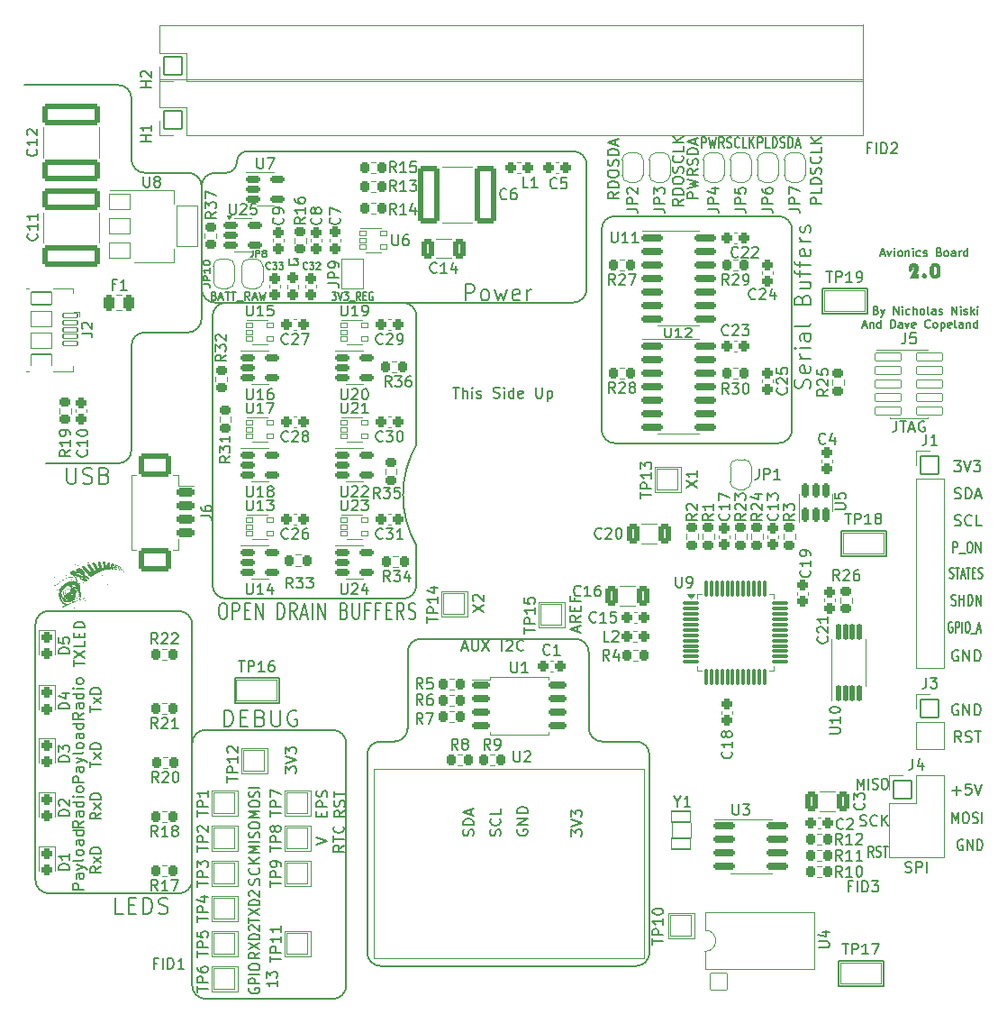
<source format=gto>
%TF.GenerationSoftware,KiCad,Pcbnew,8.0.1*%
%TF.CreationDate,2024-05-29T09:56:21-04:00*%
%TF.ProjectId,Avionics_Board,4176696f-6e69-4637-935f-426f6172642e,rev?*%
%TF.SameCoordinates,PX40311b0PY93281e8*%
%TF.FileFunction,Legend,Top*%
%TF.FilePolarity,Positive*%
%FSLAX46Y46*%
G04 Gerber Fmt 4.6, Leading zero omitted, Abs format (unit mm)*
G04 Created by KiCad (PCBNEW 8.0.1) date 2024-05-29 09:56:21*
%MOMM*%
%LPD*%
G01*
G04 APERTURE LIST*
G04 Aperture macros list*
%AMRoundRect*
0 Rectangle with rounded corners*
0 $1 Rounding radius*
0 $2 $3 $4 $5 $6 $7 $8 $9 X,Y pos of 4 corners*
0 Add a 4 corners polygon primitive as box body*
4,1,4,$2,$3,$4,$5,$6,$7,$8,$9,$2,$3,0*
0 Add four circle primitives for the rounded corners*
1,1,$1+$1,$2,$3*
1,1,$1+$1,$4,$5*
1,1,$1+$1,$6,$7*
1,1,$1+$1,$8,$9*
0 Add four rect primitives between the rounded corners*
20,1,$1+$1,$2,$3,$4,$5,0*
20,1,$1+$1,$4,$5,$6,$7,0*
20,1,$1+$1,$6,$7,$8,$9,0*
20,1,$1+$1,$8,$9,$2,$3,0*%
%AMFreePoly0*
4,1,35,0.535921,0.785921,0.550800,0.750000,0.550800,-0.750000,0.535921,-0.785921,0.500000,-0.800800,0.000000,-0.800800,-0.012286,-0.795711,-0.071157,-0.795711,-0.085469,-0.793653,-0.222020,-0.753558,-0.235173,-0.747552,-0.354895,-0.670611,-0.365822,-0.661142,-0.459019,-0.553587,-0.466836,-0.541423,-0.525955,-0.411969,-0.530029,-0.398096,-0.550283,-0.257230,-0.550800,-0.250000,-0.550800,0.250000,
-0.550283,0.257230,-0.530029,0.398096,-0.525955,0.411969,-0.466836,0.541423,-0.459019,0.553587,-0.365822,0.661142,-0.354895,0.670611,-0.235173,0.747552,-0.222020,0.753558,-0.085469,0.793653,-0.071157,0.795711,-0.012286,0.795711,0.000000,0.800800,0.500000,0.800800,0.535921,0.785921,0.535921,0.785921,$1*%
%AMFreePoly1*
4,1,35,0.012286,0.795711,0.071157,0.795711,0.085469,0.793653,0.222020,0.753558,0.235173,0.747552,0.354895,0.670611,0.365822,0.661142,0.459019,0.553587,0.466836,0.541423,0.525955,0.411969,0.530029,0.398096,0.550283,0.257230,0.550800,0.250000,0.550800,-0.250000,0.550283,-0.257230,0.530029,-0.398096,0.525955,-0.411969,0.466836,-0.541423,0.459019,-0.553587,0.365822,-0.661142,
0.354895,-0.670611,0.235173,-0.747552,0.222020,-0.753558,0.085469,-0.793653,0.071157,-0.795711,0.012286,-0.795711,0.000000,-0.800800,-0.500000,-0.800800,-0.535921,-0.785921,-0.550800,-0.750000,-0.550800,0.750000,-0.535921,0.785921,-0.500000,0.800800,0.000000,0.800800,0.012286,0.795711,0.012286,0.795711,$1*%
%AMFreePoly2*
4,1,16,0.535921,0.785921,0.542268,0.778179,1.042268,0.028179,1.049813,-0.009963,1.042268,-0.028179,0.542268,-0.778179,0.509963,-0.799813,0.500000,-0.800800,-0.500000,-0.800800,-0.535921,-0.785921,-0.550800,-0.750000,-0.550800,0.750000,-0.535921,0.785921,-0.500000,0.800800,0.500000,0.800800,0.535921,0.785921,0.535921,0.785921,$1*%
%AMFreePoly3*
4,1,16,0.535921,0.785921,0.550800,0.750000,0.550800,-0.750000,0.535921,-0.785921,0.500000,-0.800800,-0.650000,-0.800800,-0.685921,-0.785921,-0.700800,-0.750000,-0.692268,-0.721821,-0.211054,0.000000,-0.692268,0.721821,-0.699813,0.759963,-0.678179,0.792268,-0.650000,0.800800,0.500000,0.800800,0.535921,0.785921,0.535921,0.785921,$1*%
G04 Aperture macros list end*
%ADD10C,0.127000*%
%ADD11C,0.149860*%
%ADD12C,0.152400*%
%ADD13C,0.150000*%
%ADD14C,0.120000*%
%ADD15C,0.000000*%
%ADD16C,0.141224*%
%ADD17FreePoly0,90.000000*%
%ADD18FreePoly1,90.000000*%
%ADD19C,6.501600*%
%ADD20RoundRect,0.225400X0.225400X0.300400X-0.225400X0.300400X-0.225400X-0.300400X0.225400X-0.300400X0*%
%ADD21RoundRect,0.250400X-0.275400X0.250400X-0.275400X-0.250400X0.275400X-0.250400X0.275400X0.250400X0*%
%ADD22RoundRect,0.175400X-0.537900X-0.175400X0.537900X-0.175400X0.537900X0.175400X-0.537900X0.175400X0*%
%ADD23RoundRect,0.050800X0.850000X-0.850000X0.850000X0.850000X-0.850000X0.850000X-0.850000X-0.850000X0*%
%ADD24O,1.801600X1.801600*%
%ADD25RoundRect,0.050800X-1.900000X-1.000000X1.900000X-1.000000X1.900000X1.000000X-1.900000X1.000000X0*%
%ADD26RoundRect,0.050800X-0.325000X-0.200000X0.325000X-0.200000X0.325000X0.200000X-0.325000X0.200000X0*%
%ADD27RoundRect,0.244150X-0.281650X0.244150X-0.281650X-0.244150X0.281650X-0.244150X0.281650X0.244150X0*%
%ADD28RoundRect,0.050800X0.900000X-0.500000X0.900000X0.500000X-0.900000X0.500000X-0.900000X-0.500000X0*%
%ADD29RoundRect,0.225400X0.300400X-0.225400X0.300400X0.225400X-0.300400X0.225400X-0.300400X-0.225400X0*%
%ADD30RoundRect,0.050800X1.000000X-1.000000X1.000000X1.000000X-1.000000X1.000000X-1.000000X-1.000000X0*%
%ADD31RoundRect,0.225400X-0.300400X0.225400X-0.300400X-0.225400X0.300400X-0.225400X0.300400X0.225400X0*%
%ADD32RoundRect,0.100400X-0.687900X-0.100400X0.687900X-0.100400X0.687900X0.100400X-0.687900X0.100400X0*%
%ADD33RoundRect,0.100400X-0.100400X-0.687900X0.100400X-0.687900X0.100400X0.687900X-0.100400X0.687900X0*%
%ADD34RoundRect,0.175400X-0.850400X-0.175400X0.850400X-0.175400X0.850400X0.175400X-0.850400X0.175400X0*%
%ADD35RoundRect,0.250400X0.275400X-0.250400X0.275400X0.250400X-0.275400X0.250400X-0.275400X-0.250400X0*%
%ADD36RoundRect,0.050800X-1.000000X-1.000000X1.000000X-1.000000X1.000000X1.000000X-1.000000X1.000000X0*%
%ADD37RoundRect,0.250400X0.250400X0.275400X-0.250400X0.275400X-0.250400X-0.275400X0.250400X-0.275400X0*%
%ADD38RoundRect,0.050800X-0.850000X-0.850000X0.850000X-0.850000X0.850000X0.850000X-0.850000X0.850000X0*%
%ADD39RoundRect,0.244150X0.244150X0.281650X-0.244150X0.281650X-0.244150X-0.281650X0.244150X-0.281650X0*%
%ADD40C,2.500000*%
%ADD41RoundRect,0.175400X-0.675400X-0.175400X0.675400X-0.175400X0.675400X0.175400X-0.675400X0.175400X0*%
%ADD42RoundRect,0.250400X-0.250400X-0.275400X0.250400X-0.275400X0.250400X0.275400X-0.250400X0.275400X0*%
%ADD43RoundRect,0.272087X0.353713X0.678713X-0.353713X0.678713X-0.353713X-0.678713X0.353713X-0.678713X0*%
%ADD44RoundRect,0.225400X-0.225400X-0.300400X0.225400X-0.300400X0.225400X0.300400X-0.225400X0.300400X0*%
%ADD45RoundRect,0.050800X-1.000000X-0.750000X1.000000X-0.750000X1.000000X0.750000X-1.000000X0.750000X0*%
%ADD46RoundRect,0.050800X-1.000000X-1.900000X1.000000X-1.900000X1.000000X1.900000X-1.000000X1.900000X0*%
%ADD47RoundRect,0.225400X-0.625400X0.225400X-0.625400X-0.225400X0.625400X-0.225400X0.625400X0.225400X0*%
%ADD48RoundRect,0.262096X-1.288704X0.838704X-1.288704X-0.838704X1.288704X-0.838704X1.288704X0.838704X0*%
%ADD49RoundRect,0.050800X-0.675000X0.200000X-0.675000X-0.200000X0.675000X-0.200000X0.675000X0.200000X0*%
%ADD50O,2.001600X1.301600*%
%ADD51RoundRect,0.050800X-0.950000X0.600000X-0.950000X-0.600000X0.950000X-0.600000X0.950000X0.600000X0*%
%ADD52C,1.551600*%
%ADD53RoundRect,0.050800X-0.950000X0.750000X-0.950000X-0.750000X0.950000X-0.750000X0.950000X0.750000X0*%
%ADD54RoundRect,0.269150X-0.269150X-0.481650X0.269150X-0.481650X0.269150X0.481650X-0.269150X0.481650X0*%
%ADD55RoundRect,0.125400X0.125400X-0.662900X0.125400X0.662900X-0.125400X0.662900X-0.125400X-0.662900X0*%
%ADD56RoundRect,0.272087X-0.353713X-0.678713X0.353713X-0.678713X0.353713X0.678713X-0.353713X0.678713X0*%
%ADD57FreePoly0,270.000000*%
%ADD58FreePoly1,270.000000*%
%ADD59RoundRect,0.050800X-1.200000X-0.370000X1.200000X-0.370000X1.200000X0.370000X-1.200000X0.370000X0*%
%ADD60RoundRect,0.262860X2.487940X-0.775440X2.487940X0.775440X-2.487940X0.775440X-2.487940X-0.775440X0*%
%ADD61RoundRect,0.175400X0.175400X-0.537900X0.175400X0.537900X-0.175400X0.537900X-0.175400X-0.537900X0*%
%ADD62RoundRect,0.050800X1.000000X1.000000X-1.000000X1.000000X-1.000000X-1.000000X1.000000X-1.000000X0*%
%ADD63RoundRect,0.050800X0.800000X-0.800000X0.800000X0.800000X-0.800000X0.800000X-0.800000X-0.800000X0*%
%ADD64O,1.701600X1.701600*%
%ADD65C,1.801600*%
%ADD66C,3.911600*%
%ADD67RoundRect,0.244150X-0.244150X-0.281650X0.244150X-0.281650X0.244150X0.281650X-0.244150X0.281650X0*%
%ADD68RoundRect,0.262860X0.775440X2.487940X-0.775440X2.487940X-0.775440X-2.487940X0.775440X-2.487940X0*%
%ADD69FreePoly2,270.000000*%
%ADD70FreePoly3,270.000000*%
G04 APERTURE END LIST*
D10*
X65786000Y69088000D02*
G75*
G02*
X67056000Y67818000I0J-1270000D01*
G01*
X10668001Y19558000D02*
X10668000Y6731000D01*
X53657426Y-75540D02*
X53657426Y2337460D01*
X27114426Y18466460D02*
G75*
G02*
X28384426Y19736474I1269974J40D01*
G01*
X53657426Y-75540D02*
G75*
G02*
X52387426Y-1345526I-1270026J40D01*
G01*
X12573001Y34417000D02*
X12573000Y59680974D01*
X-4064000Y30734000D02*
G75*
G02*
X-2794000Y32004000I1270000J0D01*
G01*
X30480000Y60959999D02*
X13852026Y60960000D01*
X67056000Y49022000D02*
G75*
G02*
X65786000Y47752000I-1270000J0D01*
G01*
X3673974Y81407000D02*
X-5080000Y81407000D01*
X12573000Y59680974D02*
G75*
G02*
X13852026Y60960000I1279000J26D01*
G01*
X27114426Y18466460D02*
X27114426Y-75540D01*
X11947026Y-4445031D02*
G75*
G02*
X10668001Y-3175000I-26J1279031D01*
G01*
X52387426Y19736460D02*
G75*
G02*
X53657360Y18466460I-26J-1269960D01*
G01*
X15875000Y75184000D02*
X46482000Y75184000D01*
X30924426Y21006460D02*
G75*
G02*
X29654426Y19736474I-1270026J40D01*
G01*
X12823326Y60960015D02*
X13852026Y60960000D01*
X12823326Y73152015D02*
X13843000Y73152000D01*
X28384426Y-1345540D02*
G75*
G02*
X27114360Y-75540I-26J1270040D01*
G01*
X46663400Y29388460D02*
G75*
G02*
X47942460Y28109434I0J-1279060D01*
G01*
X4953000Y80127974D02*
X4953000Y74422000D01*
X46482000Y75184000D02*
G75*
G02*
X47752000Y73914000I0J-1270000D01*
G01*
X6223000Y73152000D02*
G75*
G02*
X4953000Y74422000I0J1270000D01*
G01*
X23241000Y20828000D02*
X23866974Y20828000D01*
X53657426Y2337460D02*
X53657426Y18466460D01*
X49149000Y67818000D02*
X49149000Y49031026D01*
X10668001Y-3175000D02*
X10668000Y7112000D01*
X49149000Y67818000D02*
G75*
G02*
X50419000Y69088000I1270000J0D01*
G01*
X12823326Y60960015D02*
G75*
G02*
X11553315Y62230015I-26J1269985D01*
G01*
X11553324Y59436015D02*
G75*
G02*
X10274300Y58165944I-1279024J8985D01*
G01*
X47942426Y21015486D02*
X47942426Y28109434D01*
X6223000Y73152000D02*
X10283326Y73152015D01*
X-4064031Y6740026D02*
X-4064000Y30734000D01*
X30470974Y33147000D02*
X13852026Y33146969D01*
X31752933Y38126693D02*
G75*
G02*
X30485003Y42875006I8257067J4748307D01*
G01*
X47752000Y62229999D02*
G75*
G02*
X46482000Y60960000I-1270000J1D01*
G01*
X25146000Y19548974D02*
X25146000Y-3175000D01*
X-2794000Y5461001D02*
X9398000Y5460999D01*
X23866974Y20828000D02*
G75*
G02*
X25146000Y19548974I26J-1279000D01*
G01*
X30924426Y28118460D02*
X30924426Y21006460D01*
X30480000Y60959999D02*
X46482000Y60959999D01*
X3683000Y45847000D02*
X-3048000Y45847000D01*
X52387426Y19736460D02*
X49221452Y19736460D01*
X10274300Y58165984D02*
X6223000Y58166000D01*
X-2794000Y5461002D02*
G75*
G02*
X-4064030Y6740026I9000J1278998D01*
G01*
X31752933Y38126693D02*
X31750000Y34426026D01*
X13852026Y33146969D02*
G75*
G02*
X12573001Y34417000I-26J1279031D01*
G01*
X9398000Y32004000D02*
G75*
G02*
X10668000Y30734000I0J-1270000D01*
G01*
X10283326Y73152015D02*
G75*
G02*
X11553315Y71882015I-26J-1270015D01*
G01*
X67056000Y49022000D02*
X67056000Y67818000D01*
X46663400Y29388460D02*
X32194426Y29388460D01*
X25146000Y-3175000D02*
G75*
G02*
X23876000Y-4445000I-1270000J0D01*
G01*
X14859000Y74168000D02*
G75*
G02*
X15875000Y75184000I1016000J0D01*
G01*
X10668000Y30734000D02*
X10668001Y19558000D01*
X30480000Y60959998D02*
G75*
G02*
X31750030Y59680974I-9000J-1278998D01*
G01*
X10668000Y6731000D02*
G75*
G02*
X9398000Y5461000I-1270000J0D01*
G01*
X50428026Y47752000D02*
G75*
G02*
X49149000Y49031026I-26J1279000D01*
G01*
X4953000Y47117000D02*
G75*
G02*
X3683000Y45847000I-1270000J0D01*
G01*
X28384426Y-1345540D02*
X52387426Y-1345540D01*
X23241000Y-4445000D02*
X23876000Y-4445000D01*
X29654426Y19736460D02*
X28384426Y19736460D01*
X23241000Y-4445000D02*
X11947026Y-4445031D01*
X30924426Y28118460D02*
G75*
G02*
X32194426Y29388474I1269974J40D01*
G01*
X4953000Y56896000D02*
G75*
G02*
X6223000Y58166000I1270000J0D01*
G01*
X50428026Y47752000D02*
X65786000Y47752000D01*
X11553326Y71882015D02*
G75*
G02*
X12823326Y73151974I1269974J-15D01*
G01*
X14859000Y74168000D02*
G75*
G02*
X13843000Y73152000I-1016000J0D01*
G01*
X30485000Y42875000D02*
G75*
G02*
X31752933Y47623313I9525000J0D01*
G01*
X65786000Y69088000D02*
X50419000Y69088000D01*
X49221452Y19736460D02*
G75*
G02*
X47942460Y21015486I48J1279040D01*
G01*
X3673974Y81407000D02*
G75*
G02*
X4953000Y80127974I26J-1279000D01*
G01*
X47752000Y73914000D02*
X47752000Y62229999D01*
X11553326Y62230015D02*
X11553325Y59436015D01*
X11553326Y62230015D02*
X11553326Y71882015D01*
X-2794000Y32004000D02*
X9398000Y32004000D01*
X10668002Y19558000D02*
G75*
G02*
X11947026Y20828030I1278998J-9000D01*
G01*
X11947026Y20828031D02*
X23241000Y20828000D01*
X31750000Y34426026D02*
G75*
G02*
X30470974Y33147000I-1279000J-26D01*
G01*
X31750031Y59680974D02*
X31752933Y47623313D01*
X4953000Y47117000D02*
X4953000Y56896000D01*
D11*
X-449707Y26789814D02*
X-449707Y27370386D01*
X566293Y27080100D02*
X-449707Y27080100D01*
X-449707Y27612290D02*
X566293Y28289624D01*
X-449707Y28289624D02*
X566293Y27612290D01*
X566293Y29160481D02*
X566293Y28676671D01*
X566293Y28676671D02*
X-449707Y28676671D01*
X34103Y29499147D02*
X34103Y29837814D01*
X566293Y29982957D02*
X566293Y29499147D01*
X566293Y29499147D02*
X-449707Y29499147D01*
X-449707Y29499147D02*
X-449707Y29982957D01*
X566293Y30418385D02*
X-449707Y30418385D01*
X-449707Y30418385D02*
X-449707Y30660290D01*
X-449707Y30660290D02*
X-401326Y30805433D01*
X-401326Y30805433D02*
X-304564Y30902195D01*
X-304564Y30902195D02*
X-207802Y30950576D01*
X-207802Y30950576D02*
X-14278Y30998957D01*
X-14278Y30998957D02*
X130865Y30998957D01*
X130865Y30998957D02*
X324389Y30950576D01*
X324389Y30950576D02*
X421151Y30902195D01*
X421151Y30902195D02*
X517913Y30805433D01*
X517913Y30805433D02*
X566293Y30660290D01*
X566293Y30660290D02*
X566293Y30418385D01*
X454590Y15885957D02*
X-561410Y15885957D01*
X-561410Y15885957D02*
X-561410Y16273005D01*
X-561410Y16273005D02*
X-513029Y16369767D01*
X-513029Y16369767D02*
X-464648Y16418148D01*
X-464648Y16418148D02*
X-367886Y16466529D01*
X-367886Y16466529D02*
X-222743Y16466529D01*
X-222743Y16466529D02*
X-125981Y16418148D01*
X-125981Y16418148D02*
X-77600Y16369767D01*
X-77600Y16369767D02*
X-29219Y16273005D01*
X-29219Y16273005D02*
X-29219Y15885957D01*
X454590Y17337386D02*
X-77600Y17337386D01*
X-77600Y17337386D02*
X-174362Y17289005D01*
X-174362Y17289005D02*
X-222743Y17192243D01*
X-222743Y17192243D02*
X-222743Y16998719D01*
X-222743Y16998719D02*
X-174362Y16901957D01*
X406210Y17337386D02*
X454590Y17240624D01*
X454590Y17240624D02*
X454590Y16998719D01*
X454590Y16998719D02*
X406210Y16901957D01*
X406210Y16901957D02*
X309448Y16853576D01*
X309448Y16853576D02*
X212686Y16853576D01*
X212686Y16853576D02*
X115924Y16901957D01*
X115924Y16901957D02*
X67543Y16998719D01*
X67543Y16998719D02*
X67543Y17240624D01*
X67543Y17240624D02*
X19162Y17337386D01*
X-222743Y17724433D02*
X454590Y17966338D01*
X-222743Y18208243D02*
X454590Y17966338D01*
X454590Y17966338D02*
X696495Y17869576D01*
X696495Y17869576D02*
X744876Y17821195D01*
X744876Y17821195D02*
X793257Y17724433D01*
X454590Y18740433D02*
X406210Y18643671D01*
X406210Y18643671D02*
X309448Y18595290D01*
X309448Y18595290D02*
X-561410Y18595290D01*
X454590Y19272623D02*
X406210Y19175861D01*
X406210Y19175861D02*
X357829Y19127480D01*
X357829Y19127480D02*
X261067Y19079099D01*
X261067Y19079099D02*
X-29219Y19079099D01*
X-29219Y19079099D02*
X-125981Y19127480D01*
X-125981Y19127480D02*
X-174362Y19175861D01*
X-174362Y19175861D02*
X-222743Y19272623D01*
X-222743Y19272623D02*
X-222743Y19417766D01*
X-222743Y19417766D02*
X-174362Y19514528D01*
X-174362Y19514528D02*
X-125981Y19562909D01*
X-125981Y19562909D02*
X-29219Y19611290D01*
X-29219Y19611290D02*
X261067Y19611290D01*
X261067Y19611290D02*
X357829Y19562909D01*
X357829Y19562909D02*
X406210Y19514528D01*
X406210Y19514528D02*
X454590Y19417766D01*
X454590Y19417766D02*
X454590Y19272623D01*
X454590Y20482147D02*
X-77600Y20482147D01*
X-77600Y20482147D02*
X-174362Y20433766D01*
X-174362Y20433766D02*
X-222743Y20337004D01*
X-222743Y20337004D02*
X-222743Y20143480D01*
X-222743Y20143480D02*
X-174362Y20046718D01*
X406210Y20482147D02*
X454590Y20385385D01*
X454590Y20385385D02*
X454590Y20143480D01*
X454590Y20143480D02*
X406210Y20046718D01*
X406210Y20046718D02*
X309448Y19998337D01*
X309448Y19998337D02*
X212686Y19998337D01*
X212686Y19998337D02*
X115924Y20046718D01*
X115924Y20046718D02*
X67543Y20143480D01*
X67543Y20143480D02*
X67543Y20385385D01*
X67543Y20385385D02*
X19162Y20482147D01*
X454590Y21401385D02*
X-561410Y21401385D01*
X406210Y21401385D02*
X454590Y21304623D01*
X454590Y21304623D02*
X454590Y21111099D01*
X454590Y21111099D02*
X406210Y21014337D01*
X406210Y21014337D02*
X357829Y20965956D01*
X357829Y20965956D02*
X261067Y20917575D01*
X261067Y20917575D02*
X-29219Y20917575D01*
X-29219Y20917575D02*
X-125981Y20965956D01*
X-125981Y20965956D02*
X-174362Y21014337D01*
X-174362Y21014337D02*
X-222743Y21111099D01*
X-222743Y21111099D02*
X-222743Y21304623D01*
X-222743Y21304623D02*
X-174362Y21401385D01*
X1074293Y17289004D02*
X1074293Y17869576D01*
X2090293Y17579290D02*
X1074293Y17579290D01*
X2090293Y18111480D02*
X1412960Y18643671D01*
X1412960Y18111480D02*
X2090293Y18643671D01*
X2090293Y19030718D02*
X1074293Y19030718D01*
X1074293Y19030718D02*
X1074293Y19272623D01*
X1074293Y19272623D02*
X1122674Y19417766D01*
X1122674Y19417766D02*
X1219436Y19514528D01*
X1219436Y19514528D02*
X1316198Y19562909D01*
X1316198Y19562909D02*
X1509722Y19611290D01*
X1509722Y19611290D02*
X1654865Y19611290D01*
X1654865Y19611290D02*
X1848389Y19562909D01*
X1848389Y19562909D02*
X1945151Y19514528D01*
X1945151Y19514528D02*
X2041913Y19417766D01*
X2041913Y19417766D02*
X2090293Y19272623D01*
X2090293Y19272623D02*
X2090293Y19030718D01*
D12*
X13480546Y32757894D02*
X13698260Y32757894D01*
X13698260Y32757894D02*
X13807117Y32685323D01*
X13807117Y32685323D02*
X13915974Y32540180D01*
X13915974Y32540180D02*
X13970403Y32249894D01*
X13970403Y32249894D02*
X13970403Y31741894D01*
X13970403Y31741894D02*
X13915974Y31451608D01*
X13915974Y31451608D02*
X13807117Y31306465D01*
X13807117Y31306465D02*
X13698260Y31233894D01*
X13698260Y31233894D02*
X13480546Y31233894D01*
X13480546Y31233894D02*
X13371689Y31306465D01*
X13371689Y31306465D02*
X13262831Y31451608D01*
X13262831Y31451608D02*
X13208403Y31741894D01*
X13208403Y31741894D02*
X13208403Y32249894D01*
X13208403Y32249894D02*
X13262831Y32540180D01*
X13262831Y32540180D02*
X13371689Y32685323D01*
X13371689Y32685323D02*
X13480546Y32757894D01*
X14460260Y31233894D02*
X14460260Y32757894D01*
X14460260Y32757894D02*
X14895689Y32757894D01*
X14895689Y32757894D02*
X15004546Y32685323D01*
X15004546Y32685323D02*
X15058975Y32612751D01*
X15058975Y32612751D02*
X15113403Y32467608D01*
X15113403Y32467608D02*
X15113403Y32249894D01*
X15113403Y32249894D02*
X15058975Y32104751D01*
X15058975Y32104751D02*
X15004546Y32032180D01*
X15004546Y32032180D02*
X14895689Y31959608D01*
X14895689Y31959608D02*
X14460260Y31959608D01*
X15603260Y32032180D02*
X15984260Y32032180D01*
X16147546Y31233894D02*
X15603260Y31233894D01*
X15603260Y31233894D02*
X15603260Y32757894D01*
X15603260Y32757894D02*
X16147546Y32757894D01*
X16637403Y31233894D02*
X16637403Y32757894D01*
X16637403Y32757894D02*
X17290546Y31233894D01*
X17290546Y31233894D02*
X17290546Y32757894D01*
X18705689Y31233894D02*
X18705689Y32757894D01*
X18705689Y32757894D02*
X18977832Y32757894D01*
X18977832Y32757894D02*
X19141118Y32685323D01*
X19141118Y32685323D02*
X19249975Y32540180D01*
X19249975Y32540180D02*
X19304404Y32395037D01*
X19304404Y32395037D02*
X19358832Y32104751D01*
X19358832Y32104751D02*
X19358832Y31887037D01*
X19358832Y31887037D02*
X19304404Y31596751D01*
X19304404Y31596751D02*
X19249975Y31451608D01*
X19249975Y31451608D02*
X19141118Y31306465D01*
X19141118Y31306465D02*
X18977832Y31233894D01*
X18977832Y31233894D02*
X18705689Y31233894D01*
X20501832Y31233894D02*
X20120832Y31959608D01*
X19848689Y31233894D02*
X19848689Y32757894D01*
X19848689Y32757894D02*
X20284118Y32757894D01*
X20284118Y32757894D02*
X20392975Y32685323D01*
X20392975Y32685323D02*
X20447404Y32612751D01*
X20447404Y32612751D02*
X20501832Y32467608D01*
X20501832Y32467608D02*
X20501832Y32249894D01*
X20501832Y32249894D02*
X20447404Y32104751D01*
X20447404Y32104751D02*
X20392975Y32032180D01*
X20392975Y32032180D02*
X20284118Y31959608D01*
X20284118Y31959608D02*
X19848689Y31959608D01*
X20937261Y31669323D02*
X21481547Y31669323D01*
X20828404Y31233894D02*
X21209404Y32757894D01*
X21209404Y32757894D02*
X21590404Y31233894D01*
X21971403Y31233894D02*
X21971403Y32757894D01*
X22515689Y31233894D02*
X22515689Y32757894D01*
X22515689Y32757894D02*
X23168832Y31233894D01*
X23168832Y31233894D02*
X23168832Y32757894D01*
X24964975Y32032180D02*
X25128261Y31959608D01*
X25128261Y31959608D02*
X25182690Y31887037D01*
X25182690Y31887037D02*
X25237118Y31741894D01*
X25237118Y31741894D02*
X25237118Y31524180D01*
X25237118Y31524180D02*
X25182690Y31379037D01*
X25182690Y31379037D02*
X25128261Y31306465D01*
X25128261Y31306465D02*
X25019404Y31233894D01*
X25019404Y31233894D02*
X24583975Y31233894D01*
X24583975Y31233894D02*
X24583975Y32757894D01*
X24583975Y32757894D02*
X24964975Y32757894D01*
X24964975Y32757894D02*
X25073833Y32685323D01*
X25073833Y32685323D02*
X25128261Y32612751D01*
X25128261Y32612751D02*
X25182690Y32467608D01*
X25182690Y32467608D02*
X25182690Y32322465D01*
X25182690Y32322465D02*
X25128261Y32177323D01*
X25128261Y32177323D02*
X25073833Y32104751D01*
X25073833Y32104751D02*
X24964975Y32032180D01*
X24964975Y32032180D02*
X24583975Y32032180D01*
X25726975Y32757894D02*
X25726975Y31524180D01*
X25726975Y31524180D02*
X25781404Y31379037D01*
X25781404Y31379037D02*
X25835833Y31306465D01*
X25835833Y31306465D02*
X25944690Y31233894D01*
X25944690Y31233894D02*
X26162404Y31233894D01*
X26162404Y31233894D02*
X26271261Y31306465D01*
X26271261Y31306465D02*
X26325690Y31379037D01*
X26325690Y31379037D02*
X26380118Y31524180D01*
X26380118Y31524180D02*
X26380118Y32757894D01*
X27305404Y32032180D02*
X26924404Y32032180D01*
X26924404Y31233894D02*
X26924404Y32757894D01*
X26924404Y32757894D02*
X27468690Y32757894D01*
X28285118Y32032180D02*
X27904118Y32032180D01*
X27904118Y31233894D02*
X27904118Y32757894D01*
X27904118Y32757894D02*
X28448404Y32757894D01*
X28883832Y32032180D02*
X29264832Y32032180D01*
X29428118Y31233894D02*
X28883832Y31233894D01*
X28883832Y31233894D02*
X28883832Y32757894D01*
X28883832Y32757894D02*
X29428118Y32757894D01*
X30571118Y31233894D02*
X30190118Y31959608D01*
X29917975Y31233894D02*
X29917975Y32757894D01*
X29917975Y32757894D02*
X30353404Y32757894D01*
X30353404Y32757894D02*
X30462261Y32685323D01*
X30462261Y32685323D02*
X30516690Y32612751D01*
X30516690Y32612751D02*
X30571118Y32467608D01*
X30571118Y32467608D02*
X30571118Y32249894D01*
X30571118Y32249894D02*
X30516690Y32104751D01*
X30516690Y32104751D02*
X30462261Y32032180D01*
X30462261Y32032180D02*
X30353404Y31959608D01*
X30353404Y31959608D02*
X29917975Y31959608D01*
X31006547Y31306465D02*
X31169833Y31233894D01*
X31169833Y31233894D02*
X31441975Y31233894D01*
X31441975Y31233894D02*
X31550833Y31306465D01*
X31550833Y31306465D02*
X31605261Y31379037D01*
X31605261Y31379037D02*
X31659690Y31524180D01*
X31659690Y31524180D02*
X31659690Y31669323D01*
X31659690Y31669323D02*
X31605261Y31814465D01*
X31605261Y31814465D02*
X31550833Y31887037D01*
X31550833Y31887037D02*
X31441975Y31959608D01*
X31441975Y31959608D02*
X31224261Y32032180D01*
X31224261Y32032180D02*
X31115404Y32104751D01*
X31115404Y32104751D02*
X31060975Y32177323D01*
X31060975Y32177323D02*
X31006547Y32322465D01*
X31006547Y32322465D02*
X31006547Y32467608D01*
X31006547Y32467608D02*
X31060975Y32612751D01*
X31060975Y32612751D02*
X31115404Y32685323D01*
X31115404Y32685323D02*
X31224261Y32757894D01*
X31224261Y32757894D02*
X31496404Y32757894D01*
X31496404Y32757894D02*
X31659690Y32685323D01*
D11*
X37015293Y31918195D02*
X38031293Y32595529D01*
X37015293Y32595529D02*
X38031293Y31918195D01*
X37112055Y32934195D02*
X37063674Y32982576D01*
X37063674Y32982576D02*
X37015293Y33079338D01*
X37015293Y33079338D02*
X37015293Y33321243D01*
X37015293Y33321243D02*
X37063674Y33418005D01*
X37063674Y33418005D02*
X37112055Y33466386D01*
X37112055Y33466386D02*
X37208817Y33514767D01*
X37208817Y33514767D02*
X37305579Y33514767D01*
X37305579Y33514767D02*
X37450722Y33466386D01*
X37450722Y33466386D02*
X38031293Y32885814D01*
X38031293Y32885814D02*
X38031293Y33514767D01*
X83071925Y10497752D02*
X82987258Y10546133D01*
X82987258Y10546133D02*
X82860258Y10546133D01*
X82860258Y10546133D02*
X82733258Y10497752D01*
X82733258Y10497752D02*
X82648592Y10400990D01*
X82648592Y10400990D02*
X82606258Y10304228D01*
X82606258Y10304228D02*
X82563925Y10110704D01*
X82563925Y10110704D02*
X82563925Y9965561D01*
X82563925Y9965561D02*
X82606258Y9772037D01*
X82606258Y9772037D02*
X82648592Y9675275D01*
X82648592Y9675275D02*
X82733258Y9578513D01*
X82733258Y9578513D02*
X82860258Y9530133D01*
X82860258Y9530133D02*
X82944925Y9530133D01*
X82944925Y9530133D02*
X83071925Y9578513D01*
X83071925Y9578513D02*
X83114258Y9626894D01*
X83114258Y9626894D02*
X83114258Y9965561D01*
X83114258Y9965561D02*
X82944925Y9965561D01*
X83495258Y9530133D02*
X83495258Y10546133D01*
X83495258Y10546133D02*
X84003258Y9530133D01*
X84003258Y9530133D02*
X84003258Y10546133D01*
X84426591Y9530133D02*
X84426591Y10546133D01*
X84426591Y10546133D02*
X84638258Y10546133D01*
X84638258Y10546133D02*
X84765258Y10497752D01*
X84765258Y10497752D02*
X84849925Y10400990D01*
X84849925Y10400990D02*
X84892258Y10304228D01*
X84892258Y10304228D02*
X84934591Y10110704D01*
X84934591Y10110704D02*
X84934591Y9965561D01*
X84934591Y9965561D02*
X84892258Y9772037D01*
X84892258Y9772037D02*
X84849925Y9675275D01*
X84849925Y9675275D02*
X84765258Y9578513D01*
X84765258Y9578513D02*
X84638258Y9530133D01*
X84638258Y9530133D02*
X84426591Y9530133D01*
X74692875Y8895133D02*
X74438875Y9378942D01*
X74257446Y8895133D02*
X74257446Y9911133D01*
X74257446Y9911133D02*
X74547732Y9911133D01*
X74547732Y9911133D02*
X74620303Y9862752D01*
X74620303Y9862752D02*
X74656589Y9814371D01*
X74656589Y9814371D02*
X74692875Y9717609D01*
X74692875Y9717609D02*
X74692875Y9572466D01*
X74692875Y9572466D02*
X74656589Y9475704D01*
X74656589Y9475704D02*
X74620303Y9427323D01*
X74620303Y9427323D02*
X74547732Y9378942D01*
X74547732Y9378942D02*
X74257446Y9378942D01*
X74983160Y8943513D02*
X75092018Y8895133D01*
X75092018Y8895133D02*
X75273446Y8895133D01*
X75273446Y8895133D02*
X75346018Y8943513D01*
X75346018Y8943513D02*
X75382303Y8991894D01*
X75382303Y8991894D02*
X75418589Y9088656D01*
X75418589Y9088656D02*
X75418589Y9185418D01*
X75418589Y9185418D02*
X75382303Y9282180D01*
X75382303Y9282180D02*
X75346018Y9330561D01*
X75346018Y9330561D02*
X75273446Y9378942D01*
X75273446Y9378942D02*
X75128303Y9427323D01*
X75128303Y9427323D02*
X75055732Y9475704D01*
X75055732Y9475704D02*
X75019446Y9524085D01*
X75019446Y9524085D02*
X74983160Y9620847D01*
X74983160Y9620847D02*
X74983160Y9717609D01*
X74983160Y9717609D02*
X75019446Y9814371D01*
X75019446Y9814371D02*
X75055732Y9862752D01*
X75055732Y9862752D02*
X75128303Y9911133D01*
X75128303Y9911133D02*
X75309732Y9911133D01*
X75309732Y9911133D02*
X75418589Y9862752D01*
X75636303Y9911133D02*
X76071732Y9911133D01*
X75854017Y8895133D02*
X75854017Y9911133D01*
D13*
X76885919Y49822641D02*
X76885919Y49108356D01*
X76885919Y49108356D02*
X76838300Y48965499D01*
X76838300Y48965499D02*
X76743062Y48870260D01*
X76743062Y48870260D02*
X76600205Y48822641D01*
X76600205Y48822641D02*
X76504967Y48822641D01*
X77219253Y49822641D02*
X77790681Y49822641D01*
X77504967Y48822641D02*
X77504967Y49822641D01*
X78076396Y49108356D02*
X78552586Y49108356D01*
X77981158Y48822641D02*
X78314491Y49822641D01*
X78314491Y49822641D02*
X78647824Y48822641D01*
X79504967Y49775022D02*
X79409729Y49822641D01*
X79409729Y49822641D02*
X79266872Y49822641D01*
X79266872Y49822641D02*
X79124015Y49775022D01*
X79124015Y49775022D02*
X79028777Y49679784D01*
X79028777Y49679784D02*
X78981158Y49584546D01*
X78981158Y49584546D02*
X78933539Y49394070D01*
X78933539Y49394070D02*
X78933539Y49251213D01*
X78933539Y49251213D02*
X78981158Y49060737D01*
X78981158Y49060737D02*
X79028777Y48965499D01*
X79028777Y48965499D02*
X79124015Y48870260D01*
X79124015Y48870260D02*
X79266872Y48822641D01*
X79266872Y48822641D02*
X79362110Y48822641D01*
X79362110Y48822641D02*
X79504967Y48870260D01*
X79504967Y48870260D02*
X79552586Y48917880D01*
X79552586Y48917880D02*
X79552586Y49251213D01*
X79552586Y49251213D02*
X79362110Y49251213D01*
D11*
X41254674Y11465148D02*
X41206293Y11368386D01*
X41206293Y11368386D02*
X41206293Y11223243D01*
X41206293Y11223243D02*
X41254674Y11078100D01*
X41254674Y11078100D02*
X41351436Y10981338D01*
X41351436Y10981338D02*
X41448198Y10932957D01*
X41448198Y10932957D02*
X41641722Y10884576D01*
X41641722Y10884576D02*
X41786865Y10884576D01*
X41786865Y10884576D02*
X41980389Y10932957D01*
X41980389Y10932957D02*
X42077151Y10981338D01*
X42077151Y10981338D02*
X42173913Y11078100D01*
X42173913Y11078100D02*
X42222293Y11223243D01*
X42222293Y11223243D02*
X42222293Y11320005D01*
X42222293Y11320005D02*
X42173913Y11465148D01*
X42173913Y11465148D02*
X42125532Y11513529D01*
X42125532Y11513529D02*
X41786865Y11513529D01*
X41786865Y11513529D02*
X41786865Y11320005D01*
X42222293Y11948957D02*
X41206293Y11948957D01*
X41206293Y11948957D02*
X42222293Y12529529D01*
X42222293Y12529529D02*
X41206293Y12529529D01*
X42222293Y13013338D02*
X41206293Y13013338D01*
X41206293Y13013338D02*
X41206293Y13255243D01*
X41206293Y13255243D02*
X41254674Y13400386D01*
X41254674Y13400386D02*
X41351436Y13497148D01*
X41351436Y13497148D02*
X41448198Y13545529D01*
X41448198Y13545529D02*
X41641722Y13593910D01*
X41641722Y13593910D02*
X41786865Y13593910D01*
X41786865Y13593910D02*
X41980389Y13545529D01*
X41980389Y13545529D02*
X42077151Y13497148D01*
X42077151Y13497148D02*
X42173913Y13400386D01*
X42173913Y13400386D02*
X42222293Y13255243D01*
X42222293Y13255243D02*
X42222293Y13013338D01*
X73670884Y58789810D02*
X74033742Y58789810D01*
X73598313Y58572096D02*
X73852313Y59334096D01*
X73852313Y59334096D02*
X74106313Y58572096D01*
X74360313Y59080096D02*
X74360313Y58572096D01*
X74360313Y59007524D02*
X74396599Y59043810D01*
X74396599Y59043810D02*
X74469170Y59080096D01*
X74469170Y59080096D02*
X74578027Y59080096D01*
X74578027Y59080096D02*
X74650599Y59043810D01*
X74650599Y59043810D02*
X74686885Y58971239D01*
X74686885Y58971239D02*
X74686885Y58572096D01*
X75376314Y58572096D02*
X75376314Y59334096D01*
X75376314Y58608381D02*
X75303742Y58572096D01*
X75303742Y58572096D02*
X75158599Y58572096D01*
X75158599Y58572096D02*
X75086028Y58608381D01*
X75086028Y58608381D02*
X75049742Y58644667D01*
X75049742Y58644667D02*
X75013456Y58717239D01*
X75013456Y58717239D02*
X75013456Y58934953D01*
X75013456Y58934953D02*
X75049742Y59007524D01*
X75049742Y59007524D02*
X75086028Y59043810D01*
X75086028Y59043810D02*
X75158599Y59080096D01*
X75158599Y59080096D02*
X75303742Y59080096D01*
X75303742Y59080096D02*
X75376314Y59043810D01*
X76319742Y58572096D02*
X76319742Y59334096D01*
X76319742Y59334096D02*
X76501171Y59334096D01*
X76501171Y59334096D02*
X76610028Y59297810D01*
X76610028Y59297810D02*
X76682599Y59225239D01*
X76682599Y59225239D02*
X76718885Y59152667D01*
X76718885Y59152667D02*
X76755171Y59007524D01*
X76755171Y59007524D02*
X76755171Y58898667D01*
X76755171Y58898667D02*
X76718885Y58753524D01*
X76718885Y58753524D02*
X76682599Y58680953D01*
X76682599Y58680953D02*
X76610028Y58608381D01*
X76610028Y58608381D02*
X76501171Y58572096D01*
X76501171Y58572096D02*
X76319742Y58572096D01*
X77408314Y58572096D02*
X77408314Y58971239D01*
X77408314Y58971239D02*
X77372028Y59043810D01*
X77372028Y59043810D02*
X77299456Y59080096D01*
X77299456Y59080096D02*
X77154314Y59080096D01*
X77154314Y59080096D02*
X77081742Y59043810D01*
X77408314Y58608381D02*
X77335742Y58572096D01*
X77335742Y58572096D02*
X77154314Y58572096D01*
X77154314Y58572096D02*
X77081742Y58608381D01*
X77081742Y58608381D02*
X77045456Y58680953D01*
X77045456Y58680953D02*
X77045456Y58753524D01*
X77045456Y58753524D02*
X77081742Y58826096D01*
X77081742Y58826096D02*
X77154314Y58862381D01*
X77154314Y58862381D02*
X77335742Y58862381D01*
X77335742Y58862381D02*
X77408314Y58898667D01*
X77698600Y59080096D02*
X77880028Y58572096D01*
X77880028Y58572096D02*
X78061457Y59080096D01*
X78642028Y58608381D02*
X78569456Y58572096D01*
X78569456Y58572096D02*
X78424314Y58572096D01*
X78424314Y58572096D02*
X78351742Y58608381D01*
X78351742Y58608381D02*
X78315456Y58680953D01*
X78315456Y58680953D02*
X78315456Y58971239D01*
X78315456Y58971239D02*
X78351742Y59043810D01*
X78351742Y59043810D02*
X78424314Y59080096D01*
X78424314Y59080096D02*
X78569456Y59080096D01*
X78569456Y59080096D02*
X78642028Y59043810D01*
X78642028Y59043810D02*
X78678314Y58971239D01*
X78678314Y58971239D02*
X78678314Y58898667D01*
X78678314Y58898667D02*
X78315456Y58826096D01*
X80020885Y58644667D02*
X79984599Y58608381D01*
X79984599Y58608381D02*
X79875742Y58572096D01*
X79875742Y58572096D02*
X79803170Y58572096D01*
X79803170Y58572096D02*
X79694313Y58608381D01*
X79694313Y58608381D02*
X79621742Y58680953D01*
X79621742Y58680953D02*
X79585456Y58753524D01*
X79585456Y58753524D02*
X79549170Y58898667D01*
X79549170Y58898667D02*
X79549170Y59007524D01*
X79549170Y59007524D02*
X79585456Y59152667D01*
X79585456Y59152667D02*
X79621742Y59225239D01*
X79621742Y59225239D02*
X79694313Y59297810D01*
X79694313Y59297810D02*
X79803170Y59334096D01*
X79803170Y59334096D02*
X79875742Y59334096D01*
X79875742Y59334096D02*
X79984599Y59297810D01*
X79984599Y59297810D02*
X80020885Y59261524D01*
X80456313Y58572096D02*
X80383742Y58608381D01*
X80383742Y58608381D02*
X80347456Y58644667D01*
X80347456Y58644667D02*
X80311170Y58717239D01*
X80311170Y58717239D02*
X80311170Y58934953D01*
X80311170Y58934953D02*
X80347456Y59007524D01*
X80347456Y59007524D02*
X80383742Y59043810D01*
X80383742Y59043810D02*
X80456313Y59080096D01*
X80456313Y59080096D02*
X80565170Y59080096D01*
X80565170Y59080096D02*
X80637742Y59043810D01*
X80637742Y59043810D02*
X80674028Y59007524D01*
X80674028Y59007524D02*
X80710313Y58934953D01*
X80710313Y58934953D02*
X80710313Y58717239D01*
X80710313Y58717239D02*
X80674028Y58644667D01*
X80674028Y58644667D02*
X80637742Y58608381D01*
X80637742Y58608381D02*
X80565170Y58572096D01*
X80565170Y58572096D02*
X80456313Y58572096D01*
X81036885Y59080096D02*
X81036885Y58318096D01*
X81036885Y59043810D02*
X81109457Y59080096D01*
X81109457Y59080096D02*
X81254599Y59080096D01*
X81254599Y59080096D02*
X81327171Y59043810D01*
X81327171Y59043810D02*
X81363457Y59007524D01*
X81363457Y59007524D02*
X81399742Y58934953D01*
X81399742Y58934953D02*
X81399742Y58717239D01*
X81399742Y58717239D02*
X81363457Y58644667D01*
X81363457Y58644667D02*
X81327171Y58608381D01*
X81327171Y58608381D02*
X81254599Y58572096D01*
X81254599Y58572096D02*
X81109457Y58572096D01*
X81109457Y58572096D02*
X81036885Y58608381D01*
X82016600Y58608381D02*
X81944028Y58572096D01*
X81944028Y58572096D02*
X81798886Y58572096D01*
X81798886Y58572096D02*
X81726314Y58608381D01*
X81726314Y58608381D02*
X81690028Y58680953D01*
X81690028Y58680953D02*
X81690028Y58971239D01*
X81690028Y58971239D02*
X81726314Y59043810D01*
X81726314Y59043810D02*
X81798886Y59080096D01*
X81798886Y59080096D02*
X81944028Y59080096D01*
X81944028Y59080096D02*
X82016600Y59043810D01*
X82016600Y59043810D02*
X82052886Y58971239D01*
X82052886Y58971239D02*
X82052886Y58898667D01*
X82052886Y58898667D02*
X81690028Y58826096D01*
X82488314Y58572096D02*
X82415743Y58608381D01*
X82415743Y58608381D02*
X82379457Y58680953D01*
X82379457Y58680953D02*
X82379457Y59334096D01*
X83105172Y58572096D02*
X83105172Y58971239D01*
X83105172Y58971239D02*
X83068886Y59043810D01*
X83068886Y59043810D02*
X82996314Y59080096D01*
X82996314Y59080096D02*
X82851172Y59080096D01*
X82851172Y59080096D02*
X82778600Y59043810D01*
X83105172Y58608381D02*
X83032600Y58572096D01*
X83032600Y58572096D02*
X82851172Y58572096D01*
X82851172Y58572096D02*
X82778600Y58608381D01*
X82778600Y58608381D02*
X82742314Y58680953D01*
X82742314Y58680953D02*
X82742314Y58753524D01*
X82742314Y58753524D02*
X82778600Y58826096D01*
X82778600Y58826096D02*
X82851172Y58862381D01*
X82851172Y58862381D02*
X83032600Y58862381D01*
X83032600Y58862381D02*
X83105172Y58898667D01*
X83468029Y59080096D02*
X83468029Y58572096D01*
X83468029Y59007524D02*
X83504315Y59043810D01*
X83504315Y59043810D02*
X83576886Y59080096D01*
X83576886Y59080096D02*
X83685743Y59080096D01*
X83685743Y59080096D02*
X83758315Y59043810D01*
X83758315Y59043810D02*
X83794601Y58971239D01*
X83794601Y58971239D02*
X83794601Y58572096D01*
X84484030Y58572096D02*
X84484030Y59334096D01*
X84484030Y58608381D02*
X84411458Y58572096D01*
X84411458Y58572096D02*
X84266315Y58572096D01*
X84266315Y58572096D02*
X84193744Y58608381D01*
X84193744Y58608381D02*
X84157458Y58644667D01*
X84157458Y58644667D02*
X84121172Y58717239D01*
X84121172Y58717239D02*
X84121172Y58934953D01*
X84121172Y58934953D02*
X84157458Y59007524D01*
X84157458Y59007524D02*
X84193744Y59043810D01*
X84193744Y59043810D02*
X84266315Y59080096D01*
X84266315Y59080096D02*
X84411458Y59080096D01*
X84411458Y59080096D02*
X84484030Y59043810D01*
X74959028Y60241239D02*
X75067885Y60204953D01*
X75067885Y60204953D02*
X75104171Y60168667D01*
X75104171Y60168667D02*
X75140457Y60096096D01*
X75140457Y60096096D02*
X75140457Y59987239D01*
X75140457Y59987239D02*
X75104171Y59914667D01*
X75104171Y59914667D02*
X75067885Y59878381D01*
X75067885Y59878381D02*
X74995314Y59842096D01*
X74995314Y59842096D02*
X74705028Y59842096D01*
X74705028Y59842096D02*
X74705028Y60604096D01*
X74705028Y60604096D02*
X74959028Y60604096D01*
X74959028Y60604096D02*
X75031600Y60567810D01*
X75031600Y60567810D02*
X75067885Y60531524D01*
X75067885Y60531524D02*
X75104171Y60458953D01*
X75104171Y60458953D02*
X75104171Y60386381D01*
X75104171Y60386381D02*
X75067885Y60313810D01*
X75067885Y60313810D02*
X75031600Y60277524D01*
X75031600Y60277524D02*
X74959028Y60241239D01*
X74959028Y60241239D02*
X74705028Y60241239D01*
X75394457Y60350096D02*
X75575885Y59842096D01*
X75757314Y60350096D02*
X75575885Y59842096D01*
X75575885Y59842096D02*
X75503314Y59660667D01*
X75503314Y59660667D02*
X75467028Y59624381D01*
X75467028Y59624381D02*
X75394457Y59588096D01*
X76628170Y59842096D02*
X76628170Y60604096D01*
X76628170Y60604096D02*
X77063599Y59842096D01*
X77063599Y59842096D02*
X77063599Y60604096D01*
X77426456Y59842096D02*
X77426456Y60350096D01*
X77426456Y60604096D02*
X77390170Y60567810D01*
X77390170Y60567810D02*
X77426456Y60531524D01*
X77426456Y60531524D02*
X77462742Y60567810D01*
X77462742Y60567810D02*
X77426456Y60604096D01*
X77426456Y60604096D02*
X77426456Y60531524D01*
X78115885Y59878381D02*
X78043313Y59842096D01*
X78043313Y59842096D02*
X77898170Y59842096D01*
X77898170Y59842096D02*
X77825599Y59878381D01*
X77825599Y59878381D02*
X77789313Y59914667D01*
X77789313Y59914667D02*
X77753027Y59987239D01*
X77753027Y59987239D02*
X77753027Y60204953D01*
X77753027Y60204953D02*
X77789313Y60277524D01*
X77789313Y60277524D02*
X77825599Y60313810D01*
X77825599Y60313810D02*
X77898170Y60350096D01*
X77898170Y60350096D02*
X78043313Y60350096D01*
X78043313Y60350096D02*
X78115885Y60313810D01*
X78442456Y59842096D02*
X78442456Y60604096D01*
X78769028Y59842096D02*
X78769028Y60241239D01*
X78769028Y60241239D02*
X78732742Y60313810D01*
X78732742Y60313810D02*
X78660170Y60350096D01*
X78660170Y60350096D02*
X78551313Y60350096D01*
X78551313Y60350096D02*
X78478742Y60313810D01*
X78478742Y60313810D02*
X78442456Y60277524D01*
X79240742Y59842096D02*
X79168171Y59878381D01*
X79168171Y59878381D02*
X79131885Y59914667D01*
X79131885Y59914667D02*
X79095599Y59987239D01*
X79095599Y59987239D02*
X79095599Y60204953D01*
X79095599Y60204953D02*
X79131885Y60277524D01*
X79131885Y60277524D02*
X79168171Y60313810D01*
X79168171Y60313810D02*
X79240742Y60350096D01*
X79240742Y60350096D02*
X79349599Y60350096D01*
X79349599Y60350096D02*
X79422171Y60313810D01*
X79422171Y60313810D02*
X79458457Y60277524D01*
X79458457Y60277524D02*
X79494742Y60204953D01*
X79494742Y60204953D02*
X79494742Y59987239D01*
X79494742Y59987239D02*
X79458457Y59914667D01*
X79458457Y59914667D02*
X79422171Y59878381D01*
X79422171Y59878381D02*
X79349599Y59842096D01*
X79349599Y59842096D02*
X79240742Y59842096D01*
X79930171Y59842096D02*
X79857600Y59878381D01*
X79857600Y59878381D02*
X79821314Y59950953D01*
X79821314Y59950953D02*
X79821314Y60604096D01*
X80547029Y59842096D02*
X80547029Y60241239D01*
X80547029Y60241239D02*
X80510743Y60313810D01*
X80510743Y60313810D02*
X80438171Y60350096D01*
X80438171Y60350096D02*
X80293029Y60350096D01*
X80293029Y60350096D02*
X80220457Y60313810D01*
X80547029Y59878381D02*
X80474457Y59842096D01*
X80474457Y59842096D02*
X80293029Y59842096D01*
X80293029Y59842096D02*
X80220457Y59878381D01*
X80220457Y59878381D02*
X80184171Y59950953D01*
X80184171Y59950953D02*
X80184171Y60023524D01*
X80184171Y60023524D02*
X80220457Y60096096D01*
X80220457Y60096096D02*
X80293029Y60132381D01*
X80293029Y60132381D02*
X80474457Y60132381D01*
X80474457Y60132381D02*
X80547029Y60168667D01*
X80873600Y59878381D02*
X80946172Y59842096D01*
X80946172Y59842096D02*
X81091315Y59842096D01*
X81091315Y59842096D02*
X81163886Y59878381D01*
X81163886Y59878381D02*
X81200172Y59950953D01*
X81200172Y59950953D02*
X81200172Y59987239D01*
X81200172Y59987239D02*
X81163886Y60059810D01*
X81163886Y60059810D02*
X81091315Y60096096D01*
X81091315Y60096096D02*
X80982458Y60096096D01*
X80982458Y60096096D02*
X80909886Y60132381D01*
X80909886Y60132381D02*
X80873600Y60204953D01*
X80873600Y60204953D02*
X80873600Y60241239D01*
X80873600Y60241239D02*
X80909886Y60313810D01*
X80909886Y60313810D02*
X80982458Y60350096D01*
X80982458Y60350096D02*
X81091315Y60350096D01*
X81091315Y60350096D02*
X81163886Y60313810D01*
X82107314Y59842096D02*
X82107314Y60604096D01*
X82107314Y60604096D02*
X82542743Y59842096D01*
X82542743Y59842096D02*
X82542743Y60604096D01*
X82905600Y59842096D02*
X82905600Y60350096D01*
X82905600Y60604096D02*
X82869314Y60567810D01*
X82869314Y60567810D02*
X82905600Y60531524D01*
X82905600Y60531524D02*
X82941886Y60567810D01*
X82941886Y60567810D02*
X82905600Y60604096D01*
X82905600Y60604096D02*
X82905600Y60531524D01*
X83232171Y59878381D02*
X83304743Y59842096D01*
X83304743Y59842096D02*
X83449886Y59842096D01*
X83449886Y59842096D02*
X83522457Y59878381D01*
X83522457Y59878381D02*
X83558743Y59950953D01*
X83558743Y59950953D02*
X83558743Y59987239D01*
X83558743Y59987239D02*
X83522457Y60059810D01*
X83522457Y60059810D02*
X83449886Y60096096D01*
X83449886Y60096096D02*
X83341029Y60096096D01*
X83341029Y60096096D02*
X83268457Y60132381D01*
X83268457Y60132381D02*
X83232171Y60204953D01*
X83232171Y60204953D02*
X83232171Y60241239D01*
X83232171Y60241239D02*
X83268457Y60313810D01*
X83268457Y60313810D02*
X83341029Y60350096D01*
X83341029Y60350096D02*
X83449886Y60350096D01*
X83449886Y60350096D02*
X83522457Y60313810D01*
X83885314Y59842096D02*
X83885314Y60604096D01*
X83957886Y60132381D02*
X84175600Y59842096D01*
X84175600Y60350096D02*
X83885314Y60059810D01*
X84502171Y59842096D02*
X84502171Y60350096D01*
X84502171Y60604096D02*
X84465885Y60567810D01*
X84465885Y60567810D02*
X84502171Y60531524D01*
X84502171Y60531524D02*
X84538457Y60567810D01*
X84538457Y60567810D02*
X84502171Y60604096D01*
X84502171Y60604096D02*
X84502171Y60531524D01*
X23807632Y61950063D02*
X24200727Y61950063D01*
X24200727Y61950063D02*
X23989060Y61659777D01*
X23989060Y61659777D02*
X24079775Y61659777D01*
X24079775Y61659777D02*
X24140251Y61623491D01*
X24140251Y61623491D02*
X24170489Y61587206D01*
X24170489Y61587206D02*
X24200727Y61514634D01*
X24200727Y61514634D02*
X24200727Y61333206D01*
X24200727Y61333206D02*
X24170489Y61260634D01*
X24170489Y61260634D02*
X24140251Y61224348D01*
X24140251Y61224348D02*
X24079775Y61188063D01*
X24079775Y61188063D02*
X23898346Y61188063D01*
X23898346Y61188063D02*
X23837870Y61224348D01*
X23837870Y61224348D02*
X23807632Y61260634D01*
X24382156Y61950063D02*
X24593822Y61188063D01*
X24593822Y61188063D02*
X24805489Y61950063D01*
X24956680Y61950063D02*
X25349775Y61950063D01*
X25349775Y61950063D02*
X25138108Y61659777D01*
X25138108Y61659777D02*
X25228823Y61659777D01*
X25228823Y61659777D02*
X25289299Y61623491D01*
X25289299Y61623491D02*
X25319537Y61587206D01*
X25319537Y61587206D02*
X25349775Y61514634D01*
X25349775Y61514634D02*
X25349775Y61333206D01*
X25349775Y61333206D02*
X25319537Y61260634D01*
X25319537Y61260634D02*
X25289299Y61224348D01*
X25289299Y61224348D02*
X25228823Y61188063D01*
X25228823Y61188063D02*
X25047394Y61188063D01*
X25047394Y61188063D02*
X24986918Y61224348D01*
X24986918Y61224348D02*
X24956680Y61260634D01*
X25470728Y61115491D02*
X25954537Y61115491D01*
X26468585Y61188063D02*
X26256918Y61550920D01*
X26105728Y61188063D02*
X26105728Y61950063D01*
X26105728Y61950063D02*
X26347633Y61950063D01*
X26347633Y61950063D02*
X26408109Y61913777D01*
X26408109Y61913777D02*
X26438347Y61877491D01*
X26438347Y61877491D02*
X26468585Y61804920D01*
X26468585Y61804920D02*
X26468585Y61696063D01*
X26468585Y61696063D02*
X26438347Y61623491D01*
X26438347Y61623491D02*
X26408109Y61587206D01*
X26408109Y61587206D02*
X26347633Y61550920D01*
X26347633Y61550920D02*
X26105728Y61550920D01*
X26740728Y61587206D02*
X26952395Y61587206D01*
X27043109Y61188063D02*
X26740728Y61188063D01*
X26740728Y61188063D02*
X26740728Y61950063D01*
X26740728Y61950063D02*
X27043109Y61950063D01*
X27647871Y61913777D02*
X27587395Y61950063D01*
X27587395Y61950063D02*
X27496681Y61950063D01*
X27496681Y61950063D02*
X27405966Y61913777D01*
X27405966Y61913777D02*
X27345490Y61841206D01*
X27345490Y61841206D02*
X27315252Y61768634D01*
X27315252Y61768634D02*
X27285014Y61623491D01*
X27285014Y61623491D02*
X27285014Y61514634D01*
X27285014Y61514634D02*
X27315252Y61369491D01*
X27315252Y61369491D02*
X27345490Y61296920D01*
X27345490Y61296920D02*
X27405966Y61224348D01*
X27405966Y61224348D02*
X27496681Y61188063D01*
X27496681Y61188063D02*
X27557157Y61188063D01*
X27557157Y61188063D02*
X27647871Y61224348D01*
X27647871Y61224348D02*
X27678109Y61260634D01*
X27678109Y61260634D02*
X27678109Y61514634D01*
X27678109Y61514634D02*
X27557157Y61514634D01*
X82098258Y12070133D02*
X82098258Y13086133D01*
X82098258Y13086133D02*
X82394592Y12360418D01*
X82394592Y12360418D02*
X82690925Y13086133D01*
X82690925Y13086133D02*
X82690925Y12070133D01*
X83283592Y13086133D02*
X83452925Y13086133D01*
X83452925Y13086133D02*
X83537592Y13037752D01*
X83537592Y13037752D02*
X83622258Y12940990D01*
X83622258Y12940990D02*
X83664592Y12747466D01*
X83664592Y12747466D02*
X83664592Y12408799D01*
X83664592Y12408799D02*
X83622258Y12215275D01*
X83622258Y12215275D02*
X83537592Y12118513D01*
X83537592Y12118513D02*
X83452925Y12070133D01*
X83452925Y12070133D02*
X83283592Y12070133D01*
X83283592Y12070133D02*
X83198925Y12118513D01*
X83198925Y12118513D02*
X83114258Y12215275D01*
X83114258Y12215275D02*
X83071925Y12408799D01*
X83071925Y12408799D02*
X83071925Y12747466D01*
X83071925Y12747466D02*
X83114258Y12940990D01*
X83114258Y12940990D02*
X83198925Y13037752D01*
X83198925Y13037752D02*
X83283592Y13086133D01*
X84003258Y12118513D02*
X84130258Y12070133D01*
X84130258Y12070133D02*
X84341925Y12070133D01*
X84341925Y12070133D02*
X84426591Y12118513D01*
X84426591Y12118513D02*
X84468925Y12166894D01*
X84468925Y12166894D02*
X84511258Y12263656D01*
X84511258Y12263656D02*
X84511258Y12360418D01*
X84511258Y12360418D02*
X84468925Y12457180D01*
X84468925Y12457180D02*
X84426591Y12505561D01*
X84426591Y12505561D02*
X84341925Y12553942D01*
X84341925Y12553942D02*
X84172591Y12602323D01*
X84172591Y12602323D02*
X84087925Y12650704D01*
X84087925Y12650704D02*
X84045591Y12699085D01*
X84045591Y12699085D02*
X84003258Y12795847D01*
X84003258Y12795847D02*
X84003258Y12892609D01*
X84003258Y12892609D02*
X84045591Y12989371D01*
X84045591Y12989371D02*
X84087925Y13037752D01*
X84087925Y13037752D02*
X84172591Y13086133D01*
X84172591Y13086133D02*
X84384258Y13086133D01*
X84384258Y13086133D02*
X84511258Y13037752D01*
X84892258Y12070133D02*
X84892258Y13086133D01*
X17012867Y12629259D02*
X15996867Y12629259D01*
X15996867Y12629259D02*
X16722582Y12925592D01*
X16722582Y12925592D02*
X15996867Y13221926D01*
X15996867Y13221926D02*
X17012867Y13221926D01*
X15996867Y13814592D02*
X15996867Y13983926D01*
X15996867Y13983926D02*
X16045248Y14068592D01*
X16045248Y14068592D02*
X16142010Y14153259D01*
X16142010Y14153259D02*
X16335534Y14195592D01*
X16335534Y14195592D02*
X16674201Y14195592D01*
X16674201Y14195592D02*
X16867725Y14153259D01*
X16867725Y14153259D02*
X16964487Y14068592D01*
X16964487Y14068592D02*
X17012867Y13983926D01*
X17012867Y13983926D02*
X17012867Y13814592D01*
X17012867Y13814592D02*
X16964487Y13729926D01*
X16964487Y13729926D02*
X16867725Y13645259D01*
X16867725Y13645259D02*
X16674201Y13602926D01*
X16674201Y13602926D02*
X16335534Y13602926D01*
X16335534Y13602926D02*
X16142010Y13645259D01*
X16142010Y13645259D02*
X16045248Y13729926D01*
X16045248Y13729926D02*
X15996867Y13814592D01*
X16964487Y14534259D02*
X17012867Y14661259D01*
X17012867Y14661259D02*
X17012867Y14872925D01*
X17012867Y14872925D02*
X16964487Y14957592D01*
X16964487Y14957592D02*
X16916106Y14999925D01*
X16916106Y14999925D02*
X16819344Y15042259D01*
X16819344Y15042259D02*
X16722582Y15042259D01*
X16722582Y15042259D02*
X16625820Y14999925D01*
X16625820Y14999925D02*
X16577439Y14957592D01*
X16577439Y14957592D02*
X16529058Y14872925D01*
X16529058Y14872925D02*
X16480677Y14703592D01*
X16480677Y14703592D02*
X16432296Y14618925D01*
X16432296Y14618925D02*
X16383915Y14576592D01*
X16383915Y14576592D02*
X16287153Y14534259D01*
X16287153Y14534259D02*
X16190391Y14534259D01*
X16190391Y14534259D02*
X16093629Y14576592D01*
X16093629Y14576592D02*
X16045248Y14618925D01*
X16045248Y14618925D02*
X15996867Y14703592D01*
X15996867Y14703592D02*
X15996867Y14915259D01*
X15996867Y14915259D02*
X16045248Y15042259D01*
X17012867Y15423259D02*
X15996867Y15423259D01*
D13*
X57099245Y43600002D02*
X58099245Y44266668D01*
X57099245Y44266668D02*
X58099245Y43600002D01*
X58099245Y45171430D02*
X58099245Y44600002D01*
X58099245Y44885716D02*
X57099245Y44885716D01*
X57099245Y44885716D02*
X57242102Y44790478D01*
X57242102Y44790478D02*
X57337340Y44695240D01*
X57337340Y44695240D02*
X57384959Y44600002D01*
D11*
X82334115Y40058513D02*
X82479258Y40010133D01*
X82479258Y40010133D02*
X82721163Y40010133D01*
X82721163Y40010133D02*
X82817925Y40058513D01*
X82817925Y40058513D02*
X82866306Y40106894D01*
X82866306Y40106894D02*
X82914687Y40203656D01*
X82914687Y40203656D02*
X82914687Y40300418D01*
X82914687Y40300418D02*
X82866306Y40397180D01*
X82866306Y40397180D02*
X82817925Y40445561D01*
X82817925Y40445561D02*
X82721163Y40493942D01*
X82721163Y40493942D02*
X82527639Y40542323D01*
X82527639Y40542323D02*
X82430877Y40590704D01*
X82430877Y40590704D02*
X82382496Y40639085D01*
X82382496Y40639085D02*
X82334115Y40735847D01*
X82334115Y40735847D02*
X82334115Y40832609D01*
X82334115Y40832609D02*
X82382496Y40929371D01*
X82382496Y40929371D02*
X82430877Y40977752D01*
X82430877Y40977752D02*
X82527639Y41026133D01*
X82527639Y41026133D02*
X82769544Y41026133D01*
X82769544Y41026133D02*
X82914687Y40977752D01*
X83930687Y40106894D02*
X83882306Y40058513D01*
X83882306Y40058513D02*
X83737163Y40010133D01*
X83737163Y40010133D02*
X83640401Y40010133D01*
X83640401Y40010133D02*
X83495258Y40058513D01*
X83495258Y40058513D02*
X83398496Y40155275D01*
X83398496Y40155275D02*
X83350115Y40252037D01*
X83350115Y40252037D02*
X83301734Y40445561D01*
X83301734Y40445561D02*
X83301734Y40590704D01*
X83301734Y40590704D02*
X83350115Y40784228D01*
X83350115Y40784228D02*
X83398496Y40880990D01*
X83398496Y40880990D02*
X83495258Y40977752D01*
X83495258Y40977752D02*
X83640401Y41026133D01*
X83640401Y41026133D02*
X83737163Y41026133D01*
X83737163Y41026133D02*
X83882306Y40977752D01*
X83882306Y40977752D02*
X83930687Y40929371D01*
X84849925Y40010133D02*
X84366115Y40010133D01*
X84366115Y40010133D02*
X84366115Y41026133D01*
X82334115Y42598513D02*
X82479258Y42550133D01*
X82479258Y42550133D02*
X82721163Y42550133D01*
X82721163Y42550133D02*
X82817925Y42598513D01*
X82817925Y42598513D02*
X82866306Y42646894D01*
X82866306Y42646894D02*
X82914687Y42743656D01*
X82914687Y42743656D02*
X82914687Y42840418D01*
X82914687Y42840418D02*
X82866306Y42937180D01*
X82866306Y42937180D02*
X82817925Y42985561D01*
X82817925Y42985561D02*
X82721163Y43033942D01*
X82721163Y43033942D02*
X82527639Y43082323D01*
X82527639Y43082323D02*
X82430877Y43130704D01*
X82430877Y43130704D02*
X82382496Y43179085D01*
X82382496Y43179085D02*
X82334115Y43275847D01*
X82334115Y43275847D02*
X82334115Y43372609D01*
X82334115Y43372609D02*
X82382496Y43469371D01*
X82382496Y43469371D02*
X82430877Y43517752D01*
X82430877Y43517752D02*
X82527639Y43566133D01*
X82527639Y43566133D02*
X82769544Y43566133D01*
X82769544Y43566133D02*
X82914687Y43517752D01*
X83350115Y42550133D02*
X83350115Y43566133D01*
X83350115Y43566133D02*
X83592020Y43566133D01*
X83592020Y43566133D02*
X83737163Y43517752D01*
X83737163Y43517752D02*
X83833925Y43420990D01*
X83833925Y43420990D02*
X83882306Y43324228D01*
X83882306Y43324228D02*
X83930687Y43130704D01*
X83930687Y43130704D02*
X83930687Y42985561D01*
X83930687Y42985561D02*
X83882306Y42792037D01*
X83882306Y42792037D02*
X83833925Y42695275D01*
X83833925Y42695275D02*
X83737163Y42598513D01*
X83737163Y42598513D02*
X83592020Y42550133D01*
X83592020Y42550133D02*
X83350115Y42550133D01*
X84317734Y42840418D02*
X84801544Y42840418D01*
X84220972Y42550133D02*
X84559639Y43566133D01*
X84559639Y43566133D02*
X84898306Y42550133D01*
X82660687Y23197752D02*
X82563925Y23246133D01*
X82563925Y23246133D02*
X82418782Y23246133D01*
X82418782Y23246133D02*
X82273639Y23197752D01*
X82273639Y23197752D02*
X82176877Y23100990D01*
X82176877Y23100990D02*
X82128496Y23004228D01*
X82128496Y23004228D02*
X82080115Y22810704D01*
X82080115Y22810704D02*
X82080115Y22665561D01*
X82080115Y22665561D02*
X82128496Y22472037D01*
X82128496Y22472037D02*
X82176877Y22375275D01*
X82176877Y22375275D02*
X82273639Y22278513D01*
X82273639Y22278513D02*
X82418782Y22230133D01*
X82418782Y22230133D02*
X82515544Y22230133D01*
X82515544Y22230133D02*
X82660687Y22278513D01*
X82660687Y22278513D02*
X82709068Y22326894D01*
X82709068Y22326894D02*
X82709068Y22665561D01*
X82709068Y22665561D02*
X82515544Y22665561D01*
X83144496Y22230133D02*
X83144496Y23246133D01*
X83144496Y23246133D02*
X83725068Y22230133D01*
X83725068Y22230133D02*
X83725068Y23246133D01*
X84208877Y22230133D02*
X84208877Y23246133D01*
X84208877Y23246133D02*
X84450782Y23246133D01*
X84450782Y23246133D02*
X84595925Y23197752D01*
X84595925Y23197752D02*
X84692687Y23100990D01*
X84692687Y23100990D02*
X84741068Y23004228D01*
X84741068Y23004228D02*
X84789449Y22810704D01*
X84789449Y22810704D02*
X84789449Y22665561D01*
X84789449Y22665561D02*
X84741068Y22472037D01*
X84741068Y22472037D02*
X84692687Y22375275D01*
X84692687Y22375275D02*
X84595925Y22278513D01*
X84595925Y22278513D02*
X84450782Y22230133D01*
X84450782Y22230133D02*
X84208877Y22230133D01*
X17012867Y9327259D02*
X15996867Y9327259D01*
X15996867Y9327259D02*
X16722582Y9623592D01*
X16722582Y9623592D02*
X15996867Y9919926D01*
X15996867Y9919926D02*
X17012867Y9919926D01*
X17012867Y10343259D02*
X15996867Y10343259D01*
X16964487Y10724259D02*
X17012867Y10851259D01*
X17012867Y10851259D02*
X17012867Y11062925D01*
X17012867Y11062925D02*
X16964487Y11147592D01*
X16964487Y11147592D02*
X16916106Y11189925D01*
X16916106Y11189925D02*
X16819344Y11232259D01*
X16819344Y11232259D02*
X16722582Y11232259D01*
X16722582Y11232259D02*
X16625820Y11189925D01*
X16625820Y11189925D02*
X16577439Y11147592D01*
X16577439Y11147592D02*
X16529058Y11062925D01*
X16529058Y11062925D02*
X16480677Y10893592D01*
X16480677Y10893592D02*
X16432296Y10808925D01*
X16432296Y10808925D02*
X16383915Y10766592D01*
X16383915Y10766592D02*
X16287153Y10724259D01*
X16287153Y10724259D02*
X16190391Y10724259D01*
X16190391Y10724259D02*
X16093629Y10766592D01*
X16093629Y10766592D02*
X16045248Y10808925D01*
X16045248Y10808925D02*
X15996867Y10893592D01*
X15996867Y10893592D02*
X15996867Y11105259D01*
X15996867Y11105259D02*
X16045248Y11232259D01*
X15996867Y11782592D02*
X15996867Y11951926D01*
X15996867Y11951926D02*
X16045248Y12036592D01*
X16045248Y12036592D02*
X16142010Y12121259D01*
X16142010Y12121259D02*
X16335534Y12163592D01*
X16335534Y12163592D02*
X16674201Y12163592D01*
X16674201Y12163592D02*
X16867725Y12121259D01*
X16867725Y12121259D02*
X16964487Y12036592D01*
X16964487Y12036592D02*
X17012867Y11951926D01*
X17012867Y11951926D02*
X17012867Y11782592D01*
X17012867Y11782592D02*
X16964487Y11697926D01*
X16964487Y11697926D02*
X16867725Y11613259D01*
X16867725Y11613259D02*
X16674201Y11570926D01*
X16674201Y11570926D02*
X16335534Y11570926D01*
X16335534Y11570926D02*
X16142010Y11613259D01*
X16142010Y11613259D02*
X16045248Y11697926D01*
X16045248Y11697926D02*
X15996867Y11782592D01*
X37093913Y10884576D02*
X37142293Y11029719D01*
X37142293Y11029719D02*
X37142293Y11271624D01*
X37142293Y11271624D02*
X37093913Y11368386D01*
X37093913Y11368386D02*
X37045532Y11416767D01*
X37045532Y11416767D02*
X36948770Y11465148D01*
X36948770Y11465148D02*
X36852008Y11465148D01*
X36852008Y11465148D02*
X36755246Y11416767D01*
X36755246Y11416767D02*
X36706865Y11368386D01*
X36706865Y11368386D02*
X36658484Y11271624D01*
X36658484Y11271624D02*
X36610103Y11078100D01*
X36610103Y11078100D02*
X36561722Y10981338D01*
X36561722Y10981338D02*
X36513341Y10932957D01*
X36513341Y10932957D02*
X36416579Y10884576D01*
X36416579Y10884576D02*
X36319817Y10884576D01*
X36319817Y10884576D02*
X36223055Y10932957D01*
X36223055Y10932957D02*
X36174674Y10981338D01*
X36174674Y10981338D02*
X36126293Y11078100D01*
X36126293Y11078100D02*
X36126293Y11320005D01*
X36126293Y11320005D02*
X36174674Y11465148D01*
X37142293Y11900576D02*
X36126293Y11900576D01*
X36126293Y11900576D02*
X36126293Y12142481D01*
X36126293Y12142481D02*
X36174674Y12287624D01*
X36174674Y12287624D02*
X36271436Y12384386D01*
X36271436Y12384386D02*
X36368198Y12432767D01*
X36368198Y12432767D02*
X36561722Y12481148D01*
X36561722Y12481148D02*
X36706865Y12481148D01*
X36706865Y12481148D02*
X36900389Y12432767D01*
X36900389Y12432767D02*
X36997151Y12384386D01*
X36997151Y12384386D02*
X37093913Y12287624D01*
X37093913Y12287624D02*
X37142293Y12142481D01*
X37142293Y12142481D02*
X37142293Y11900576D01*
X36852008Y12868195D02*
X36852008Y13352005D01*
X37142293Y12771433D02*
X36126293Y13110100D01*
X36126293Y13110100D02*
X37142293Y13448767D01*
X454590Y12275529D02*
X-29219Y11936862D01*
X454590Y11694957D02*
X-561410Y11694957D01*
X-561410Y11694957D02*
X-561410Y12082005D01*
X-561410Y12082005D02*
X-513029Y12178767D01*
X-513029Y12178767D02*
X-464648Y12227148D01*
X-464648Y12227148D02*
X-367886Y12275529D01*
X-367886Y12275529D02*
X-222743Y12275529D01*
X-222743Y12275529D02*
X-125981Y12227148D01*
X-125981Y12227148D02*
X-77600Y12178767D01*
X-77600Y12178767D02*
X-29219Y12082005D01*
X-29219Y12082005D02*
X-29219Y11694957D01*
X454590Y13146386D02*
X-77600Y13146386D01*
X-77600Y13146386D02*
X-174362Y13098005D01*
X-174362Y13098005D02*
X-222743Y13001243D01*
X-222743Y13001243D02*
X-222743Y12807719D01*
X-222743Y12807719D02*
X-174362Y12710957D01*
X406210Y13146386D02*
X454590Y13049624D01*
X454590Y13049624D02*
X454590Y12807719D01*
X454590Y12807719D02*
X406210Y12710957D01*
X406210Y12710957D02*
X309448Y12662576D01*
X309448Y12662576D02*
X212686Y12662576D01*
X212686Y12662576D02*
X115924Y12710957D01*
X115924Y12710957D02*
X67543Y12807719D01*
X67543Y12807719D02*
X67543Y13049624D01*
X67543Y13049624D02*
X19162Y13146386D01*
X454590Y14065624D02*
X-561410Y14065624D01*
X406210Y14065624D02*
X454590Y13968862D01*
X454590Y13968862D02*
X454590Y13775338D01*
X454590Y13775338D02*
X406210Y13678576D01*
X406210Y13678576D02*
X357829Y13630195D01*
X357829Y13630195D02*
X261067Y13581814D01*
X261067Y13581814D02*
X-29219Y13581814D01*
X-29219Y13581814D02*
X-125981Y13630195D01*
X-125981Y13630195D02*
X-174362Y13678576D01*
X-174362Y13678576D02*
X-222743Y13775338D01*
X-222743Y13775338D02*
X-222743Y13968862D01*
X-222743Y13968862D02*
X-174362Y14065624D01*
X454590Y14549433D02*
X-222743Y14549433D01*
X-561410Y14549433D02*
X-513029Y14501052D01*
X-513029Y14501052D02*
X-464648Y14549433D01*
X-464648Y14549433D02*
X-513029Y14597814D01*
X-513029Y14597814D02*
X-561410Y14549433D01*
X-561410Y14549433D02*
X-464648Y14549433D01*
X454590Y15178386D02*
X406210Y15081624D01*
X406210Y15081624D02*
X357829Y15033243D01*
X357829Y15033243D02*
X261067Y14984862D01*
X261067Y14984862D02*
X-29219Y14984862D01*
X-29219Y14984862D02*
X-125981Y15033243D01*
X-125981Y15033243D02*
X-174362Y15081624D01*
X-174362Y15081624D02*
X-222743Y15178386D01*
X-222743Y15178386D02*
X-222743Y15323529D01*
X-222743Y15323529D02*
X-174362Y15420291D01*
X-174362Y15420291D02*
X-125981Y15468672D01*
X-125981Y15468672D02*
X-29219Y15517053D01*
X-29219Y15517053D02*
X261067Y15517053D01*
X261067Y15517053D02*
X357829Y15468672D01*
X357829Y15468672D02*
X406210Y15420291D01*
X406210Y15420291D02*
X454590Y15323529D01*
X454590Y15323529D02*
X454590Y15178386D01*
X2090293Y13049624D02*
X1606484Y12710957D01*
X2090293Y12469052D02*
X1074293Y12469052D01*
X1074293Y12469052D02*
X1074293Y12856100D01*
X1074293Y12856100D02*
X1122674Y12952862D01*
X1122674Y12952862D02*
X1171055Y13001243D01*
X1171055Y13001243D02*
X1267817Y13049624D01*
X1267817Y13049624D02*
X1412960Y13049624D01*
X1412960Y13049624D02*
X1509722Y13001243D01*
X1509722Y13001243D02*
X1558103Y12952862D01*
X1558103Y12952862D02*
X1606484Y12856100D01*
X1606484Y12856100D02*
X1606484Y12469052D01*
X2090293Y13388290D02*
X1412960Y13920481D01*
X1412960Y13388290D02*
X2090293Y13920481D01*
X2090293Y14307528D02*
X1074293Y14307528D01*
X1074293Y14307528D02*
X1074293Y14549433D01*
X1074293Y14549433D02*
X1122674Y14694576D01*
X1122674Y14694576D02*
X1219436Y14791338D01*
X1219436Y14791338D02*
X1316198Y14839719D01*
X1316198Y14839719D02*
X1509722Y14888100D01*
X1509722Y14888100D02*
X1654865Y14888100D01*
X1654865Y14888100D02*
X1848389Y14839719D01*
X1848389Y14839719D02*
X1945151Y14791338D01*
X1945151Y14791338D02*
X2041913Y14694576D01*
X2041913Y14694576D02*
X2090293Y14549433D01*
X2090293Y14549433D02*
X2090293Y14307528D01*
X82116401Y30944752D02*
X82055925Y30993133D01*
X82055925Y30993133D02*
X81965211Y30993133D01*
X81965211Y30993133D02*
X81874496Y30944752D01*
X81874496Y30944752D02*
X81814020Y30847990D01*
X81814020Y30847990D02*
X81783782Y30751228D01*
X81783782Y30751228D02*
X81753544Y30557704D01*
X81753544Y30557704D02*
X81753544Y30412561D01*
X81753544Y30412561D02*
X81783782Y30219037D01*
X81783782Y30219037D02*
X81814020Y30122275D01*
X81814020Y30122275D02*
X81874496Y30025513D01*
X81874496Y30025513D02*
X81965211Y29977133D01*
X81965211Y29977133D02*
X82025687Y29977133D01*
X82025687Y29977133D02*
X82116401Y30025513D01*
X82116401Y30025513D02*
X82146639Y30073894D01*
X82146639Y30073894D02*
X82146639Y30412561D01*
X82146639Y30412561D02*
X82025687Y30412561D01*
X82418782Y29977133D02*
X82418782Y30993133D01*
X82418782Y30993133D02*
X82660687Y30993133D01*
X82660687Y30993133D02*
X82721163Y30944752D01*
X82721163Y30944752D02*
X82751401Y30896371D01*
X82751401Y30896371D02*
X82781639Y30799609D01*
X82781639Y30799609D02*
X82781639Y30654466D01*
X82781639Y30654466D02*
X82751401Y30557704D01*
X82751401Y30557704D02*
X82721163Y30509323D01*
X82721163Y30509323D02*
X82660687Y30460942D01*
X82660687Y30460942D02*
X82418782Y30460942D01*
X83053782Y29977133D02*
X83053782Y30993133D01*
X83477115Y30993133D02*
X83598068Y30993133D01*
X83598068Y30993133D02*
X83658544Y30944752D01*
X83658544Y30944752D02*
X83719020Y30847990D01*
X83719020Y30847990D02*
X83749258Y30654466D01*
X83749258Y30654466D02*
X83749258Y30315799D01*
X83749258Y30315799D02*
X83719020Y30122275D01*
X83719020Y30122275D02*
X83658544Y30025513D01*
X83658544Y30025513D02*
X83598068Y29977133D01*
X83598068Y29977133D02*
X83477115Y29977133D01*
X83477115Y29977133D02*
X83416639Y30025513D01*
X83416639Y30025513D02*
X83356163Y30122275D01*
X83356163Y30122275D02*
X83325925Y30315799D01*
X83325925Y30315799D02*
X83325925Y30654466D01*
X83325925Y30654466D02*
X83356163Y30847990D01*
X83356163Y30847990D02*
X83416639Y30944752D01*
X83416639Y30944752D02*
X83477115Y30993133D01*
X83870211Y29880371D02*
X84354020Y29880371D01*
X84474973Y30267418D02*
X84777354Y30267418D01*
X84414497Y29977133D02*
X84626163Y30993133D01*
X84626163Y30993133D02*
X84837830Y29977133D01*
X58573020Y75494593D02*
X58573020Y76510593D01*
X58573020Y76510593D02*
X58863306Y76510593D01*
X58863306Y76510593D02*
X58935877Y76462212D01*
X58935877Y76462212D02*
X58972163Y76413831D01*
X58972163Y76413831D02*
X59008449Y76317069D01*
X59008449Y76317069D02*
X59008449Y76171926D01*
X59008449Y76171926D02*
X58972163Y76075164D01*
X58972163Y76075164D02*
X58935877Y76026783D01*
X58935877Y76026783D02*
X58863306Y75978402D01*
X58863306Y75978402D02*
X58573020Y75978402D01*
X59262449Y76510593D02*
X59443877Y75494593D01*
X59443877Y75494593D02*
X59589020Y76220307D01*
X59589020Y76220307D02*
X59734163Y75494593D01*
X59734163Y75494593D02*
X59915592Y76510593D01*
X60641306Y75494593D02*
X60387306Y75978402D01*
X60205877Y75494593D02*
X60205877Y76510593D01*
X60205877Y76510593D02*
X60496163Y76510593D01*
X60496163Y76510593D02*
X60568734Y76462212D01*
X60568734Y76462212D02*
X60605020Y76413831D01*
X60605020Y76413831D02*
X60641306Y76317069D01*
X60641306Y76317069D02*
X60641306Y76171926D01*
X60641306Y76171926D02*
X60605020Y76075164D01*
X60605020Y76075164D02*
X60568734Y76026783D01*
X60568734Y76026783D02*
X60496163Y75978402D01*
X60496163Y75978402D02*
X60205877Y75978402D01*
X60931591Y75542973D02*
X61040449Y75494593D01*
X61040449Y75494593D02*
X61221877Y75494593D01*
X61221877Y75494593D02*
X61294449Y75542973D01*
X61294449Y75542973D02*
X61330734Y75591354D01*
X61330734Y75591354D02*
X61367020Y75688116D01*
X61367020Y75688116D02*
X61367020Y75784878D01*
X61367020Y75784878D02*
X61330734Y75881640D01*
X61330734Y75881640D02*
X61294449Y75930021D01*
X61294449Y75930021D02*
X61221877Y75978402D01*
X61221877Y75978402D02*
X61076734Y76026783D01*
X61076734Y76026783D02*
X61004163Y76075164D01*
X61004163Y76075164D02*
X60967877Y76123545D01*
X60967877Y76123545D02*
X60931591Y76220307D01*
X60931591Y76220307D02*
X60931591Y76317069D01*
X60931591Y76317069D02*
X60967877Y76413831D01*
X60967877Y76413831D02*
X61004163Y76462212D01*
X61004163Y76462212D02*
X61076734Y76510593D01*
X61076734Y76510593D02*
X61258163Y76510593D01*
X61258163Y76510593D02*
X61367020Y76462212D01*
X62129020Y75591354D02*
X62092734Y75542973D01*
X62092734Y75542973D02*
X61983877Y75494593D01*
X61983877Y75494593D02*
X61911305Y75494593D01*
X61911305Y75494593D02*
X61802448Y75542973D01*
X61802448Y75542973D02*
X61729877Y75639735D01*
X61729877Y75639735D02*
X61693591Y75736497D01*
X61693591Y75736497D02*
X61657305Y75930021D01*
X61657305Y75930021D02*
X61657305Y76075164D01*
X61657305Y76075164D02*
X61693591Y76268688D01*
X61693591Y76268688D02*
X61729877Y76365450D01*
X61729877Y76365450D02*
X61802448Y76462212D01*
X61802448Y76462212D02*
X61911305Y76510593D01*
X61911305Y76510593D02*
X61983877Y76510593D01*
X61983877Y76510593D02*
X62092734Y76462212D01*
X62092734Y76462212D02*
X62129020Y76413831D01*
X62818448Y75494593D02*
X62455591Y75494593D01*
X62455591Y75494593D02*
X62455591Y76510593D01*
X63072448Y75494593D02*
X63072448Y76510593D01*
X63507877Y75494593D02*
X63181305Y76075164D01*
X63507877Y76510593D02*
X63072448Y75930021D01*
X16060545Y-3415074D02*
X16012164Y-3499741D01*
X16012164Y-3499741D02*
X16012164Y-3626741D01*
X16012164Y-3626741D02*
X16060545Y-3753741D01*
X16060545Y-3753741D02*
X16157307Y-3838408D01*
X16157307Y-3838408D02*
X16254069Y-3880741D01*
X16254069Y-3880741D02*
X16447593Y-3923074D01*
X16447593Y-3923074D02*
X16592736Y-3923074D01*
X16592736Y-3923074D02*
X16786260Y-3880741D01*
X16786260Y-3880741D02*
X16883022Y-3838408D01*
X16883022Y-3838408D02*
X16979784Y-3753741D01*
X16979784Y-3753741D02*
X17028164Y-3626741D01*
X17028164Y-3626741D02*
X17028164Y-3542074D01*
X17028164Y-3542074D02*
X16979784Y-3415074D01*
X16979784Y-3415074D02*
X16931403Y-3372741D01*
X16931403Y-3372741D02*
X16592736Y-3372741D01*
X16592736Y-3372741D02*
X16592736Y-3542074D01*
X17028164Y-2991741D02*
X16012164Y-2991741D01*
X16012164Y-2991741D02*
X16012164Y-2653074D01*
X16012164Y-2653074D02*
X16060545Y-2568408D01*
X16060545Y-2568408D02*
X16108926Y-2526074D01*
X16108926Y-2526074D02*
X16205688Y-2483741D01*
X16205688Y-2483741D02*
X16350831Y-2483741D01*
X16350831Y-2483741D02*
X16447593Y-2526074D01*
X16447593Y-2526074D02*
X16495974Y-2568408D01*
X16495974Y-2568408D02*
X16544355Y-2653074D01*
X16544355Y-2653074D02*
X16544355Y-2991741D01*
X17028164Y-2102741D02*
X16012164Y-2102741D01*
X16012164Y-1510075D02*
X16012164Y-1340741D01*
X16012164Y-1340741D02*
X16060545Y-1256075D01*
X16060545Y-1256075D02*
X16157307Y-1171408D01*
X16157307Y-1171408D02*
X16350831Y-1129075D01*
X16350831Y-1129075D02*
X16689498Y-1129075D01*
X16689498Y-1129075D02*
X16883022Y-1171408D01*
X16883022Y-1171408D02*
X16979784Y-1256075D01*
X16979784Y-1256075D02*
X17028164Y-1340741D01*
X17028164Y-1340741D02*
X17028164Y-1510075D01*
X17028164Y-1510075D02*
X16979784Y-1594741D01*
X16979784Y-1594741D02*
X16883022Y-1679408D01*
X16883022Y-1679408D02*
X16689498Y-1721741D01*
X16689498Y-1721741D02*
X16350831Y-1721741D01*
X16350831Y-1721741D02*
X16157307Y-1679408D01*
X16157307Y-1679408D02*
X16060545Y-1594741D01*
X16060545Y-1594741D02*
X16012164Y-1510075D01*
X18663867Y-2737741D02*
X18663867Y-3245741D01*
X18663867Y-2991741D02*
X17647867Y-2991741D01*
X17647867Y-2991741D02*
X17793010Y-3076408D01*
X17793010Y-3076408D02*
X17889772Y-3161075D01*
X17889772Y-3161075D02*
X17938153Y-3245741D01*
X17647867Y-2441408D02*
X17647867Y-1891074D01*
X17647867Y-1891074D02*
X18034915Y-2187408D01*
X18034915Y-2187408D02*
X18034915Y-2060408D01*
X18034915Y-2060408D02*
X18083296Y-1975741D01*
X18083296Y-1975741D02*
X18131677Y-1933408D01*
X18131677Y-1933408D02*
X18228439Y-1891074D01*
X18228439Y-1891074D02*
X18470344Y-1891074D01*
X18470344Y-1891074D02*
X18567106Y-1933408D01*
X18567106Y-1933408D02*
X18615487Y-1975741D01*
X18615487Y-1975741D02*
X18663867Y-2060408D01*
X18663867Y-2060408D02*
X18663867Y-2314408D01*
X18663867Y-2314408D02*
X18615487Y-2399074D01*
X18615487Y-2399074D02*
X18567106Y-2441408D01*
X73208258Y15245133D02*
X73208258Y16261133D01*
X73208258Y16261133D02*
X73504592Y15535418D01*
X73504592Y15535418D02*
X73800925Y16261133D01*
X73800925Y16261133D02*
X73800925Y15245133D01*
X74224258Y15245133D02*
X74224258Y16261133D01*
X74605258Y15293513D02*
X74732258Y15245133D01*
X74732258Y15245133D02*
X74943925Y15245133D01*
X74943925Y15245133D02*
X75028591Y15293513D01*
X75028591Y15293513D02*
X75070925Y15341894D01*
X75070925Y15341894D02*
X75113258Y15438656D01*
X75113258Y15438656D02*
X75113258Y15535418D01*
X75113258Y15535418D02*
X75070925Y15632180D01*
X75070925Y15632180D02*
X75028591Y15680561D01*
X75028591Y15680561D02*
X74943925Y15728942D01*
X74943925Y15728942D02*
X74774591Y15777323D01*
X74774591Y15777323D02*
X74689925Y15825704D01*
X74689925Y15825704D02*
X74647591Y15874085D01*
X74647591Y15874085D02*
X74605258Y15970847D01*
X74605258Y15970847D02*
X74605258Y16067609D01*
X74605258Y16067609D02*
X74647591Y16164371D01*
X74647591Y16164371D02*
X74689925Y16212752D01*
X74689925Y16212752D02*
X74774591Y16261133D01*
X74774591Y16261133D02*
X74986258Y16261133D01*
X74986258Y16261133D02*
X75113258Y16212752D01*
X75663592Y16261133D02*
X75832925Y16261133D01*
X75832925Y16261133D02*
X75917592Y16212752D01*
X75917592Y16212752D02*
X76002258Y16115990D01*
X76002258Y16115990D02*
X76044592Y15922466D01*
X76044592Y15922466D02*
X76044592Y15583799D01*
X76044592Y15583799D02*
X76002258Y15390275D01*
X76002258Y15390275D02*
X75917592Y15293513D01*
X75917592Y15293513D02*
X75832925Y15245133D01*
X75832925Y15245133D02*
X75663592Y15245133D01*
X75663592Y15245133D02*
X75578925Y15293513D01*
X75578925Y15293513D02*
X75494258Y15390275D01*
X75494258Y15390275D02*
X75451925Y15583799D01*
X75451925Y15583799D02*
X75451925Y15922466D01*
X75451925Y15922466D02*
X75494258Y16115990D01*
X75494258Y16115990D02*
X75578925Y16212752D01*
X75578925Y16212752D02*
X75663592Y16261133D01*
X22845974Y12659497D02*
X22845974Y12998164D01*
X23378164Y13143307D02*
X23378164Y12659497D01*
X23378164Y12659497D02*
X22362164Y12659497D01*
X22362164Y12659497D02*
X22362164Y13143307D01*
X23378164Y13578735D02*
X22362164Y13578735D01*
X22362164Y13578735D02*
X22362164Y13965783D01*
X22362164Y13965783D02*
X22410545Y14062545D01*
X22410545Y14062545D02*
X22458926Y14110926D01*
X22458926Y14110926D02*
X22555688Y14159307D01*
X22555688Y14159307D02*
X22700831Y14159307D01*
X22700831Y14159307D02*
X22797593Y14110926D01*
X22797593Y14110926D02*
X22845974Y14062545D01*
X22845974Y14062545D02*
X22894355Y13965783D01*
X22894355Y13965783D02*
X22894355Y13578735D01*
X23329784Y14546354D02*
X23378164Y14691497D01*
X23378164Y14691497D02*
X23378164Y14933402D01*
X23378164Y14933402D02*
X23329784Y15030164D01*
X23329784Y15030164D02*
X23281403Y15078545D01*
X23281403Y15078545D02*
X23184641Y15126926D01*
X23184641Y15126926D02*
X23087879Y15126926D01*
X23087879Y15126926D02*
X22991117Y15078545D01*
X22991117Y15078545D02*
X22942736Y15030164D01*
X22942736Y15030164D02*
X22894355Y14933402D01*
X22894355Y14933402D02*
X22845974Y14739878D01*
X22845974Y14739878D02*
X22797593Y14643116D01*
X22797593Y14643116D02*
X22749212Y14594735D01*
X22749212Y14594735D02*
X22652450Y14546354D01*
X22652450Y14546354D02*
X22555688Y14546354D01*
X22555688Y14546354D02*
X22458926Y14594735D01*
X22458926Y14594735D02*
X22410545Y14643116D01*
X22410545Y14643116D02*
X22362164Y14739878D01*
X22362164Y14739878D02*
X22362164Y14981783D01*
X22362164Y14981783D02*
X22410545Y15126926D01*
X25013867Y13240069D02*
X24530058Y12901402D01*
X25013867Y12659497D02*
X23997867Y12659497D01*
X23997867Y12659497D02*
X23997867Y13046545D01*
X23997867Y13046545D02*
X24046248Y13143307D01*
X24046248Y13143307D02*
X24094629Y13191688D01*
X24094629Y13191688D02*
X24191391Y13240069D01*
X24191391Y13240069D02*
X24336534Y13240069D01*
X24336534Y13240069D02*
X24433296Y13191688D01*
X24433296Y13191688D02*
X24481677Y13143307D01*
X24481677Y13143307D02*
X24530058Y13046545D01*
X24530058Y13046545D02*
X24530058Y12659497D01*
X24965487Y13627116D02*
X25013867Y13772259D01*
X25013867Y13772259D02*
X25013867Y14014164D01*
X25013867Y14014164D02*
X24965487Y14110926D01*
X24965487Y14110926D02*
X24917106Y14159307D01*
X24917106Y14159307D02*
X24820344Y14207688D01*
X24820344Y14207688D02*
X24723582Y14207688D01*
X24723582Y14207688D02*
X24626820Y14159307D01*
X24626820Y14159307D02*
X24578439Y14110926D01*
X24578439Y14110926D02*
X24530058Y14014164D01*
X24530058Y14014164D02*
X24481677Y13820640D01*
X24481677Y13820640D02*
X24433296Y13723878D01*
X24433296Y13723878D02*
X24384915Y13675497D01*
X24384915Y13675497D02*
X24288153Y13627116D01*
X24288153Y13627116D02*
X24191391Y13627116D01*
X24191391Y13627116D02*
X24094629Y13675497D01*
X24094629Y13675497D02*
X24046248Y13723878D01*
X24046248Y13723878D02*
X23997867Y13820640D01*
X23997867Y13820640D02*
X23997867Y14062545D01*
X23997867Y14062545D02*
X24046248Y14207688D01*
X23997867Y14497973D02*
X23997867Y15078545D01*
X25013867Y14788259D02*
X23997867Y14788259D01*
X39633913Y10884576D02*
X39682293Y11029719D01*
X39682293Y11029719D02*
X39682293Y11271624D01*
X39682293Y11271624D02*
X39633913Y11368386D01*
X39633913Y11368386D02*
X39585532Y11416767D01*
X39585532Y11416767D02*
X39488770Y11465148D01*
X39488770Y11465148D02*
X39392008Y11465148D01*
X39392008Y11465148D02*
X39295246Y11416767D01*
X39295246Y11416767D02*
X39246865Y11368386D01*
X39246865Y11368386D02*
X39198484Y11271624D01*
X39198484Y11271624D02*
X39150103Y11078100D01*
X39150103Y11078100D02*
X39101722Y10981338D01*
X39101722Y10981338D02*
X39053341Y10932957D01*
X39053341Y10932957D02*
X38956579Y10884576D01*
X38956579Y10884576D02*
X38859817Y10884576D01*
X38859817Y10884576D02*
X38763055Y10932957D01*
X38763055Y10932957D02*
X38714674Y10981338D01*
X38714674Y10981338D02*
X38666293Y11078100D01*
X38666293Y11078100D02*
X38666293Y11320005D01*
X38666293Y11320005D02*
X38714674Y11465148D01*
X39585532Y12481148D02*
X39633913Y12432767D01*
X39633913Y12432767D02*
X39682293Y12287624D01*
X39682293Y12287624D02*
X39682293Y12190862D01*
X39682293Y12190862D02*
X39633913Y12045719D01*
X39633913Y12045719D02*
X39537151Y11948957D01*
X39537151Y11948957D02*
X39440389Y11900576D01*
X39440389Y11900576D02*
X39246865Y11852195D01*
X39246865Y11852195D02*
X39101722Y11852195D01*
X39101722Y11852195D02*
X38908198Y11900576D01*
X38908198Y11900576D02*
X38811436Y11948957D01*
X38811436Y11948957D02*
X38714674Y12045719D01*
X38714674Y12045719D02*
X38666293Y12190862D01*
X38666293Y12190862D02*
X38666293Y12287624D01*
X38666293Y12287624D02*
X38714674Y12432767D01*
X38714674Y12432767D02*
X38763055Y12481148D01*
X39682293Y13400386D02*
X39682293Y12916576D01*
X39682293Y12916576D02*
X38666293Y12916576D01*
D10*
G36*
X79001356Y63653522D02*
G01*
X79001356Y63248540D01*
X78078235Y63248540D01*
X78536445Y64093866D01*
X78552079Y64122900D01*
X78571062Y64189528D01*
X78536025Y64259146D01*
X78471678Y64272907D01*
X78403933Y64247223D01*
X78375271Y64186922D01*
X78408641Y64120184D01*
X78413238Y64116200D01*
X78230103Y63782685D01*
X78163219Y63830631D01*
X78106803Y63886065D01*
X78060857Y63948987D01*
X78052924Y63962470D01*
X78020339Y64033084D01*
X77999823Y64108133D01*
X77991375Y64187616D01*
X77991134Y64204045D01*
X77996251Y64278889D01*
X78015154Y64360980D01*
X78047986Y64437442D01*
X78094746Y64508276D01*
X78136674Y64555426D01*
X78193385Y64605140D01*
X78264939Y64650140D01*
X78342300Y64681140D01*
X78425468Y64698140D01*
X78488428Y64701711D01*
X78563978Y64696608D01*
X78646563Y64677753D01*
X78723163Y64645005D01*
X78793779Y64598364D01*
X78840554Y64556543D01*
X78889888Y64499906D01*
X78934545Y64428273D01*
X78965308Y64350655D01*
X78982178Y64267053D01*
X78985722Y64203673D01*
X78979432Y64123806D01*
X78960563Y64047986D01*
X78932494Y63982570D01*
X78762759Y63653522D01*
X79001356Y63653522D01*
G37*
G36*
X79502744Y63724990D02*
G01*
X79581183Y63712642D01*
X79650162Y63675599D01*
X79678807Y63650172D01*
X79723945Y63590081D01*
X79749336Y63516004D01*
X79752880Y63472248D01*
X79740778Y63393573D01*
X79704472Y63325095D01*
X79679552Y63296930D01*
X79614996Y63250176D01*
X79540489Y63227257D01*
X79502744Y63224718D01*
X79427177Y63234559D01*
X79357480Y63267430D01*
X79325192Y63294697D01*
X79280125Y63357943D01*
X79258033Y63433967D01*
X79255586Y63473365D01*
X79265741Y63547816D01*
X79299661Y63618193D01*
X79327798Y63651661D01*
X79391508Y63699139D01*
X79465292Y63722412D01*
X79502744Y63724990D01*
G37*
G36*
X80598600Y64696254D02*
G01*
X80676553Y64679884D01*
X80747572Y64652599D01*
X80811654Y64614401D01*
X80868801Y64565289D01*
X80886309Y64546493D01*
X80932987Y64484474D01*
X80970007Y64414550D01*
X80997370Y64336723D01*
X81015076Y64250992D01*
X81022453Y64173511D01*
X81023660Y64124389D01*
X81023660Y63808741D01*
X81020307Y63723790D01*
X81010247Y63644583D01*
X80993480Y63571119D01*
X80964508Y63490544D01*
X80925878Y63418239D01*
X80886309Y63364303D01*
X80831474Y63308770D01*
X80769703Y63264727D01*
X80700997Y63232173D01*
X80625355Y63211109D01*
X80542777Y63201534D01*
X80513710Y63200896D01*
X80428834Y63206640D01*
X80350920Y63223875D01*
X80279967Y63252599D01*
X80215976Y63292812D01*
X80158947Y63344515D01*
X80141484Y63364303D01*
X80095059Y63429716D01*
X80058239Y63503399D01*
X80031025Y63585353D01*
X80015683Y63659965D01*
X80008706Y63724618D01*
X80412093Y63724618D01*
X80422016Y63649438D01*
X80469253Y63590965D01*
X80513710Y63582055D01*
X80583939Y63609342D01*
X80613937Y63683547D01*
X80616445Y63724618D01*
X80616445Y64208512D01*
X80599490Y64281053D01*
X80532070Y64319567D01*
X80513710Y64320552D01*
X80440772Y64295933D01*
X80412490Y64222079D01*
X80412093Y64208512D01*
X80412093Y63724618D01*
X80008706Y63724618D01*
X80007012Y63740321D01*
X80004877Y63808741D01*
X80004877Y64124389D01*
X80008212Y64205162D01*
X80018218Y64280447D01*
X80039029Y64363544D01*
X80069445Y64438736D01*
X80109467Y64506025D01*
X80141484Y64546493D01*
X80196193Y64599243D01*
X80257863Y64641079D01*
X80326495Y64672001D01*
X80402089Y64692010D01*
X80484645Y64701105D01*
X80513710Y64701711D01*
X80598600Y64696254D01*
G37*
D11*
X56827293Y70695529D02*
X56343484Y70356862D01*
X56827293Y70114957D02*
X55811293Y70114957D01*
X55811293Y70114957D02*
X55811293Y70502005D01*
X55811293Y70502005D02*
X55859674Y70598767D01*
X55859674Y70598767D02*
X55908055Y70647148D01*
X55908055Y70647148D02*
X56004817Y70695529D01*
X56004817Y70695529D02*
X56149960Y70695529D01*
X56149960Y70695529D02*
X56246722Y70647148D01*
X56246722Y70647148D02*
X56295103Y70598767D01*
X56295103Y70598767D02*
X56343484Y70502005D01*
X56343484Y70502005D02*
X56343484Y70114957D01*
X56827293Y71130957D02*
X55811293Y71130957D01*
X55811293Y71130957D02*
X55811293Y71372862D01*
X55811293Y71372862D02*
X55859674Y71518005D01*
X55859674Y71518005D02*
X55956436Y71614767D01*
X55956436Y71614767D02*
X56053198Y71663148D01*
X56053198Y71663148D02*
X56246722Y71711529D01*
X56246722Y71711529D02*
X56391865Y71711529D01*
X56391865Y71711529D02*
X56585389Y71663148D01*
X56585389Y71663148D02*
X56682151Y71614767D01*
X56682151Y71614767D02*
X56778913Y71518005D01*
X56778913Y71518005D02*
X56827293Y71372862D01*
X56827293Y71372862D02*
X56827293Y71130957D01*
X55811293Y72340481D02*
X55811293Y72534005D01*
X55811293Y72534005D02*
X55859674Y72630767D01*
X55859674Y72630767D02*
X55956436Y72727529D01*
X55956436Y72727529D02*
X56149960Y72775910D01*
X56149960Y72775910D02*
X56488627Y72775910D01*
X56488627Y72775910D02*
X56682151Y72727529D01*
X56682151Y72727529D02*
X56778913Y72630767D01*
X56778913Y72630767D02*
X56827293Y72534005D01*
X56827293Y72534005D02*
X56827293Y72340481D01*
X56827293Y72340481D02*
X56778913Y72243719D01*
X56778913Y72243719D02*
X56682151Y72146957D01*
X56682151Y72146957D02*
X56488627Y72098576D01*
X56488627Y72098576D02*
X56149960Y72098576D01*
X56149960Y72098576D02*
X55956436Y72146957D01*
X55956436Y72146957D02*
X55859674Y72243719D01*
X55859674Y72243719D02*
X55811293Y72340481D01*
X56778913Y73162957D02*
X56827293Y73308100D01*
X56827293Y73308100D02*
X56827293Y73550005D01*
X56827293Y73550005D02*
X56778913Y73646767D01*
X56778913Y73646767D02*
X56730532Y73695148D01*
X56730532Y73695148D02*
X56633770Y73743529D01*
X56633770Y73743529D02*
X56537008Y73743529D01*
X56537008Y73743529D02*
X56440246Y73695148D01*
X56440246Y73695148D02*
X56391865Y73646767D01*
X56391865Y73646767D02*
X56343484Y73550005D01*
X56343484Y73550005D02*
X56295103Y73356481D01*
X56295103Y73356481D02*
X56246722Y73259719D01*
X56246722Y73259719D02*
X56198341Y73211338D01*
X56198341Y73211338D02*
X56101579Y73162957D01*
X56101579Y73162957D02*
X56004817Y73162957D01*
X56004817Y73162957D02*
X55908055Y73211338D01*
X55908055Y73211338D02*
X55859674Y73259719D01*
X55859674Y73259719D02*
X55811293Y73356481D01*
X55811293Y73356481D02*
X55811293Y73598386D01*
X55811293Y73598386D02*
X55859674Y73743529D01*
X56730532Y74759529D02*
X56778913Y74711148D01*
X56778913Y74711148D02*
X56827293Y74566005D01*
X56827293Y74566005D02*
X56827293Y74469243D01*
X56827293Y74469243D02*
X56778913Y74324100D01*
X56778913Y74324100D02*
X56682151Y74227338D01*
X56682151Y74227338D02*
X56585389Y74178957D01*
X56585389Y74178957D02*
X56391865Y74130576D01*
X56391865Y74130576D02*
X56246722Y74130576D01*
X56246722Y74130576D02*
X56053198Y74178957D01*
X56053198Y74178957D02*
X55956436Y74227338D01*
X55956436Y74227338D02*
X55859674Y74324100D01*
X55859674Y74324100D02*
X55811293Y74469243D01*
X55811293Y74469243D02*
X55811293Y74566005D01*
X55811293Y74566005D02*
X55859674Y74711148D01*
X55859674Y74711148D02*
X55908055Y74759529D01*
X56827293Y75678767D02*
X56827293Y75194957D01*
X56827293Y75194957D02*
X55811293Y75194957D01*
X56827293Y76017433D02*
X55811293Y76017433D01*
X56827293Y76598005D02*
X56246722Y76162576D01*
X55811293Y76598005D02*
X56391865Y76017433D01*
X454590Y5852957D02*
X-561410Y5852957D01*
X-561410Y5852957D02*
X-561410Y6240005D01*
X-561410Y6240005D02*
X-513029Y6336767D01*
X-513029Y6336767D02*
X-464648Y6385148D01*
X-464648Y6385148D02*
X-367886Y6433529D01*
X-367886Y6433529D02*
X-222743Y6433529D01*
X-222743Y6433529D02*
X-125981Y6385148D01*
X-125981Y6385148D02*
X-77600Y6336767D01*
X-77600Y6336767D02*
X-29219Y6240005D01*
X-29219Y6240005D02*
X-29219Y5852957D01*
X454590Y7304386D02*
X-77600Y7304386D01*
X-77600Y7304386D02*
X-174362Y7256005D01*
X-174362Y7256005D02*
X-222743Y7159243D01*
X-222743Y7159243D02*
X-222743Y6965719D01*
X-222743Y6965719D02*
X-174362Y6868957D01*
X406210Y7304386D02*
X454590Y7207624D01*
X454590Y7207624D02*
X454590Y6965719D01*
X454590Y6965719D02*
X406210Y6868957D01*
X406210Y6868957D02*
X309448Y6820576D01*
X309448Y6820576D02*
X212686Y6820576D01*
X212686Y6820576D02*
X115924Y6868957D01*
X115924Y6868957D02*
X67543Y6965719D01*
X67543Y6965719D02*
X67543Y7207624D01*
X67543Y7207624D02*
X19162Y7304386D01*
X-222743Y7691433D02*
X454590Y7933338D01*
X-222743Y8175243D02*
X454590Y7933338D01*
X454590Y7933338D02*
X696495Y7836576D01*
X696495Y7836576D02*
X744876Y7788195D01*
X744876Y7788195D02*
X793257Y7691433D01*
X454590Y8707433D02*
X406210Y8610671D01*
X406210Y8610671D02*
X309448Y8562290D01*
X309448Y8562290D02*
X-561410Y8562290D01*
X454590Y9239623D02*
X406210Y9142861D01*
X406210Y9142861D02*
X357829Y9094480D01*
X357829Y9094480D02*
X261067Y9046099D01*
X261067Y9046099D02*
X-29219Y9046099D01*
X-29219Y9046099D02*
X-125981Y9094480D01*
X-125981Y9094480D02*
X-174362Y9142861D01*
X-174362Y9142861D02*
X-222743Y9239623D01*
X-222743Y9239623D02*
X-222743Y9384766D01*
X-222743Y9384766D02*
X-174362Y9481528D01*
X-174362Y9481528D02*
X-125981Y9529909D01*
X-125981Y9529909D02*
X-29219Y9578290D01*
X-29219Y9578290D02*
X261067Y9578290D01*
X261067Y9578290D02*
X357829Y9529909D01*
X357829Y9529909D02*
X406210Y9481528D01*
X406210Y9481528D02*
X454590Y9384766D01*
X454590Y9384766D02*
X454590Y9239623D01*
X454590Y10449147D02*
X-77600Y10449147D01*
X-77600Y10449147D02*
X-174362Y10400766D01*
X-174362Y10400766D02*
X-222743Y10304004D01*
X-222743Y10304004D02*
X-222743Y10110480D01*
X-222743Y10110480D02*
X-174362Y10013718D01*
X406210Y10449147D02*
X454590Y10352385D01*
X454590Y10352385D02*
X454590Y10110480D01*
X454590Y10110480D02*
X406210Y10013718D01*
X406210Y10013718D02*
X309448Y9965337D01*
X309448Y9965337D02*
X212686Y9965337D01*
X212686Y9965337D02*
X115924Y10013718D01*
X115924Y10013718D02*
X67543Y10110480D01*
X67543Y10110480D02*
X67543Y10352385D01*
X67543Y10352385D02*
X19162Y10449147D01*
X454590Y11368385D02*
X-561410Y11368385D01*
X406210Y11368385D02*
X454590Y11271623D01*
X454590Y11271623D02*
X454590Y11078099D01*
X454590Y11078099D02*
X406210Y10981337D01*
X406210Y10981337D02*
X357829Y10932956D01*
X357829Y10932956D02*
X261067Y10884575D01*
X261067Y10884575D02*
X-29219Y10884575D01*
X-29219Y10884575D02*
X-125981Y10932956D01*
X-125981Y10932956D02*
X-174362Y10981337D01*
X-174362Y10981337D02*
X-222743Y11078099D01*
X-222743Y11078099D02*
X-222743Y11271623D01*
X-222743Y11271623D02*
X-174362Y11368385D01*
X2090293Y7981719D02*
X1606484Y7643052D01*
X2090293Y7401147D02*
X1074293Y7401147D01*
X1074293Y7401147D02*
X1074293Y7788195D01*
X1074293Y7788195D02*
X1122674Y7884957D01*
X1122674Y7884957D02*
X1171055Y7933338D01*
X1171055Y7933338D02*
X1267817Y7981719D01*
X1267817Y7981719D02*
X1412960Y7981719D01*
X1412960Y7981719D02*
X1509722Y7933338D01*
X1509722Y7933338D02*
X1558103Y7884957D01*
X1558103Y7884957D02*
X1606484Y7788195D01*
X1606484Y7788195D02*
X1606484Y7401147D01*
X2090293Y8320385D02*
X1412960Y8852576D01*
X1412960Y8320385D02*
X2090293Y8852576D01*
X2090293Y9239623D02*
X1074293Y9239623D01*
X1074293Y9239623D02*
X1074293Y9481528D01*
X1074293Y9481528D02*
X1122674Y9626671D01*
X1122674Y9626671D02*
X1219436Y9723433D01*
X1219436Y9723433D02*
X1316198Y9771814D01*
X1316198Y9771814D02*
X1509722Y9820195D01*
X1509722Y9820195D02*
X1654865Y9820195D01*
X1654865Y9820195D02*
X1848389Y9771814D01*
X1848389Y9771814D02*
X1945151Y9723433D01*
X1945151Y9723433D02*
X2041913Y9626671D01*
X2041913Y9626671D02*
X2090293Y9481528D01*
X2090293Y9481528D02*
X2090293Y9239623D01*
X82660687Y28277752D02*
X82563925Y28326133D01*
X82563925Y28326133D02*
X82418782Y28326133D01*
X82418782Y28326133D02*
X82273639Y28277752D01*
X82273639Y28277752D02*
X82176877Y28180990D01*
X82176877Y28180990D02*
X82128496Y28084228D01*
X82128496Y28084228D02*
X82080115Y27890704D01*
X82080115Y27890704D02*
X82080115Y27745561D01*
X82080115Y27745561D02*
X82128496Y27552037D01*
X82128496Y27552037D02*
X82176877Y27455275D01*
X82176877Y27455275D02*
X82273639Y27358513D01*
X82273639Y27358513D02*
X82418782Y27310133D01*
X82418782Y27310133D02*
X82515544Y27310133D01*
X82515544Y27310133D02*
X82660687Y27358513D01*
X82660687Y27358513D02*
X82709068Y27406894D01*
X82709068Y27406894D02*
X82709068Y27745561D01*
X82709068Y27745561D02*
X82515544Y27745561D01*
X83144496Y27310133D02*
X83144496Y28326133D01*
X83144496Y28326133D02*
X83725068Y27310133D01*
X83725068Y27310133D02*
X83725068Y28326133D01*
X84208877Y27310133D02*
X84208877Y28326133D01*
X84208877Y28326133D02*
X84450782Y28326133D01*
X84450782Y28326133D02*
X84595925Y28277752D01*
X84595925Y28277752D02*
X84692687Y28180990D01*
X84692687Y28180990D02*
X84741068Y28084228D01*
X84741068Y28084228D02*
X84789449Y27890704D01*
X84789449Y27890704D02*
X84789449Y27745561D01*
X84789449Y27745561D02*
X84741068Y27552037D01*
X84741068Y27552037D02*
X84692687Y27455275D01*
X84692687Y27455275D02*
X84595925Y27358513D01*
X84595925Y27358513D02*
X84450782Y27310133D01*
X84450782Y27310133D02*
X84208877Y27310133D01*
X22298590Y10037909D02*
X23314590Y10376576D01*
X23314590Y10376576D02*
X22298590Y10715243D01*
X24950293Y9989529D02*
X24466484Y9650862D01*
X24950293Y9408957D02*
X23934293Y9408957D01*
X23934293Y9408957D02*
X23934293Y9796005D01*
X23934293Y9796005D02*
X23982674Y9892767D01*
X23982674Y9892767D02*
X24031055Y9941148D01*
X24031055Y9941148D02*
X24127817Y9989529D01*
X24127817Y9989529D02*
X24272960Y9989529D01*
X24272960Y9989529D02*
X24369722Y9941148D01*
X24369722Y9941148D02*
X24418103Y9892767D01*
X24418103Y9892767D02*
X24466484Y9796005D01*
X24466484Y9796005D02*
X24466484Y9408957D01*
X23934293Y10279814D02*
X23934293Y10860386D01*
X24950293Y10570100D02*
X23934293Y10570100D01*
X24853532Y11779624D02*
X24901913Y11731243D01*
X24901913Y11731243D02*
X24950293Y11586100D01*
X24950293Y11586100D02*
X24950293Y11489338D01*
X24950293Y11489338D02*
X24901913Y11344195D01*
X24901913Y11344195D02*
X24805151Y11247433D01*
X24805151Y11247433D02*
X24708389Y11199052D01*
X24708389Y11199052D02*
X24514865Y11150671D01*
X24514865Y11150671D02*
X24369722Y11150671D01*
X24369722Y11150671D02*
X24176198Y11199052D01*
X24176198Y11199052D02*
X24079436Y11247433D01*
X24079436Y11247433D02*
X23982674Y11344195D01*
X23982674Y11344195D02*
X23934293Y11489338D01*
X23934293Y11489338D02*
X23934293Y11586100D01*
X23934293Y11586100D02*
X23982674Y11731243D01*
X23982674Y11731243D02*
X24031055Y11779624D01*
X-1126125Y45457762D02*
X-1126125Y44224048D01*
X-1126125Y44224048D02*
X-1053554Y44078905D01*
X-1053554Y44078905D02*
X-980982Y44006333D01*
X-980982Y44006333D02*
X-835840Y43933762D01*
X-835840Y43933762D02*
X-545554Y43933762D01*
X-545554Y43933762D02*
X-400411Y44006333D01*
X-400411Y44006333D02*
X-327840Y44078905D01*
X-327840Y44078905D02*
X-255268Y44224048D01*
X-255268Y44224048D02*
X-255268Y45457762D01*
X397874Y44006333D02*
X615589Y43933762D01*
X615589Y43933762D02*
X978446Y43933762D01*
X978446Y43933762D02*
X1123589Y44006333D01*
X1123589Y44006333D02*
X1196160Y44078905D01*
X1196160Y44078905D02*
X1268731Y44224048D01*
X1268731Y44224048D02*
X1268731Y44369191D01*
X1268731Y44369191D02*
X1196160Y44514333D01*
X1196160Y44514333D02*
X1123589Y44586905D01*
X1123589Y44586905D02*
X978446Y44659476D01*
X978446Y44659476D02*
X688160Y44732048D01*
X688160Y44732048D02*
X543017Y44804619D01*
X543017Y44804619D02*
X470446Y44877191D01*
X470446Y44877191D02*
X397874Y45022333D01*
X397874Y45022333D02*
X397874Y45167476D01*
X397874Y45167476D02*
X470446Y45312619D01*
X470446Y45312619D02*
X543017Y45385191D01*
X543017Y45385191D02*
X688160Y45457762D01*
X688160Y45457762D02*
X1051017Y45457762D01*
X1051017Y45457762D02*
X1268731Y45385191D01*
X2429875Y44732048D02*
X2647589Y44659476D01*
X2647589Y44659476D02*
X2720160Y44586905D01*
X2720160Y44586905D02*
X2792732Y44441762D01*
X2792732Y44441762D02*
X2792732Y44224048D01*
X2792732Y44224048D02*
X2720160Y44078905D01*
X2720160Y44078905D02*
X2647589Y44006333D01*
X2647589Y44006333D02*
X2502446Y43933762D01*
X2502446Y43933762D02*
X1921875Y43933762D01*
X1921875Y43933762D02*
X1921875Y45457762D01*
X1921875Y45457762D02*
X2429875Y45457762D01*
X2429875Y45457762D02*
X2575018Y45385191D01*
X2575018Y45385191D02*
X2647589Y45312619D01*
X2647589Y45312619D02*
X2720160Y45167476D01*
X2720160Y45167476D02*
X2720160Y45022333D01*
X2720160Y45022333D02*
X2647589Y44877191D01*
X2647589Y44877191D02*
X2575018Y44804619D01*
X2575018Y44804619D02*
X2429875Y44732048D01*
X2429875Y44732048D02*
X1921875Y44732048D01*
X13669449Y21149301D02*
X13669449Y22673301D01*
X13669449Y22673301D02*
X14032306Y22673301D01*
X14032306Y22673301D02*
X14250020Y22600730D01*
X14250020Y22600730D02*
X14395163Y22455587D01*
X14395163Y22455587D02*
X14467734Y22310444D01*
X14467734Y22310444D02*
X14540306Y22020158D01*
X14540306Y22020158D02*
X14540306Y21802444D01*
X14540306Y21802444D02*
X14467734Y21512158D01*
X14467734Y21512158D02*
X14395163Y21367015D01*
X14395163Y21367015D02*
X14250020Y21221872D01*
X14250020Y21221872D02*
X14032306Y21149301D01*
X14032306Y21149301D02*
X13669449Y21149301D01*
X15193449Y21947587D02*
X15701449Y21947587D01*
X15919163Y21149301D02*
X15193449Y21149301D01*
X15193449Y21149301D02*
X15193449Y22673301D01*
X15193449Y22673301D02*
X15919163Y22673301D01*
X17080306Y21947587D02*
X17298020Y21875015D01*
X17298020Y21875015D02*
X17370591Y21802444D01*
X17370591Y21802444D02*
X17443163Y21657301D01*
X17443163Y21657301D02*
X17443163Y21439587D01*
X17443163Y21439587D02*
X17370591Y21294444D01*
X17370591Y21294444D02*
X17298020Y21221872D01*
X17298020Y21221872D02*
X17152877Y21149301D01*
X17152877Y21149301D02*
X16572306Y21149301D01*
X16572306Y21149301D02*
X16572306Y22673301D01*
X16572306Y22673301D02*
X17080306Y22673301D01*
X17080306Y22673301D02*
X17225449Y22600730D01*
X17225449Y22600730D02*
X17298020Y22528158D01*
X17298020Y22528158D02*
X17370591Y22383015D01*
X17370591Y22383015D02*
X17370591Y22237872D01*
X17370591Y22237872D02*
X17298020Y22092730D01*
X17298020Y22092730D02*
X17225449Y22020158D01*
X17225449Y22020158D02*
X17080306Y21947587D01*
X17080306Y21947587D02*
X16572306Y21947587D01*
X18096306Y22673301D02*
X18096306Y21439587D01*
X18096306Y21439587D02*
X18168877Y21294444D01*
X18168877Y21294444D02*
X18241449Y21221872D01*
X18241449Y21221872D02*
X18386591Y21149301D01*
X18386591Y21149301D02*
X18676877Y21149301D01*
X18676877Y21149301D02*
X18822020Y21221872D01*
X18822020Y21221872D02*
X18894591Y21294444D01*
X18894591Y21294444D02*
X18967163Y21439587D01*
X18967163Y21439587D02*
X18967163Y22673301D01*
X20491162Y22600730D02*
X20346020Y22673301D01*
X20346020Y22673301D02*
X20128305Y22673301D01*
X20128305Y22673301D02*
X19910591Y22600730D01*
X19910591Y22600730D02*
X19765448Y22455587D01*
X19765448Y22455587D02*
X19692877Y22310444D01*
X19692877Y22310444D02*
X19620305Y22020158D01*
X19620305Y22020158D02*
X19620305Y21802444D01*
X19620305Y21802444D02*
X19692877Y21512158D01*
X19692877Y21512158D02*
X19765448Y21367015D01*
X19765448Y21367015D02*
X19910591Y21221872D01*
X19910591Y21221872D02*
X20128305Y21149301D01*
X20128305Y21149301D02*
X20273448Y21149301D01*
X20273448Y21149301D02*
X20491162Y21221872D01*
X20491162Y21221872D02*
X20563734Y21294444D01*
X20563734Y21294444D02*
X20563734Y21802444D01*
X20563734Y21802444D02*
X20273448Y21802444D01*
X36338875Y61154301D02*
X36338875Y62678301D01*
X36338875Y62678301D02*
X36919446Y62678301D01*
X36919446Y62678301D02*
X37064589Y62605730D01*
X37064589Y62605730D02*
X37137160Y62533158D01*
X37137160Y62533158D02*
X37209732Y62388015D01*
X37209732Y62388015D02*
X37209732Y62170301D01*
X37209732Y62170301D02*
X37137160Y62025158D01*
X37137160Y62025158D02*
X37064589Y61952587D01*
X37064589Y61952587D02*
X36919446Y61880015D01*
X36919446Y61880015D02*
X36338875Y61880015D01*
X38080589Y61154301D02*
X37935446Y61226872D01*
X37935446Y61226872D02*
X37862875Y61299444D01*
X37862875Y61299444D02*
X37790303Y61444587D01*
X37790303Y61444587D02*
X37790303Y61880015D01*
X37790303Y61880015D02*
X37862875Y62025158D01*
X37862875Y62025158D02*
X37935446Y62097730D01*
X37935446Y62097730D02*
X38080589Y62170301D01*
X38080589Y62170301D02*
X38298303Y62170301D01*
X38298303Y62170301D02*
X38443446Y62097730D01*
X38443446Y62097730D02*
X38516018Y62025158D01*
X38516018Y62025158D02*
X38588589Y61880015D01*
X38588589Y61880015D02*
X38588589Y61444587D01*
X38588589Y61444587D02*
X38516018Y61299444D01*
X38516018Y61299444D02*
X38443446Y61226872D01*
X38443446Y61226872D02*
X38298303Y61154301D01*
X38298303Y61154301D02*
X38080589Y61154301D01*
X39096589Y62170301D02*
X39386875Y61154301D01*
X39386875Y61154301D02*
X39677160Y61880015D01*
X39677160Y61880015D02*
X39967446Y61154301D01*
X39967446Y61154301D02*
X40257732Y62170301D01*
X41418874Y61226872D02*
X41273731Y61154301D01*
X41273731Y61154301D02*
X40983446Y61154301D01*
X40983446Y61154301D02*
X40838303Y61226872D01*
X40838303Y61226872D02*
X40765731Y61372015D01*
X40765731Y61372015D02*
X40765731Y61952587D01*
X40765731Y61952587D02*
X40838303Y62097730D01*
X40838303Y62097730D02*
X40983446Y62170301D01*
X40983446Y62170301D02*
X41273731Y62170301D01*
X41273731Y62170301D02*
X41418874Y62097730D01*
X41418874Y62097730D02*
X41491446Y61952587D01*
X41491446Y61952587D02*
X41491446Y61807444D01*
X41491446Y61807444D02*
X40765731Y61662301D01*
X42144589Y61154301D02*
X42144589Y62170301D01*
X42144589Y61880015D02*
X42217160Y62025158D01*
X42217160Y62025158D02*
X42289732Y62097730D01*
X42289732Y62097730D02*
X42434874Y62170301D01*
X42434874Y62170301D02*
X42580017Y62170301D01*
X68757553Y52891338D02*
X68830124Y53109052D01*
X68830124Y53109052D02*
X68830124Y53471910D01*
X68830124Y53471910D02*
X68757553Y53617052D01*
X68757553Y53617052D02*
X68684981Y53689624D01*
X68684981Y53689624D02*
X68539838Y53762195D01*
X68539838Y53762195D02*
X68394695Y53762195D01*
X68394695Y53762195D02*
X68249553Y53689624D01*
X68249553Y53689624D02*
X68176981Y53617052D01*
X68176981Y53617052D02*
X68104410Y53471910D01*
X68104410Y53471910D02*
X68031838Y53181624D01*
X68031838Y53181624D02*
X67959267Y53036481D01*
X67959267Y53036481D02*
X67886695Y52963910D01*
X67886695Y52963910D02*
X67741553Y52891338D01*
X67741553Y52891338D02*
X67596410Y52891338D01*
X67596410Y52891338D02*
X67451267Y52963910D01*
X67451267Y52963910D02*
X67378695Y53036481D01*
X67378695Y53036481D02*
X67306124Y53181624D01*
X67306124Y53181624D02*
X67306124Y53544481D01*
X67306124Y53544481D02*
X67378695Y53762195D01*
X68757553Y54995910D02*
X68830124Y54850767D01*
X68830124Y54850767D02*
X68830124Y54560481D01*
X68830124Y54560481D02*
X68757553Y54415339D01*
X68757553Y54415339D02*
X68612410Y54342767D01*
X68612410Y54342767D02*
X68031838Y54342767D01*
X68031838Y54342767D02*
X67886695Y54415339D01*
X67886695Y54415339D02*
X67814124Y54560481D01*
X67814124Y54560481D02*
X67814124Y54850767D01*
X67814124Y54850767D02*
X67886695Y54995910D01*
X67886695Y54995910D02*
X68031838Y55068481D01*
X68031838Y55068481D02*
X68176981Y55068481D01*
X68176981Y55068481D02*
X68322124Y54342767D01*
X68830124Y55721625D02*
X67814124Y55721625D01*
X68104410Y55721625D02*
X67959267Y55794196D01*
X67959267Y55794196D02*
X67886695Y55866767D01*
X67886695Y55866767D02*
X67814124Y56011910D01*
X67814124Y56011910D02*
X67814124Y56157053D01*
X68830124Y56665054D02*
X67814124Y56665054D01*
X67306124Y56665054D02*
X67378695Y56592482D01*
X67378695Y56592482D02*
X67451267Y56665054D01*
X67451267Y56665054D02*
X67378695Y56737625D01*
X67378695Y56737625D02*
X67306124Y56665054D01*
X67306124Y56665054D02*
X67451267Y56665054D01*
X68830124Y58043910D02*
X68031838Y58043910D01*
X68031838Y58043910D02*
X67886695Y57971339D01*
X67886695Y57971339D02*
X67814124Y57826196D01*
X67814124Y57826196D02*
X67814124Y57535910D01*
X67814124Y57535910D02*
X67886695Y57390768D01*
X68757553Y58043910D02*
X68830124Y57898768D01*
X68830124Y57898768D02*
X68830124Y57535910D01*
X68830124Y57535910D02*
X68757553Y57390768D01*
X68757553Y57390768D02*
X68612410Y57318196D01*
X68612410Y57318196D02*
X68467267Y57318196D01*
X68467267Y57318196D02*
X68322124Y57390768D01*
X68322124Y57390768D02*
X68249553Y57535910D01*
X68249553Y57535910D02*
X68249553Y57898768D01*
X68249553Y57898768D02*
X68176981Y58043910D01*
X68830124Y58987339D02*
X68757553Y58842196D01*
X68757553Y58842196D02*
X68612410Y58769625D01*
X68612410Y58769625D02*
X67306124Y58769625D01*
X68031838Y61237054D02*
X68104410Y61454768D01*
X68104410Y61454768D02*
X68176981Y61527339D01*
X68176981Y61527339D02*
X68322124Y61599911D01*
X68322124Y61599911D02*
X68539838Y61599911D01*
X68539838Y61599911D02*
X68684981Y61527339D01*
X68684981Y61527339D02*
X68757553Y61454768D01*
X68757553Y61454768D02*
X68830124Y61309625D01*
X68830124Y61309625D02*
X68830124Y60729054D01*
X68830124Y60729054D02*
X67306124Y60729054D01*
X67306124Y60729054D02*
X67306124Y61237054D01*
X67306124Y61237054D02*
X67378695Y61382196D01*
X67378695Y61382196D02*
X67451267Y61454768D01*
X67451267Y61454768D02*
X67596410Y61527339D01*
X67596410Y61527339D02*
X67741553Y61527339D01*
X67741553Y61527339D02*
X67886695Y61454768D01*
X67886695Y61454768D02*
X67959267Y61382196D01*
X67959267Y61382196D02*
X68031838Y61237054D01*
X68031838Y61237054D02*
X68031838Y60729054D01*
X67814124Y62906196D02*
X68830124Y62906196D01*
X67814124Y62253054D02*
X68612410Y62253054D01*
X68612410Y62253054D02*
X68757553Y62325625D01*
X68757553Y62325625D02*
X68830124Y62470768D01*
X68830124Y62470768D02*
X68830124Y62688482D01*
X68830124Y62688482D02*
X68757553Y62833625D01*
X68757553Y62833625D02*
X68684981Y62906196D01*
X67814124Y63414196D02*
X67814124Y63994768D01*
X68830124Y63631911D02*
X67523838Y63631911D01*
X67523838Y63631911D02*
X67378695Y63704482D01*
X67378695Y63704482D02*
X67306124Y63849625D01*
X67306124Y63849625D02*
X67306124Y63994768D01*
X67814124Y64285053D02*
X67814124Y64865625D01*
X68830124Y64502768D02*
X67523838Y64502768D01*
X67523838Y64502768D02*
X67378695Y64575339D01*
X67378695Y64575339D02*
X67306124Y64720482D01*
X67306124Y64720482D02*
X67306124Y64865625D01*
X68757553Y65954196D02*
X68830124Y65809053D01*
X68830124Y65809053D02*
X68830124Y65518767D01*
X68830124Y65518767D02*
X68757553Y65373625D01*
X68757553Y65373625D02*
X68612410Y65301053D01*
X68612410Y65301053D02*
X68031838Y65301053D01*
X68031838Y65301053D02*
X67886695Y65373625D01*
X67886695Y65373625D02*
X67814124Y65518767D01*
X67814124Y65518767D02*
X67814124Y65809053D01*
X67814124Y65809053D02*
X67886695Y65954196D01*
X67886695Y65954196D02*
X68031838Y66026767D01*
X68031838Y66026767D02*
X68176981Y66026767D01*
X68176981Y66026767D02*
X68322124Y65301053D01*
X68830124Y66679911D02*
X67814124Y66679911D01*
X68104410Y66679911D02*
X67959267Y66752482D01*
X67959267Y66752482D02*
X67886695Y66825053D01*
X67886695Y66825053D02*
X67814124Y66970196D01*
X67814124Y66970196D02*
X67814124Y67115339D01*
X68757553Y67550768D02*
X68830124Y67695911D01*
X68830124Y67695911D02*
X68830124Y67986197D01*
X68830124Y67986197D02*
X68757553Y68131340D01*
X68757553Y68131340D02*
X68612410Y68203911D01*
X68612410Y68203911D02*
X68539838Y68203911D01*
X68539838Y68203911D02*
X68394695Y68131340D01*
X68394695Y68131340D02*
X68322124Y67986197D01*
X68322124Y67986197D02*
X68322124Y67768482D01*
X68322124Y67768482D02*
X68249553Y67623340D01*
X68249553Y67623340D02*
X68104410Y67550768D01*
X68104410Y67550768D02*
X68031838Y67550768D01*
X68031838Y67550768D02*
X67886695Y67623340D01*
X67886695Y67623340D02*
X67814124Y67768482D01*
X67814124Y67768482D02*
X67814124Y67986197D01*
X67814124Y67986197D02*
X67886695Y68131340D01*
X82285734Y46106133D02*
X82914687Y46106133D01*
X82914687Y46106133D02*
X82576020Y45719085D01*
X82576020Y45719085D02*
X82721163Y45719085D01*
X82721163Y45719085D02*
X82817925Y45670704D01*
X82817925Y45670704D02*
X82866306Y45622323D01*
X82866306Y45622323D02*
X82914687Y45525561D01*
X82914687Y45525561D02*
X82914687Y45283656D01*
X82914687Y45283656D02*
X82866306Y45186894D01*
X82866306Y45186894D02*
X82817925Y45138513D01*
X82817925Y45138513D02*
X82721163Y45090133D01*
X82721163Y45090133D02*
X82430877Y45090133D01*
X82430877Y45090133D02*
X82334115Y45138513D01*
X82334115Y45138513D02*
X82285734Y45186894D01*
X83204972Y46106133D02*
X83543639Y45090133D01*
X83543639Y45090133D02*
X83882306Y46106133D01*
X84124210Y46106133D02*
X84753163Y46106133D01*
X84753163Y46106133D02*
X84414496Y45719085D01*
X84414496Y45719085D02*
X84559639Y45719085D01*
X84559639Y45719085D02*
X84656401Y45670704D01*
X84656401Y45670704D02*
X84704782Y45622323D01*
X84704782Y45622323D02*
X84753163Y45525561D01*
X84753163Y45525561D02*
X84753163Y45283656D01*
X84753163Y45283656D02*
X84704782Y45186894D01*
X84704782Y45186894D02*
X84656401Y45138513D01*
X84656401Y45138513D02*
X84559639Y45090133D01*
X84559639Y45090133D02*
X84269353Y45090133D01*
X84269353Y45090133D02*
X84172591Y45138513D01*
X84172591Y45138513D02*
X84124210Y45186894D01*
X36042541Y28540878D02*
X36526351Y28540878D01*
X35945779Y28250593D02*
X36284446Y29266593D01*
X36284446Y29266593D02*
X36623113Y28250593D01*
X36961779Y29266593D02*
X36961779Y28444116D01*
X36961779Y28444116D02*
X37010160Y28347354D01*
X37010160Y28347354D02*
X37058541Y28298973D01*
X37058541Y28298973D02*
X37155303Y28250593D01*
X37155303Y28250593D02*
X37348827Y28250593D01*
X37348827Y28250593D02*
X37445589Y28298973D01*
X37445589Y28298973D02*
X37493970Y28347354D01*
X37493970Y28347354D02*
X37542351Y28444116D01*
X37542351Y28444116D02*
X37542351Y29266593D01*
X37929398Y29266593D02*
X38606732Y28250593D01*
X38606732Y29266593D02*
X37929398Y28250593D01*
X39767874Y28250593D02*
X39767874Y29266593D01*
X40203303Y29169831D02*
X40251684Y29218212D01*
X40251684Y29218212D02*
X40348446Y29266593D01*
X40348446Y29266593D02*
X40590351Y29266593D01*
X40590351Y29266593D02*
X40687113Y29218212D01*
X40687113Y29218212D02*
X40735494Y29169831D01*
X40735494Y29169831D02*
X40783875Y29073069D01*
X40783875Y29073069D02*
X40783875Y28976307D01*
X40783875Y28976307D02*
X40735494Y28831164D01*
X40735494Y28831164D02*
X40154922Y28250593D01*
X40154922Y28250593D02*
X40783875Y28250593D01*
X41799875Y28347354D02*
X41751494Y28298973D01*
X41751494Y28298973D02*
X41606351Y28250593D01*
X41606351Y28250593D02*
X41509589Y28250593D01*
X41509589Y28250593D02*
X41364446Y28298973D01*
X41364446Y28298973D02*
X41267684Y28395735D01*
X41267684Y28395735D02*
X41219303Y28492497D01*
X41219303Y28492497D02*
X41170922Y28686021D01*
X41170922Y28686021D02*
X41170922Y28831164D01*
X41170922Y28831164D02*
X41219303Y29024688D01*
X41219303Y29024688D02*
X41267684Y29121450D01*
X41267684Y29121450D02*
X41364446Y29218212D01*
X41364446Y29218212D02*
X41509589Y29266593D01*
X41509589Y29266593D02*
X41606351Y29266593D01*
X41606351Y29266593D02*
X41751494Y29218212D01*
X41751494Y29218212D02*
X41799875Y29169831D01*
X12722346Y61587206D02*
X12831203Y61550920D01*
X12831203Y61550920D02*
X12867489Y61514634D01*
X12867489Y61514634D02*
X12903775Y61442063D01*
X12903775Y61442063D02*
X12903775Y61333206D01*
X12903775Y61333206D02*
X12867489Y61260634D01*
X12867489Y61260634D02*
X12831203Y61224348D01*
X12831203Y61224348D02*
X12758632Y61188063D01*
X12758632Y61188063D02*
X12468346Y61188063D01*
X12468346Y61188063D02*
X12468346Y61950063D01*
X12468346Y61950063D02*
X12722346Y61950063D01*
X12722346Y61950063D02*
X12794918Y61913777D01*
X12794918Y61913777D02*
X12831203Y61877491D01*
X12831203Y61877491D02*
X12867489Y61804920D01*
X12867489Y61804920D02*
X12867489Y61732348D01*
X12867489Y61732348D02*
X12831203Y61659777D01*
X12831203Y61659777D02*
X12794918Y61623491D01*
X12794918Y61623491D02*
X12722346Y61587206D01*
X12722346Y61587206D02*
X12468346Y61587206D01*
X13194060Y61405777D02*
X13556918Y61405777D01*
X13121489Y61188063D02*
X13375489Y61950063D01*
X13375489Y61950063D02*
X13629489Y61188063D01*
X13774632Y61950063D02*
X14210061Y61950063D01*
X13992346Y61188063D02*
X13992346Y61950063D01*
X14355203Y61950063D02*
X14790632Y61950063D01*
X14572917Y61188063D02*
X14572917Y61950063D01*
X14863203Y61115491D02*
X15443774Y61115491D01*
X16060631Y61188063D02*
X15806631Y61550920D01*
X15625202Y61188063D02*
X15625202Y61950063D01*
X15625202Y61950063D02*
X15915488Y61950063D01*
X15915488Y61950063D02*
X15988059Y61913777D01*
X15988059Y61913777D02*
X16024345Y61877491D01*
X16024345Y61877491D02*
X16060631Y61804920D01*
X16060631Y61804920D02*
X16060631Y61696063D01*
X16060631Y61696063D02*
X16024345Y61623491D01*
X16024345Y61623491D02*
X15988059Y61587206D01*
X15988059Y61587206D02*
X15915488Y61550920D01*
X15915488Y61550920D02*
X15625202Y61550920D01*
X16350916Y61405777D02*
X16713774Y61405777D01*
X16278345Y61188063D02*
X16532345Y61950063D01*
X16532345Y61950063D02*
X16786345Y61188063D01*
X16967774Y61950063D02*
X17149202Y61188063D01*
X17149202Y61188063D02*
X17294345Y61732348D01*
X17294345Y61732348D02*
X17439488Y61188063D01*
X17439488Y61188063D02*
X17620917Y61950063D01*
X82963068Y19690133D02*
X82624401Y20173942D01*
X82382496Y19690133D02*
X82382496Y20706133D01*
X82382496Y20706133D02*
X82769544Y20706133D01*
X82769544Y20706133D02*
X82866306Y20657752D01*
X82866306Y20657752D02*
X82914687Y20609371D01*
X82914687Y20609371D02*
X82963068Y20512609D01*
X82963068Y20512609D02*
X82963068Y20367466D01*
X82963068Y20367466D02*
X82914687Y20270704D01*
X82914687Y20270704D02*
X82866306Y20222323D01*
X82866306Y20222323D02*
X82769544Y20173942D01*
X82769544Y20173942D02*
X82382496Y20173942D01*
X83350115Y19738513D02*
X83495258Y19690133D01*
X83495258Y19690133D02*
X83737163Y19690133D01*
X83737163Y19690133D02*
X83833925Y19738513D01*
X83833925Y19738513D02*
X83882306Y19786894D01*
X83882306Y19786894D02*
X83930687Y19883656D01*
X83930687Y19883656D02*
X83930687Y19980418D01*
X83930687Y19980418D02*
X83882306Y20077180D01*
X83882306Y20077180D02*
X83833925Y20125561D01*
X83833925Y20125561D02*
X83737163Y20173942D01*
X83737163Y20173942D02*
X83543639Y20222323D01*
X83543639Y20222323D02*
X83446877Y20270704D01*
X83446877Y20270704D02*
X83398496Y20319085D01*
X83398496Y20319085D02*
X83350115Y20415847D01*
X83350115Y20415847D02*
X83350115Y20512609D01*
X83350115Y20512609D02*
X83398496Y20609371D01*
X83398496Y20609371D02*
X83446877Y20657752D01*
X83446877Y20657752D02*
X83543639Y20706133D01*
X83543639Y20706133D02*
X83785544Y20706133D01*
X83785544Y20706133D02*
X83930687Y20657752D01*
X84220972Y20706133D02*
X84801544Y20706133D01*
X84511258Y19690133D02*
X84511258Y20706133D01*
X46286293Y10836195D02*
X46286293Y11465148D01*
X46286293Y11465148D02*
X46673341Y11126481D01*
X46673341Y11126481D02*
X46673341Y11271624D01*
X46673341Y11271624D02*
X46721722Y11368386D01*
X46721722Y11368386D02*
X46770103Y11416767D01*
X46770103Y11416767D02*
X46866865Y11465148D01*
X46866865Y11465148D02*
X47108770Y11465148D01*
X47108770Y11465148D02*
X47205532Y11416767D01*
X47205532Y11416767D02*
X47253913Y11368386D01*
X47253913Y11368386D02*
X47302293Y11271624D01*
X47302293Y11271624D02*
X47302293Y10981338D01*
X47302293Y10981338D02*
X47253913Y10884576D01*
X47253913Y10884576D02*
X47205532Y10836195D01*
X46286293Y11755433D02*
X47302293Y12094100D01*
X47302293Y12094100D02*
X46286293Y12432767D01*
X46286293Y12674671D02*
X46286293Y13303624D01*
X46286293Y13303624D02*
X46673341Y12964957D01*
X46673341Y12964957D02*
X46673341Y13110100D01*
X46673341Y13110100D02*
X46721722Y13206862D01*
X46721722Y13206862D02*
X46770103Y13255243D01*
X46770103Y13255243D02*
X46866865Y13303624D01*
X46866865Y13303624D02*
X47108770Y13303624D01*
X47108770Y13303624D02*
X47205532Y13255243D01*
X47205532Y13255243D02*
X47253913Y13206862D01*
X47253913Y13206862D02*
X47302293Y13110100D01*
X47302293Y13110100D02*
X47302293Y12819814D01*
X47302293Y12819814D02*
X47253913Y12723052D01*
X47253913Y12723052D02*
X47205532Y12674671D01*
X82031734Y32565513D02*
X82140592Y32517133D01*
X82140592Y32517133D02*
X82322020Y32517133D01*
X82322020Y32517133D02*
X82394592Y32565513D01*
X82394592Y32565513D02*
X82430877Y32613894D01*
X82430877Y32613894D02*
X82467163Y32710656D01*
X82467163Y32710656D02*
X82467163Y32807418D01*
X82467163Y32807418D02*
X82430877Y32904180D01*
X82430877Y32904180D02*
X82394592Y32952561D01*
X82394592Y32952561D02*
X82322020Y33000942D01*
X82322020Y33000942D02*
X82176877Y33049323D01*
X82176877Y33049323D02*
X82104306Y33097704D01*
X82104306Y33097704D02*
X82068020Y33146085D01*
X82068020Y33146085D02*
X82031734Y33242847D01*
X82031734Y33242847D02*
X82031734Y33339609D01*
X82031734Y33339609D02*
X82068020Y33436371D01*
X82068020Y33436371D02*
X82104306Y33484752D01*
X82104306Y33484752D02*
X82176877Y33533133D01*
X82176877Y33533133D02*
X82358306Y33533133D01*
X82358306Y33533133D02*
X82467163Y33484752D01*
X82793734Y32517133D02*
X82793734Y33533133D01*
X82793734Y33049323D02*
X83229163Y33049323D01*
X83229163Y32517133D02*
X83229163Y33533133D01*
X83592020Y32517133D02*
X83592020Y33533133D01*
X83592020Y33533133D02*
X83773449Y33533133D01*
X83773449Y33533133D02*
X83882306Y33484752D01*
X83882306Y33484752D02*
X83954877Y33387990D01*
X83954877Y33387990D02*
X83991163Y33291228D01*
X83991163Y33291228D02*
X84027449Y33097704D01*
X84027449Y33097704D02*
X84027449Y32952561D01*
X84027449Y32952561D02*
X83991163Y32759037D01*
X83991163Y32759037D02*
X83954877Y32662275D01*
X83954877Y32662275D02*
X83882306Y32565513D01*
X83882306Y32565513D02*
X83773449Y32517133D01*
X83773449Y32517133D02*
X83592020Y32517133D01*
X84354020Y32517133D02*
X84354020Y33533133D01*
X84354020Y33533133D02*
X84789449Y32517133D01*
X84789449Y32517133D02*
X84789449Y33533133D01*
X46885008Y30061576D02*
X46885008Y30545386D01*
X47175293Y29964814D02*
X46159293Y30303481D01*
X46159293Y30303481D02*
X47175293Y30642148D01*
X47175293Y31561386D02*
X46691484Y31222719D01*
X47175293Y30980814D02*
X46159293Y30980814D01*
X46159293Y30980814D02*
X46159293Y31367862D01*
X46159293Y31367862D02*
X46207674Y31464624D01*
X46207674Y31464624D02*
X46256055Y31513005D01*
X46256055Y31513005D02*
X46352817Y31561386D01*
X46352817Y31561386D02*
X46497960Y31561386D01*
X46497960Y31561386D02*
X46594722Y31513005D01*
X46594722Y31513005D02*
X46643103Y31464624D01*
X46643103Y31464624D02*
X46691484Y31367862D01*
X46691484Y31367862D02*
X46691484Y30980814D01*
X46643103Y31996814D02*
X46643103Y32335481D01*
X47175293Y32480624D02*
X47175293Y31996814D01*
X47175293Y31996814D02*
X46159293Y31996814D01*
X46159293Y31996814D02*
X46159293Y32480624D01*
X46643103Y33254719D02*
X46643103Y32916052D01*
X47175293Y32916052D02*
X46159293Y32916052D01*
X46159293Y32916052D02*
X46159293Y33399862D01*
X81880544Y35105513D02*
X81971258Y35057133D01*
X81971258Y35057133D02*
X82122449Y35057133D01*
X82122449Y35057133D02*
X82182925Y35105513D01*
X82182925Y35105513D02*
X82213163Y35153894D01*
X82213163Y35153894D02*
X82243401Y35250656D01*
X82243401Y35250656D02*
X82243401Y35347418D01*
X82243401Y35347418D02*
X82213163Y35444180D01*
X82213163Y35444180D02*
X82182925Y35492561D01*
X82182925Y35492561D02*
X82122449Y35540942D01*
X82122449Y35540942D02*
X82001496Y35589323D01*
X82001496Y35589323D02*
X81941020Y35637704D01*
X81941020Y35637704D02*
X81910782Y35686085D01*
X81910782Y35686085D02*
X81880544Y35782847D01*
X81880544Y35782847D02*
X81880544Y35879609D01*
X81880544Y35879609D02*
X81910782Y35976371D01*
X81910782Y35976371D02*
X81941020Y36024752D01*
X81941020Y36024752D02*
X82001496Y36073133D01*
X82001496Y36073133D02*
X82152687Y36073133D01*
X82152687Y36073133D02*
X82243401Y36024752D01*
X82424830Y36073133D02*
X82787687Y36073133D01*
X82606258Y35057133D02*
X82606258Y36073133D01*
X82969116Y35347418D02*
X83271497Y35347418D01*
X82908640Y35057133D02*
X83120306Y36073133D01*
X83120306Y36073133D02*
X83331973Y35057133D01*
X83452926Y36073133D02*
X83815783Y36073133D01*
X83634354Y35057133D02*
X83634354Y36073133D01*
X84027450Y35589323D02*
X84239117Y35589323D01*
X84329831Y35057133D02*
X84027450Y35057133D01*
X84027450Y35057133D02*
X84027450Y36073133D01*
X84027450Y36073133D02*
X84329831Y36073133D01*
X84571736Y35105513D02*
X84662450Y35057133D01*
X84662450Y35057133D02*
X84813641Y35057133D01*
X84813641Y35057133D02*
X84874117Y35105513D01*
X84874117Y35105513D02*
X84904355Y35153894D01*
X84904355Y35153894D02*
X84934593Y35250656D01*
X84934593Y35250656D02*
X84934593Y35347418D01*
X84934593Y35347418D02*
X84904355Y35444180D01*
X84904355Y35444180D02*
X84874117Y35492561D01*
X84874117Y35492561D02*
X84813641Y35540942D01*
X84813641Y35540942D02*
X84692688Y35589323D01*
X84692688Y35589323D02*
X84632212Y35637704D01*
X84632212Y35637704D02*
X84601974Y35686085D01*
X84601974Y35686085D02*
X84571736Y35782847D01*
X84571736Y35782847D02*
X84571736Y35879609D01*
X84571736Y35879609D02*
X84601974Y35976371D01*
X84601974Y35976371D02*
X84632212Y36024752D01*
X84632212Y36024752D02*
X84692688Y36073133D01*
X84692688Y36073133D02*
X84843879Y36073133D01*
X84843879Y36073133D02*
X84934593Y36024752D01*
X73444115Y11864513D02*
X73589258Y11816133D01*
X73589258Y11816133D02*
X73831163Y11816133D01*
X73831163Y11816133D02*
X73927925Y11864513D01*
X73927925Y11864513D02*
X73976306Y11912894D01*
X73976306Y11912894D02*
X74024687Y12009656D01*
X74024687Y12009656D02*
X74024687Y12106418D01*
X74024687Y12106418D02*
X73976306Y12203180D01*
X73976306Y12203180D02*
X73927925Y12251561D01*
X73927925Y12251561D02*
X73831163Y12299942D01*
X73831163Y12299942D02*
X73637639Y12348323D01*
X73637639Y12348323D02*
X73540877Y12396704D01*
X73540877Y12396704D02*
X73492496Y12445085D01*
X73492496Y12445085D02*
X73444115Y12541847D01*
X73444115Y12541847D02*
X73444115Y12638609D01*
X73444115Y12638609D02*
X73492496Y12735371D01*
X73492496Y12735371D02*
X73540877Y12783752D01*
X73540877Y12783752D02*
X73637639Y12832133D01*
X73637639Y12832133D02*
X73879544Y12832133D01*
X73879544Y12832133D02*
X74024687Y12783752D01*
X75040687Y11912894D02*
X74992306Y11864513D01*
X74992306Y11864513D02*
X74847163Y11816133D01*
X74847163Y11816133D02*
X74750401Y11816133D01*
X74750401Y11816133D02*
X74605258Y11864513D01*
X74605258Y11864513D02*
X74508496Y11961275D01*
X74508496Y11961275D02*
X74460115Y12058037D01*
X74460115Y12058037D02*
X74411734Y12251561D01*
X74411734Y12251561D02*
X74411734Y12396704D01*
X74411734Y12396704D02*
X74460115Y12590228D01*
X74460115Y12590228D02*
X74508496Y12686990D01*
X74508496Y12686990D02*
X74605258Y12783752D01*
X74605258Y12783752D02*
X74750401Y12832133D01*
X74750401Y12832133D02*
X74847163Y12832133D01*
X74847163Y12832133D02*
X74992306Y12783752D01*
X74992306Y12783752D02*
X75040687Y12735371D01*
X75476115Y11816133D02*
X75476115Y12832133D01*
X76056687Y11816133D02*
X75621258Y12396704D01*
X76056687Y12832133D02*
X75476115Y12251561D01*
X19425867Y16753735D02*
X19425867Y17382688D01*
X19425867Y17382688D02*
X19812915Y17044021D01*
X19812915Y17044021D02*
X19812915Y17189164D01*
X19812915Y17189164D02*
X19861296Y17285926D01*
X19861296Y17285926D02*
X19909677Y17334307D01*
X19909677Y17334307D02*
X20006439Y17382688D01*
X20006439Y17382688D02*
X20248344Y17382688D01*
X20248344Y17382688D02*
X20345106Y17334307D01*
X20345106Y17334307D02*
X20393487Y17285926D01*
X20393487Y17285926D02*
X20441867Y17189164D01*
X20441867Y17189164D02*
X20441867Y16898878D01*
X20441867Y16898878D02*
X20393487Y16802116D01*
X20393487Y16802116D02*
X20345106Y16753735D01*
X19425867Y17672973D02*
X20441867Y18011640D01*
X20441867Y18011640D02*
X19425867Y18350307D01*
X19425867Y18592211D02*
X19425867Y19221164D01*
X19425867Y19221164D02*
X19812915Y18882497D01*
X19812915Y18882497D02*
X19812915Y19027640D01*
X19812915Y19027640D02*
X19861296Y19124402D01*
X19861296Y19124402D02*
X19909677Y19172783D01*
X19909677Y19172783D02*
X20006439Y19221164D01*
X20006439Y19221164D02*
X20248344Y19221164D01*
X20248344Y19221164D02*
X20345106Y19172783D01*
X20345106Y19172783D02*
X20393487Y19124402D01*
X20393487Y19124402D02*
X20441867Y19027640D01*
X20441867Y19027640D02*
X20441867Y18737354D01*
X20441867Y18737354D02*
X20393487Y18640592D01*
X20393487Y18640592D02*
X20345106Y18592211D01*
X82195020Y37470133D02*
X82195020Y38486133D01*
X82195020Y38486133D02*
X82485306Y38486133D01*
X82485306Y38486133D02*
X82557877Y38437752D01*
X82557877Y38437752D02*
X82594163Y38389371D01*
X82594163Y38389371D02*
X82630449Y38292609D01*
X82630449Y38292609D02*
X82630449Y38147466D01*
X82630449Y38147466D02*
X82594163Y38050704D01*
X82594163Y38050704D02*
X82557877Y38002323D01*
X82557877Y38002323D02*
X82485306Y37953942D01*
X82485306Y37953942D02*
X82195020Y37953942D01*
X82775592Y37373371D02*
X83356163Y37373371D01*
X83682734Y38486133D02*
X83827877Y38486133D01*
X83827877Y38486133D02*
X83900448Y38437752D01*
X83900448Y38437752D02*
X83973020Y38340990D01*
X83973020Y38340990D02*
X84009305Y38147466D01*
X84009305Y38147466D02*
X84009305Y37808799D01*
X84009305Y37808799D02*
X83973020Y37615275D01*
X83973020Y37615275D02*
X83900448Y37518513D01*
X83900448Y37518513D02*
X83827877Y37470133D01*
X83827877Y37470133D02*
X83682734Y37470133D01*
X83682734Y37470133D02*
X83610163Y37518513D01*
X83610163Y37518513D02*
X83537591Y37615275D01*
X83537591Y37615275D02*
X83501305Y37808799D01*
X83501305Y37808799D02*
X83501305Y38147466D01*
X83501305Y38147466D02*
X83537591Y38340990D01*
X83537591Y38340990D02*
X83610163Y38437752D01*
X83610163Y38437752D02*
X83682734Y38486133D01*
X84335877Y37470133D02*
X84335877Y38486133D01*
X84335877Y38486133D02*
X84771306Y37470133D01*
X84771306Y37470133D02*
X84771306Y38486133D01*
X77698541Y7470973D02*
X77843684Y7422593D01*
X77843684Y7422593D02*
X78085589Y7422593D01*
X78085589Y7422593D02*
X78182351Y7470973D01*
X78182351Y7470973D02*
X78230732Y7519354D01*
X78230732Y7519354D02*
X78279113Y7616116D01*
X78279113Y7616116D02*
X78279113Y7712878D01*
X78279113Y7712878D02*
X78230732Y7809640D01*
X78230732Y7809640D02*
X78182351Y7858021D01*
X78182351Y7858021D02*
X78085589Y7906402D01*
X78085589Y7906402D02*
X77892065Y7954783D01*
X77892065Y7954783D02*
X77795303Y8003164D01*
X77795303Y8003164D02*
X77746922Y8051545D01*
X77746922Y8051545D02*
X77698541Y8148307D01*
X77698541Y8148307D02*
X77698541Y8245069D01*
X77698541Y8245069D02*
X77746922Y8341831D01*
X77746922Y8341831D02*
X77795303Y8390212D01*
X77795303Y8390212D02*
X77892065Y8438593D01*
X77892065Y8438593D02*
X78133970Y8438593D01*
X78133970Y8438593D02*
X78279113Y8390212D01*
X78714541Y7422593D02*
X78714541Y8438593D01*
X78714541Y8438593D02*
X79101589Y8438593D01*
X79101589Y8438593D02*
X79198351Y8390212D01*
X79198351Y8390212D02*
X79246732Y8341831D01*
X79246732Y8341831D02*
X79295113Y8245069D01*
X79295113Y8245069D02*
X79295113Y8099926D01*
X79295113Y8099926D02*
X79246732Y8003164D01*
X79246732Y8003164D02*
X79198351Y7954783D01*
X79198351Y7954783D02*
X79101589Y7906402D01*
X79101589Y7906402D02*
X78714541Y7906402D01*
X79730541Y7422593D02*
X79730541Y8438593D01*
X16964487Y6261116D02*
X17012867Y6406259D01*
X17012867Y6406259D02*
X17012867Y6648164D01*
X17012867Y6648164D02*
X16964487Y6744926D01*
X16964487Y6744926D02*
X16916106Y6793307D01*
X16916106Y6793307D02*
X16819344Y6841688D01*
X16819344Y6841688D02*
X16722582Y6841688D01*
X16722582Y6841688D02*
X16625820Y6793307D01*
X16625820Y6793307D02*
X16577439Y6744926D01*
X16577439Y6744926D02*
X16529058Y6648164D01*
X16529058Y6648164D02*
X16480677Y6454640D01*
X16480677Y6454640D02*
X16432296Y6357878D01*
X16432296Y6357878D02*
X16383915Y6309497D01*
X16383915Y6309497D02*
X16287153Y6261116D01*
X16287153Y6261116D02*
X16190391Y6261116D01*
X16190391Y6261116D02*
X16093629Y6309497D01*
X16093629Y6309497D02*
X16045248Y6357878D01*
X16045248Y6357878D02*
X15996867Y6454640D01*
X15996867Y6454640D02*
X15996867Y6696545D01*
X15996867Y6696545D02*
X16045248Y6841688D01*
X16916106Y7857688D02*
X16964487Y7809307D01*
X16964487Y7809307D02*
X17012867Y7664164D01*
X17012867Y7664164D02*
X17012867Y7567402D01*
X17012867Y7567402D02*
X16964487Y7422259D01*
X16964487Y7422259D02*
X16867725Y7325497D01*
X16867725Y7325497D02*
X16770963Y7277116D01*
X16770963Y7277116D02*
X16577439Y7228735D01*
X16577439Y7228735D02*
X16432296Y7228735D01*
X16432296Y7228735D02*
X16238772Y7277116D01*
X16238772Y7277116D02*
X16142010Y7325497D01*
X16142010Y7325497D02*
X16045248Y7422259D01*
X16045248Y7422259D02*
X15996867Y7567402D01*
X15996867Y7567402D02*
X15996867Y7664164D01*
X15996867Y7664164D02*
X16045248Y7809307D01*
X16045248Y7809307D02*
X16093629Y7857688D01*
X17012867Y8293116D02*
X15996867Y8293116D01*
X17012867Y8873688D02*
X16432296Y8438259D01*
X15996867Y8873688D02*
X16577439Y8293116D01*
X82128496Y15124180D02*
X82902592Y15124180D01*
X82515544Y14737133D02*
X82515544Y15511228D01*
X83870211Y15753133D02*
X83386401Y15753133D01*
X83386401Y15753133D02*
X83338020Y15269323D01*
X83338020Y15269323D02*
X83386401Y15317704D01*
X83386401Y15317704D02*
X83483163Y15366085D01*
X83483163Y15366085D02*
X83725068Y15366085D01*
X83725068Y15366085D02*
X83821830Y15317704D01*
X83821830Y15317704D02*
X83870211Y15269323D01*
X83870211Y15269323D02*
X83918592Y15172561D01*
X83918592Y15172561D02*
X83918592Y14930656D01*
X83918592Y14930656D02*
X83870211Y14833894D01*
X83870211Y14833894D02*
X83821830Y14785513D01*
X83821830Y14785513D02*
X83725068Y14737133D01*
X83725068Y14737133D02*
X83483163Y14737133D01*
X83483163Y14737133D02*
X83386401Y14785513D01*
X83386401Y14785513D02*
X83338020Y14833894D01*
X84208877Y15753133D02*
X84547544Y14737133D01*
X84547544Y14737133D02*
X84886211Y15753133D01*
X69781293Y70241957D02*
X68765293Y70241957D01*
X68765293Y70241957D02*
X68765293Y70629005D01*
X68765293Y70629005D02*
X68813674Y70725767D01*
X68813674Y70725767D02*
X68862055Y70774148D01*
X68862055Y70774148D02*
X68958817Y70822529D01*
X68958817Y70822529D02*
X69103960Y70822529D01*
X69103960Y70822529D02*
X69200722Y70774148D01*
X69200722Y70774148D02*
X69249103Y70725767D01*
X69249103Y70725767D02*
X69297484Y70629005D01*
X69297484Y70629005D02*
X69297484Y70241957D01*
X69781293Y71741767D02*
X69781293Y71257957D01*
X69781293Y71257957D02*
X68765293Y71257957D01*
X69781293Y72080433D02*
X68765293Y72080433D01*
X68765293Y72080433D02*
X68765293Y72322338D01*
X68765293Y72322338D02*
X68813674Y72467481D01*
X68813674Y72467481D02*
X68910436Y72564243D01*
X68910436Y72564243D02*
X69007198Y72612624D01*
X69007198Y72612624D02*
X69200722Y72661005D01*
X69200722Y72661005D02*
X69345865Y72661005D01*
X69345865Y72661005D02*
X69539389Y72612624D01*
X69539389Y72612624D02*
X69636151Y72564243D01*
X69636151Y72564243D02*
X69732913Y72467481D01*
X69732913Y72467481D02*
X69781293Y72322338D01*
X69781293Y72322338D02*
X69781293Y72080433D01*
X69732913Y73048052D02*
X69781293Y73193195D01*
X69781293Y73193195D02*
X69781293Y73435100D01*
X69781293Y73435100D02*
X69732913Y73531862D01*
X69732913Y73531862D02*
X69684532Y73580243D01*
X69684532Y73580243D02*
X69587770Y73628624D01*
X69587770Y73628624D02*
X69491008Y73628624D01*
X69491008Y73628624D02*
X69394246Y73580243D01*
X69394246Y73580243D02*
X69345865Y73531862D01*
X69345865Y73531862D02*
X69297484Y73435100D01*
X69297484Y73435100D02*
X69249103Y73241576D01*
X69249103Y73241576D02*
X69200722Y73144814D01*
X69200722Y73144814D02*
X69152341Y73096433D01*
X69152341Y73096433D02*
X69055579Y73048052D01*
X69055579Y73048052D02*
X68958817Y73048052D01*
X68958817Y73048052D02*
X68862055Y73096433D01*
X68862055Y73096433D02*
X68813674Y73144814D01*
X68813674Y73144814D02*
X68765293Y73241576D01*
X68765293Y73241576D02*
X68765293Y73483481D01*
X68765293Y73483481D02*
X68813674Y73628624D01*
X69684532Y74644624D02*
X69732913Y74596243D01*
X69732913Y74596243D02*
X69781293Y74451100D01*
X69781293Y74451100D02*
X69781293Y74354338D01*
X69781293Y74354338D02*
X69732913Y74209195D01*
X69732913Y74209195D02*
X69636151Y74112433D01*
X69636151Y74112433D02*
X69539389Y74064052D01*
X69539389Y74064052D02*
X69345865Y74015671D01*
X69345865Y74015671D02*
X69200722Y74015671D01*
X69200722Y74015671D02*
X69007198Y74064052D01*
X69007198Y74064052D02*
X68910436Y74112433D01*
X68910436Y74112433D02*
X68813674Y74209195D01*
X68813674Y74209195D02*
X68765293Y74354338D01*
X68765293Y74354338D02*
X68765293Y74451100D01*
X68765293Y74451100D02*
X68813674Y74596243D01*
X68813674Y74596243D02*
X68862055Y74644624D01*
X69781293Y75563862D02*
X69781293Y75080052D01*
X69781293Y75080052D02*
X68765293Y75080052D01*
X69781293Y75902528D02*
X68765293Y75902528D01*
X69781293Y76483100D02*
X69200722Y76047671D01*
X68765293Y76483100D02*
X69345865Y75902528D01*
X63843446Y75494593D02*
X63843446Y76510593D01*
X63843446Y76510593D02*
X64133732Y76510593D01*
X64133732Y76510593D02*
X64206303Y76462212D01*
X64206303Y76462212D02*
X64242589Y76413831D01*
X64242589Y76413831D02*
X64278875Y76317069D01*
X64278875Y76317069D02*
X64278875Y76171926D01*
X64278875Y76171926D02*
X64242589Y76075164D01*
X64242589Y76075164D02*
X64206303Y76026783D01*
X64206303Y76026783D02*
X64133732Y75978402D01*
X64133732Y75978402D02*
X63843446Y75978402D01*
X64968303Y75494593D02*
X64605446Y75494593D01*
X64605446Y75494593D02*
X64605446Y76510593D01*
X65222303Y75494593D02*
X65222303Y76510593D01*
X65222303Y76510593D02*
X65403732Y76510593D01*
X65403732Y76510593D02*
X65512589Y76462212D01*
X65512589Y76462212D02*
X65585160Y76365450D01*
X65585160Y76365450D02*
X65621446Y76268688D01*
X65621446Y76268688D02*
X65657732Y76075164D01*
X65657732Y76075164D02*
X65657732Y75930021D01*
X65657732Y75930021D02*
X65621446Y75736497D01*
X65621446Y75736497D02*
X65585160Y75639735D01*
X65585160Y75639735D02*
X65512589Y75542973D01*
X65512589Y75542973D02*
X65403732Y75494593D01*
X65403732Y75494593D02*
X65222303Y75494593D01*
X65948017Y75542973D02*
X66056875Y75494593D01*
X66056875Y75494593D02*
X66238303Y75494593D01*
X66238303Y75494593D02*
X66310875Y75542973D01*
X66310875Y75542973D02*
X66347160Y75591354D01*
X66347160Y75591354D02*
X66383446Y75688116D01*
X66383446Y75688116D02*
X66383446Y75784878D01*
X66383446Y75784878D02*
X66347160Y75881640D01*
X66347160Y75881640D02*
X66310875Y75930021D01*
X66310875Y75930021D02*
X66238303Y75978402D01*
X66238303Y75978402D02*
X66093160Y76026783D01*
X66093160Y76026783D02*
X66020589Y76075164D01*
X66020589Y76075164D02*
X65984303Y76123545D01*
X65984303Y76123545D02*
X65948017Y76220307D01*
X65948017Y76220307D02*
X65948017Y76317069D01*
X65948017Y76317069D02*
X65984303Y76413831D01*
X65984303Y76413831D02*
X66020589Y76462212D01*
X66020589Y76462212D02*
X66093160Y76510593D01*
X66093160Y76510593D02*
X66274589Y76510593D01*
X66274589Y76510593D02*
X66383446Y76462212D01*
X66710017Y75494593D02*
X66710017Y76510593D01*
X66710017Y76510593D02*
X66891446Y76510593D01*
X66891446Y76510593D02*
X67000303Y76462212D01*
X67000303Y76462212D02*
X67072874Y76365450D01*
X67072874Y76365450D02*
X67109160Y76268688D01*
X67109160Y76268688D02*
X67145446Y76075164D01*
X67145446Y76075164D02*
X67145446Y75930021D01*
X67145446Y75930021D02*
X67109160Y75736497D01*
X67109160Y75736497D02*
X67072874Y75639735D01*
X67072874Y75639735D02*
X67000303Y75542973D01*
X67000303Y75542973D02*
X66891446Y75494593D01*
X66891446Y75494593D02*
X66710017Y75494593D01*
X67435731Y75784878D02*
X67798589Y75784878D01*
X67363160Y75494593D02*
X67617160Y76510593D01*
X67617160Y76510593D02*
X67871160Y75494593D01*
X50731293Y71330529D02*
X50247484Y70991862D01*
X50731293Y70749957D02*
X49715293Y70749957D01*
X49715293Y70749957D02*
X49715293Y71137005D01*
X49715293Y71137005D02*
X49763674Y71233767D01*
X49763674Y71233767D02*
X49812055Y71282148D01*
X49812055Y71282148D02*
X49908817Y71330529D01*
X49908817Y71330529D02*
X50053960Y71330529D01*
X50053960Y71330529D02*
X50150722Y71282148D01*
X50150722Y71282148D02*
X50199103Y71233767D01*
X50199103Y71233767D02*
X50247484Y71137005D01*
X50247484Y71137005D02*
X50247484Y70749957D01*
X50731293Y71765957D02*
X49715293Y71765957D01*
X49715293Y71765957D02*
X49715293Y72007862D01*
X49715293Y72007862D02*
X49763674Y72153005D01*
X49763674Y72153005D02*
X49860436Y72249767D01*
X49860436Y72249767D02*
X49957198Y72298148D01*
X49957198Y72298148D02*
X50150722Y72346529D01*
X50150722Y72346529D02*
X50295865Y72346529D01*
X50295865Y72346529D02*
X50489389Y72298148D01*
X50489389Y72298148D02*
X50586151Y72249767D01*
X50586151Y72249767D02*
X50682913Y72153005D01*
X50682913Y72153005D02*
X50731293Y72007862D01*
X50731293Y72007862D02*
X50731293Y71765957D01*
X49715293Y72975481D02*
X49715293Y73169005D01*
X49715293Y73169005D02*
X49763674Y73265767D01*
X49763674Y73265767D02*
X49860436Y73362529D01*
X49860436Y73362529D02*
X50053960Y73410910D01*
X50053960Y73410910D02*
X50392627Y73410910D01*
X50392627Y73410910D02*
X50586151Y73362529D01*
X50586151Y73362529D02*
X50682913Y73265767D01*
X50682913Y73265767D02*
X50731293Y73169005D01*
X50731293Y73169005D02*
X50731293Y72975481D01*
X50731293Y72975481D02*
X50682913Y72878719D01*
X50682913Y72878719D02*
X50586151Y72781957D01*
X50586151Y72781957D02*
X50392627Y72733576D01*
X50392627Y72733576D02*
X50053960Y72733576D01*
X50053960Y72733576D02*
X49860436Y72781957D01*
X49860436Y72781957D02*
X49763674Y72878719D01*
X49763674Y72878719D02*
X49715293Y72975481D01*
X50682913Y73797957D02*
X50731293Y73943100D01*
X50731293Y73943100D02*
X50731293Y74185005D01*
X50731293Y74185005D02*
X50682913Y74281767D01*
X50682913Y74281767D02*
X50634532Y74330148D01*
X50634532Y74330148D02*
X50537770Y74378529D01*
X50537770Y74378529D02*
X50441008Y74378529D01*
X50441008Y74378529D02*
X50344246Y74330148D01*
X50344246Y74330148D02*
X50295865Y74281767D01*
X50295865Y74281767D02*
X50247484Y74185005D01*
X50247484Y74185005D02*
X50199103Y73991481D01*
X50199103Y73991481D02*
X50150722Y73894719D01*
X50150722Y73894719D02*
X50102341Y73846338D01*
X50102341Y73846338D02*
X50005579Y73797957D01*
X50005579Y73797957D02*
X49908817Y73797957D01*
X49908817Y73797957D02*
X49812055Y73846338D01*
X49812055Y73846338D02*
X49763674Y73894719D01*
X49763674Y73894719D02*
X49715293Y73991481D01*
X49715293Y73991481D02*
X49715293Y74233386D01*
X49715293Y74233386D02*
X49763674Y74378529D01*
X50731293Y74813957D02*
X49715293Y74813957D01*
X49715293Y74813957D02*
X49715293Y75055862D01*
X49715293Y75055862D02*
X49763674Y75201005D01*
X49763674Y75201005D02*
X49860436Y75297767D01*
X49860436Y75297767D02*
X49957198Y75346148D01*
X49957198Y75346148D02*
X50150722Y75394529D01*
X50150722Y75394529D02*
X50295865Y75394529D01*
X50295865Y75394529D02*
X50489389Y75346148D01*
X50489389Y75346148D02*
X50586151Y75297767D01*
X50586151Y75297767D02*
X50682913Y75201005D01*
X50682913Y75201005D02*
X50731293Y75055862D01*
X50731293Y75055862D02*
X50731293Y74813957D01*
X50441008Y75781576D02*
X50441008Y76265386D01*
X50731293Y75684814D02*
X49715293Y76023481D01*
X49715293Y76023481D02*
X50731293Y76362148D01*
X454590Y22435529D02*
X-29219Y22096862D01*
X454590Y21854957D02*
X-561410Y21854957D01*
X-561410Y21854957D02*
X-561410Y22242005D01*
X-561410Y22242005D02*
X-513029Y22338767D01*
X-513029Y22338767D02*
X-464648Y22387148D01*
X-464648Y22387148D02*
X-367886Y22435529D01*
X-367886Y22435529D02*
X-222743Y22435529D01*
X-222743Y22435529D02*
X-125981Y22387148D01*
X-125981Y22387148D02*
X-77600Y22338767D01*
X-77600Y22338767D02*
X-29219Y22242005D01*
X-29219Y22242005D02*
X-29219Y21854957D01*
X454590Y23306386D02*
X-77600Y23306386D01*
X-77600Y23306386D02*
X-174362Y23258005D01*
X-174362Y23258005D02*
X-222743Y23161243D01*
X-222743Y23161243D02*
X-222743Y22967719D01*
X-222743Y22967719D02*
X-174362Y22870957D01*
X406210Y23306386D02*
X454590Y23209624D01*
X454590Y23209624D02*
X454590Y22967719D01*
X454590Y22967719D02*
X406210Y22870957D01*
X406210Y22870957D02*
X309448Y22822576D01*
X309448Y22822576D02*
X212686Y22822576D01*
X212686Y22822576D02*
X115924Y22870957D01*
X115924Y22870957D02*
X67543Y22967719D01*
X67543Y22967719D02*
X67543Y23209624D01*
X67543Y23209624D02*
X19162Y23306386D01*
X454590Y24225624D02*
X-561410Y24225624D01*
X406210Y24225624D02*
X454590Y24128862D01*
X454590Y24128862D02*
X454590Y23935338D01*
X454590Y23935338D02*
X406210Y23838576D01*
X406210Y23838576D02*
X357829Y23790195D01*
X357829Y23790195D02*
X261067Y23741814D01*
X261067Y23741814D02*
X-29219Y23741814D01*
X-29219Y23741814D02*
X-125981Y23790195D01*
X-125981Y23790195D02*
X-174362Y23838576D01*
X-174362Y23838576D02*
X-222743Y23935338D01*
X-222743Y23935338D02*
X-222743Y24128862D01*
X-222743Y24128862D02*
X-174362Y24225624D01*
X454590Y24709433D02*
X-222743Y24709433D01*
X-561410Y24709433D02*
X-513029Y24661052D01*
X-513029Y24661052D02*
X-464648Y24709433D01*
X-464648Y24709433D02*
X-513029Y24757814D01*
X-513029Y24757814D02*
X-561410Y24709433D01*
X-561410Y24709433D02*
X-464648Y24709433D01*
X454590Y25338386D02*
X406210Y25241624D01*
X406210Y25241624D02*
X357829Y25193243D01*
X357829Y25193243D02*
X261067Y25144862D01*
X261067Y25144862D02*
X-29219Y25144862D01*
X-29219Y25144862D02*
X-125981Y25193243D01*
X-125981Y25193243D02*
X-174362Y25241624D01*
X-174362Y25241624D02*
X-222743Y25338386D01*
X-222743Y25338386D02*
X-222743Y25483529D01*
X-222743Y25483529D02*
X-174362Y25580291D01*
X-174362Y25580291D02*
X-125981Y25628672D01*
X-125981Y25628672D02*
X-29219Y25677053D01*
X-29219Y25677053D02*
X261067Y25677053D01*
X261067Y25677053D02*
X357829Y25628672D01*
X357829Y25628672D02*
X406210Y25580291D01*
X406210Y25580291D02*
X454590Y25483529D01*
X454590Y25483529D02*
X454590Y25338386D01*
X1074293Y22483909D02*
X1074293Y23064481D01*
X2090293Y22774195D02*
X1074293Y22774195D01*
X2090293Y23306385D02*
X1412960Y23838576D01*
X1412960Y23306385D02*
X2090293Y23838576D01*
X2090293Y24225623D02*
X1074293Y24225623D01*
X1074293Y24225623D02*
X1074293Y24467528D01*
X1074293Y24467528D02*
X1122674Y24612671D01*
X1122674Y24612671D02*
X1219436Y24709433D01*
X1219436Y24709433D02*
X1316198Y24757814D01*
X1316198Y24757814D02*
X1509722Y24806195D01*
X1509722Y24806195D02*
X1654865Y24806195D01*
X1654865Y24806195D02*
X1848389Y24757814D01*
X1848389Y24757814D02*
X1945151Y24709433D01*
X1945151Y24709433D02*
X2041913Y24612671D01*
X2041913Y24612671D02*
X2090293Y24467528D01*
X2090293Y24467528D02*
X2090293Y24225623D01*
X58224293Y70749957D02*
X57208293Y70749957D01*
X57208293Y70749957D02*
X57208293Y71137005D01*
X57208293Y71137005D02*
X57256674Y71233767D01*
X57256674Y71233767D02*
X57305055Y71282148D01*
X57305055Y71282148D02*
X57401817Y71330529D01*
X57401817Y71330529D02*
X57546960Y71330529D01*
X57546960Y71330529D02*
X57643722Y71282148D01*
X57643722Y71282148D02*
X57692103Y71233767D01*
X57692103Y71233767D02*
X57740484Y71137005D01*
X57740484Y71137005D02*
X57740484Y70749957D01*
X57208293Y71669195D02*
X58224293Y71911100D01*
X58224293Y71911100D02*
X57498579Y72104624D01*
X57498579Y72104624D02*
X58224293Y72298148D01*
X58224293Y72298148D02*
X57208293Y72540052D01*
X58224293Y73507672D02*
X57740484Y73169005D01*
X58224293Y72927100D02*
X57208293Y72927100D01*
X57208293Y72927100D02*
X57208293Y73314148D01*
X57208293Y73314148D02*
X57256674Y73410910D01*
X57256674Y73410910D02*
X57305055Y73459291D01*
X57305055Y73459291D02*
X57401817Y73507672D01*
X57401817Y73507672D02*
X57546960Y73507672D01*
X57546960Y73507672D02*
X57643722Y73459291D01*
X57643722Y73459291D02*
X57692103Y73410910D01*
X57692103Y73410910D02*
X57740484Y73314148D01*
X57740484Y73314148D02*
X57740484Y72927100D01*
X58175913Y73894719D02*
X58224293Y74039862D01*
X58224293Y74039862D02*
X58224293Y74281767D01*
X58224293Y74281767D02*
X58175913Y74378529D01*
X58175913Y74378529D02*
X58127532Y74426910D01*
X58127532Y74426910D02*
X58030770Y74475291D01*
X58030770Y74475291D02*
X57934008Y74475291D01*
X57934008Y74475291D02*
X57837246Y74426910D01*
X57837246Y74426910D02*
X57788865Y74378529D01*
X57788865Y74378529D02*
X57740484Y74281767D01*
X57740484Y74281767D02*
X57692103Y74088243D01*
X57692103Y74088243D02*
X57643722Y73991481D01*
X57643722Y73991481D02*
X57595341Y73943100D01*
X57595341Y73943100D02*
X57498579Y73894719D01*
X57498579Y73894719D02*
X57401817Y73894719D01*
X57401817Y73894719D02*
X57305055Y73943100D01*
X57305055Y73943100D02*
X57256674Y73991481D01*
X57256674Y73991481D02*
X57208293Y74088243D01*
X57208293Y74088243D02*
X57208293Y74330148D01*
X57208293Y74330148D02*
X57256674Y74475291D01*
X58224293Y74910719D02*
X57208293Y74910719D01*
X57208293Y74910719D02*
X57208293Y75152624D01*
X57208293Y75152624D02*
X57256674Y75297767D01*
X57256674Y75297767D02*
X57353436Y75394529D01*
X57353436Y75394529D02*
X57450198Y75442910D01*
X57450198Y75442910D02*
X57643722Y75491291D01*
X57643722Y75491291D02*
X57788865Y75491291D01*
X57788865Y75491291D02*
X57982389Y75442910D01*
X57982389Y75442910D02*
X58079151Y75394529D01*
X58079151Y75394529D02*
X58175913Y75297767D01*
X58175913Y75297767D02*
X58224293Y75152624D01*
X58224293Y75152624D02*
X58224293Y74910719D01*
X57934008Y75878338D02*
X57934008Y76362148D01*
X58224293Y75781576D02*
X57208293Y76120243D01*
X57208293Y76120243D02*
X58224293Y76458910D01*
X4171589Y3547762D02*
X3445875Y3547762D01*
X3445875Y3547762D02*
X3445875Y5071762D01*
X4679589Y4346048D02*
X5187589Y4346048D01*
X5405303Y3547762D02*
X4679589Y3547762D01*
X4679589Y3547762D02*
X4679589Y5071762D01*
X4679589Y5071762D02*
X5405303Y5071762D01*
X6058446Y3547762D02*
X6058446Y5071762D01*
X6058446Y5071762D02*
X6421303Y5071762D01*
X6421303Y5071762D02*
X6639017Y4999191D01*
X6639017Y4999191D02*
X6784160Y4854048D01*
X6784160Y4854048D02*
X6856731Y4708905D01*
X6856731Y4708905D02*
X6929303Y4418619D01*
X6929303Y4418619D02*
X6929303Y4200905D01*
X6929303Y4200905D02*
X6856731Y3910619D01*
X6856731Y3910619D02*
X6784160Y3765476D01*
X6784160Y3765476D02*
X6639017Y3620333D01*
X6639017Y3620333D02*
X6421303Y3547762D01*
X6421303Y3547762D02*
X6058446Y3547762D01*
X7509874Y3620333D02*
X7727589Y3547762D01*
X7727589Y3547762D02*
X8090446Y3547762D01*
X8090446Y3547762D02*
X8235589Y3620333D01*
X8235589Y3620333D02*
X8308160Y3692905D01*
X8308160Y3692905D02*
X8380731Y3838048D01*
X8380731Y3838048D02*
X8380731Y3983191D01*
X8380731Y3983191D02*
X8308160Y4128333D01*
X8308160Y4128333D02*
X8235589Y4200905D01*
X8235589Y4200905D02*
X8090446Y4273476D01*
X8090446Y4273476D02*
X7800160Y4346048D01*
X7800160Y4346048D02*
X7655017Y4418619D01*
X7655017Y4418619D02*
X7582446Y4491191D01*
X7582446Y4491191D02*
X7509874Y4636333D01*
X7509874Y4636333D02*
X7509874Y4781476D01*
X7509874Y4781476D02*
X7582446Y4926619D01*
X7582446Y4926619D02*
X7655017Y4999191D01*
X7655017Y4999191D02*
X7800160Y5071762D01*
X7800160Y5071762D02*
X8163017Y5071762D01*
X8163017Y5071762D02*
X8380731Y4999191D01*
X15996867Y2723259D02*
X15996867Y3231259D01*
X17012867Y2977259D02*
X15996867Y2977259D01*
X15996867Y3442925D02*
X17012867Y4035592D01*
X15996867Y4035592D02*
X17012867Y3442925D01*
X17012867Y4374259D02*
X15996867Y4374259D01*
X15996867Y4374259D02*
X15996867Y4585926D01*
X15996867Y4585926D02*
X16045248Y4712926D01*
X16045248Y4712926D02*
X16142010Y4797592D01*
X16142010Y4797592D02*
X16238772Y4839926D01*
X16238772Y4839926D02*
X16432296Y4882259D01*
X16432296Y4882259D02*
X16577439Y4882259D01*
X16577439Y4882259D02*
X16770963Y4839926D01*
X16770963Y4839926D02*
X16867725Y4797592D01*
X16867725Y4797592D02*
X16964487Y4712926D01*
X16964487Y4712926D02*
X17012867Y4585926D01*
X17012867Y4585926D02*
X17012867Y4374259D01*
X16093629Y5220926D02*
X16045248Y5263259D01*
X16045248Y5263259D02*
X15996867Y5347926D01*
X15996867Y5347926D02*
X15996867Y5559592D01*
X15996867Y5559592D02*
X16045248Y5644259D01*
X16045248Y5644259D02*
X16093629Y5686592D01*
X16093629Y5686592D02*
X16190391Y5728926D01*
X16190391Y5728926D02*
X16287153Y5728926D01*
X16287153Y5728926D02*
X16432296Y5686592D01*
X16432296Y5686592D02*
X17012867Y5178592D01*
X17012867Y5178592D02*
X17012867Y5728926D01*
X17012867Y-70741D02*
X16529058Y-367074D01*
X17012867Y-578741D02*
X15996867Y-578741D01*
X15996867Y-578741D02*
X15996867Y-240074D01*
X15996867Y-240074D02*
X16045248Y-155408D01*
X16045248Y-155408D02*
X16093629Y-113074D01*
X16093629Y-113074D02*
X16190391Y-70741D01*
X16190391Y-70741D02*
X16335534Y-70741D01*
X16335534Y-70741D02*
X16432296Y-113074D01*
X16432296Y-113074D02*
X16480677Y-155408D01*
X16480677Y-155408D02*
X16529058Y-240074D01*
X16529058Y-240074D02*
X16529058Y-578741D01*
X15996867Y225592D02*
X17012867Y818259D01*
X15996867Y818259D02*
X17012867Y225592D01*
X17012867Y1156926D02*
X15996867Y1156926D01*
X15996867Y1156926D02*
X15996867Y1368593D01*
X15996867Y1368593D02*
X16045248Y1495593D01*
X16045248Y1495593D02*
X16142010Y1580259D01*
X16142010Y1580259D02*
X16238772Y1622593D01*
X16238772Y1622593D02*
X16432296Y1664926D01*
X16432296Y1664926D02*
X16577439Y1664926D01*
X16577439Y1664926D02*
X16770963Y1622593D01*
X16770963Y1622593D02*
X16867725Y1580259D01*
X16867725Y1580259D02*
X16964487Y1495593D01*
X16964487Y1495593D02*
X17012867Y1368593D01*
X17012867Y1368593D02*
X17012867Y1156926D01*
X16093629Y2003593D02*
X16045248Y2045926D01*
X16045248Y2045926D02*
X15996867Y2130593D01*
X15996867Y2130593D02*
X15996867Y2342259D01*
X15996867Y2342259D02*
X16045248Y2426926D01*
X16045248Y2426926D02*
X16093629Y2469259D01*
X16093629Y2469259D02*
X16190391Y2511593D01*
X16190391Y2511593D02*
X16287153Y2511593D01*
X16287153Y2511593D02*
X16432296Y2469259D01*
X16432296Y2469259D02*
X17012867Y1961259D01*
X17012867Y1961259D02*
X17012867Y2511593D01*
D13*
X35182348Y52997641D02*
X35753776Y52997641D01*
X35468062Y51997641D02*
X35468062Y52997641D01*
X36087110Y51997641D02*
X36087110Y52997641D01*
X36515681Y51997641D02*
X36515681Y52521451D01*
X36515681Y52521451D02*
X36468062Y52616689D01*
X36468062Y52616689D02*
X36372824Y52664308D01*
X36372824Y52664308D02*
X36229967Y52664308D01*
X36229967Y52664308D02*
X36134729Y52616689D01*
X36134729Y52616689D02*
X36087110Y52569070D01*
X36991872Y51997641D02*
X36991872Y52664308D01*
X36991872Y52997641D02*
X36944253Y52950022D01*
X36944253Y52950022D02*
X36991872Y52902403D01*
X36991872Y52902403D02*
X37039491Y52950022D01*
X37039491Y52950022D02*
X36991872Y52997641D01*
X36991872Y52997641D02*
X36991872Y52902403D01*
X37420443Y52045260D02*
X37515681Y51997641D01*
X37515681Y51997641D02*
X37706157Y51997641D01*
X37706157Y51997641D02*
X37801395Y52045260D01*
X37801395Y52045260D02*
X37849014Y52140499D01*
X37849014Y52140499D02*
X37849014Y52188118D01*
X37849014Y52188118D02*
X37801395Y52283356D01*
X37801395Y52283356D02*
X37706157Y52330975D01*
X37706157Y52330975D02*
X37563300Y52330975D01*
X37563300Y52330975D02*
X37468062Y52378594D01*
X37468062Y52378594D02*
X37420443Y52473832D01*
X37420443Y52473832D02*
X37420443Y52521451D01*
X37420443Y52521451D02*
X37468062Y52616689D01*
X37468062Y52616689D02*
X37563300Y52664308D01*
X37563300Y52664308D02*
X37706157Y52664308D01*
X37706157Y52664308D02*
X37801395Y52616689D01*
X38991872Y52045260D02*
X39134729Y51997641D01*
X39134729Y51997641D02*
X39372824Y51997641D01*
X39372824Y51997641D02*
X39468062Y52045260D01*
X39468062Y52045260D02*
X39515681Y52092880D01*
X39515681Y52092880D02*
X39563300Y52188118D01*
X39563300Y52188118D02*
X39563300Y52283356D01*
X39563300Y52283356D02*
X39515681Y52378594D01*
X39515681Y52378594D02*
X39468062Y52426213D01*
X39468062Y52426213D02*
X39372824Y52473832D01*
X39372824Y52473832D02*
X39182348Y52521451D01*
X39182348Y52521451D02*
X39087110Y52569070D01*
X39087110Y52569070D02*
X39039491Y52616689D01*
X39039491Y52616689D02*
X38991872Y52711927D01*
X38991872Y52711927D02*
X38991872Y52807165D01*
X38991872Y52807165D02*
X39039491Y52902403D01*
X39039491Y52902403D02*
X39087110Y52950022D01*
X39087110Y52950022D02*
X39182348Y52997641D01*
X39182348Y52997641D02*
X39420443Y52997641D01*
X39420443Y52997641D02*
X39563300Y52950022D01*
X39991872Y51997641D02*
X39991872Y52664308D01*
X39991872Y52997641D02*
X39944253Y52950022D01*
X39944253Y52950022D02*
X39991872Y52902403D01*
X39991872Y52902403D02*
X40039491Y52950022D01*
X40039491Y52950022D02*
X39991872Y52997641D01*
X39991872Y52997641D02*
X39991872Y52902403D01*
X40896633Y51997641D02*
X40896633Y52997641D01*
X40896633Y52045260D02*
X40801395Y51997641D01*
X40801395Y51997641D02*
X40610919Y51997641D01*
X40610919Y51997641D02*
X40515681Y52045260D01*
X40515681Y52045260D02*
X40468062Y52092880D01*
X40468062Y52092880D02*
X40420443Y52188118D01*
X40420443Y52188118D02*
X40420443Y52473832D01*
X40420443Y52473832D02*
X40468062Y52569070D01*
X40468062Y52569070D02*
X40515681Y52616689D01*
X40515681Y52616689D02*
X40610919Y52664308D01*
X40610919Y52664308D02*
X40801395Y52664308D01*
X40801395Y52664308D02*
X40896633Y52616689D01*
X41753776Y52045260D02*
X41658538Y51997641D01*
X41658538Y51997641D02*
X41468062Y51997641D01*
X41468062Y51997641D02*
X41372824Y52045260D01*
X41372824Y52045260D02*
X41325205Y52140499D01*
X41325205Y52140499D02*
X41325205Y52521451D01*
X41325205Y52521451D02*
X41372824Y52616689D01*
X41372824Y52616689D02*
X41468062Y52664308D01*
X41468062Y52664308D02*
X41658538Y52664308D01*
X41658538Y52664308D02*
X41753776Y52616689D01*
X41753776Y52616689D02*
X41801395Y52521451D01*
X41801395Y52521451D02*
X41801395Y52426213D01*
X41801395Y52426213D02*
X41325205Y52330975D01*
X42991872Y52997641D02*
X42991872Y52188118D01*
X42991872Y52188118D02*
X43039491Y52092880D01*
X43039491Y52092880D02*
X43087110Y52045260D01*
X43087110Y52045260D02*
X43182348Y51997641D01*
X43182348Y51997641D02*
X43372824Y51997641D01*
X43372824Y51997641D02*
X43468062Y52045260D01*
X43468062Y52045260D02*
X43515681Y52092880D01*
X43515681Y52092880D02*
X43563300Y52188118D01*
X43563300Y52188118D02*
X43563300Y52997641D01*
X44039491Y52664308D02*
X44039491Y51664308D01*
X44039491Y52616689D02*
X44134729Y52664308D01*
X44134729Y52664308D02*
X44325205Y52664308D01*
X44325205Y52664308D02*
X44420443Y52616689D01*
X44420443Y52616689D02*
X44468062Y52569070D01*
X44468062Y52569070D02*
X44515681Y52473832D01*
X44515681Y52473832D02*
X44515681Y52188118D01*
X44515681Y52188118D02*
X44468062Y52092880D01*
X44468062Y52092880D02*
X44420443Y52045260D01*
X44420443Y52045260D02*
X44325205Y51997641D01*
X44325205Y51997641D02*
X44134729Y51997641D01*
X44134729Y51997641D02*
X44039491Y52045260D01*
D11*
X75401713Y65531992D02*
X75764571Y65531992D01*
X75329142Y65314278D02*
X75583142Y66076278D01*
X75583142Y66076278D02*
X75837142Y65314278D01*
X76018571Y65822278D02*
X76199999Y65314278D01*
X76199999Y65314278D02*
X76381428Y65822278D01*
X76671713Y65314278D02*
X76671713Y65822278D01*
X76671713Y66076278D02*
X76635427Y66039992D01*
X76635427Y66039992D02*
X76671713Y66003706D01*
X76671713Y66003706D02*
X76707999Y66039992D01*
X76707999Y66039992D02*
X76671713Y66076278D01*
X76671713Y66076278D02*
X76671713Y66003706D01*
X77143427Y65314278D02*
X77070856Y65350563D01*
X77070856Y65350563D02*
X77034570Y65386849D01*
X77034570Y65386849D02*
X76998284Y65459421D01*
X76998284Y65459421D02*
X76998284Y65677135D01*
X76998284Y65677135D02*
X77034570Y65749706D01*
X77034570Y65749706D02*
X77070856Y65785992D01*
X77070856Y65785992D02*
X77143427Y65822278D01*
X77143427Y65822278D02*
X77252284Y65822278D01*
X77252284Y65822278D02*
X77324856Y65785992D01*
X77324856Y65785992D02*
X77361142Y65749706D01*
X77361142Y65749706D02*
X77397427Y65677135D01*
X77397427Y65677135D02*
X77397427Y65459421D01*
X77397427Y65459421D02*
X77361142Y65386849D01*
X77361142Y65386849D02*
X77324856Y65350563D01*
X77324856Y65350563D02*
X77252284Y65314278D01*
X77252284Y65314278D02*
X77143427Y65314278D01*
X77723999Y65822278D02*
X77723999Y65314278D01*
X77723999Y65749706D02*
X77760285Y65785992D01*
X77760285Y65785992D02*
X77832856Y65822278D01*
X77832856Y65822278D02*
X77941713Y65822278D01*
X77941713Y65822278D02*
X78014285Y65785992D01*
X78014285Y65785992D02*
X78050571Y65713421D01*
X78050571Y65713421D02*
X78050571Y65314278D01*
X78413428Y65314278D02*
X78413428Y65822278D01*
X78413428Y66076278D02*
X78377142Y66039992D01*
X78377142Y66039992D02*
X78413428Y66003706D01*
X78413428Y66003706D02*
X78449714Y66039992D01*
X78449714Y66039992D02*
X78413428Y66076278D01*
X78413428Y66076278D02*
X78413428Y66003706D01*
X79102857Y65350563D02*
X79030285Y65314278D01*
X79030285Y65314278D02*
X78885142Y65314278D01*
X78885142Y65314278D02*
X78812571Y65350563D01*
X78812571Y65350563D02*
X78776285Y65386849D01*
X78776285Y65386849D02*
X78739999Y65459421D01*
X78739999Y65459421D02*
X78739999Y65677135D01*
X78739999Y65677135D02*
X78776285Y65749706D01*
X78776285Y65749706D02*
X78812571Y65785992D01*
X78812571Y65785992D02*
X78885142Y65822278D01*
X78885142Y65822278D02*
X79030285Y65822278D01*
X79030285Y65822278D02*
X79102857Y65785992D01*
X79393142Y65350563D02*
X79465714Y65314278D01*
X79465714Y65314278D02*
X79610857Y65314278D01*
X79610857Y65314278D02*
X79683428Y65350563D01*
X79683428Y65350563D02*
X79719714Y65423135D01*
X79719714Y65423135D02*
X79719714Y65459421D01*
X79719714Y65459421D02*
X79683428Y65531992D01*
X79683428Y65531992D02*
X79610857Y65568278D01*
X79610857Y65568278D02*
X79502000Y65568278D01*
X79502000Y65568278D02*
X79429428Y65604563D01*
X79429428Y65604563D02*
X79393142Y65677135D01*
X79393142Y65677135D02*
X79393142Y65713421D01*
X79393142Y65713421D02*
X79429428Y65785992D01*
X79429428Y65785992D02*
X79502000Y65822278D01*
X79502000Y65822278D02*
X79610857Y65822278D01*
X79610857Y65822278D02*
X79683428Y65785992D01*
X80880856Y65713421D02*
X80989713Y65677135D01*
X80989713Y65677135D02*
X81025999Y65640849D01*
X81025999Y65640849D02*
X81062285Y65568278D01*
X81062285Y65568278D02*
X81062285Y65459421D01*
X81062285Y65459421D02*
X81025999Y65386849D01*
X81025999Y65386849D02*
X80989713Y65350563D01*
X80989713Y65350563D02*
X80917142Y65314278D01*
X80917142Y65314278D02*
X80626856Y65314278D01*
X80626856Y65314278D02*
X80626856Y66076278D01*
X80626856Y66076278D02*
X80880856Y66076278D01*
X80880856Y66076278D02*
X80953428Y66039992D01*
X80953428Y66039992D02*
X80989713Y66003706D01*
X80989713Y66003706D02*
X81025999Y65931135D01*
X81025999Y65931135D02*
X81025999Y65858563D01*
X81025999Y65858563D02*
X80989713Y65785992D01*
X80989713Y65785992D02*
X80953428Y65749706D01*
X80953428Y65749706D02*
X80880856Y65713421D01*
X80880856Y65713421D02*
X80626856Y65713421D01*
X81497713Y65314278D02*
X81425142Y65350563D01*
X81425142Y65350563D02*
X81388856Y65386849D01*
X81388856Y65386849D02*
X81352570Y65459421D01*
X81352570Y65459421D02*
X81352570Y65677135D01*
X81352570Y65677135D02*
X81388856Y65749706D01*
X81388856Y65749706D02*
X81425142Y65785992D01*
X81425142Y65785992D02*
X81497713Y65822278D01*
X81497713Y65822278D02*
X81606570Y65822278D01*
X81606570Y65822278D02*
X81679142Y65785992D01*
X81679142Y65785992D02*
X81715428Y65749706D01*
X81715428Y65749706D02*
X81751713Y65677135D01*
X81751713Y65677135D02*
X81751713Y65459421D01*
X81751713Y65459421D02*
X81715428Y65386849D01*
X81715428Y65386849D02*
X81679142Y65350563D01*
X81679142Y65350563D02*
X81606570Y65314278D01*
X81606570Y65314278D02*
X81497713Y65314278D01*
X82404857Y65314278D02*
X82404857Y65713421D01*
X82404857Y65713421D02*
X82368571Y65785992D01*
X82368571Y65785992D02*
X82295999Y65822278D01*
X82295999Y65822278D02*
X82150857Y65822278D01*
X82150857Y65822278D02*
X82078285Y65785992D01*
X82404857Y65350563D02*
X82332285Y65314278D01*
X82332285Y65314278D02*
X82150857Y65314278D01*
X82150857Y65314278D02*
X82078285Y65350563D01*
X82078285Y65350563D02*
X82041999Y65423135D01*
X82041999Y65423135D02*
X82041999Y65495706D01*
X82041999Y65495706D02*
X82078285Y65568278D01*
X82078285Y65568278D02*
X82150857Y65604563D01*
X82150857Y65604563D02*
X82332285Y65604563D01*
X82332285Y65604563D02*
X82404857Y65640849D01*
X82767714Y65314278D02*
X82767714Y65822278D01*
X82767714Y65677135D02*
X82804000Y65749706D01*
X82804000Y65749706D02*
X82840286Y65785992D01*
X82840286Y65785992D02*
X82912857Y65822278D01*
X82912857Y65822278D02*
X82985428Y65822278D01*
X83566000Y65314278D02*
X83566000Y66076278D01*
X83566000Y65350563D02*
X83493428Y65314278D01*
X83493428Y65314278D02*
X83348285Y65314278D01*
X83348285Y65314278D02*
X83275714Y65350563D01*
X83275714Y65350563D02*
X83239428Y65386849D01*
X83239428Y65386849D02*
X83203142Y65459421D01*
X83203142Y65459421D02*
X83203142Y65677135D01*
X83203142Y65677135D02*
X83239428Y65749706D01*
X83239428Y65749706D02*
X83275714Y65785992D01*
X83275714Y65785992D02*
X83348285Y65822278D01*
X83348285Y65822278D02*
X83493428Y65822278D01*
X83493428Y65822278D02*
X83566000Y65785992D01*
D13*
X51524819Y69773667D02*
X52239104Y69773667D01*
X52239104Y69773667D02*
X52381961Y69726048D01*
X52381961Y69726048D02*
X52477200Y69630810D01*
X52477200Y69630810D02*
X52524819Y69487953D01*
X52524819Y69487953D02*
X52524819Y69392715D01*
X52524819Y70249858D02*
X51524819Y70249858D01*
X51524819Y70249858D02*
X51524819Y70630810D01*
X51524819Y70630810D02*
X51572438Y70726048D01*
X51572438Y70726048D02*
X51620057Y70773667D01*
X51620057Y70773667D02*
X51715295Y70821286D01*
X51715295Y70821286D02*
X51858152Y70821286D01*
X51858152Y70821286D02*
X51953390Y70773667D01*
X51953390Y70773667D02*
X52001009Y70726048D01*
X52001009Y70726048D02*
X52048628Y70630810D01*
X52048628Y70630810D02*
X52048628Y70249858D01*
X51620057Y71202239D02*
X51572438Y71249858D01*
X51572438Y71249858D02*
X51524819Y71345096D01*
X51524819Y71345096D02*
X51524819Y71583191D01*
X51524819Y71583191D02*
X51572438Y71678429D01*
X51572438Y71678429D02*
X51620057Y71726048D01*
X51620057Y71726048D02*
X51715295Y71773667D01*
X51715295Y71773667D02*
X51810533Y71773667D01*
X51810533Y71773667D02*
X51953390Y71726048D01*
X51953390Y71726048D02*
X52524819Y71154620D01*
X52524819Y71154620D02*
X52524819Y71773667D01*
X29833468Y69268196D02*
X29500135Y69744387D01*
X29262040Y69268196D02*
X29262040Y70268196D01*
X29262040Y70268196D02*
X29642992Y70268196D01*
X29642992Y70268196D02*
X29738230Y70220577D01*
X29738230Y70220577D02*
X29785849Y70172958D01*
X29785849Y70172958D02*
X29833468Y70077720D01*
X29833468Y70077720D02*
X29833468Y69934863D01*
X29833468Y69934863D02*
X29785849Y69839625D01*
X29785849Y69839625D02*
X29738230Y69792006D01*
X29738230Y69792006D02*
X29642992Y69744387D01*
X29642992Y69744387D02*
X29262040Y69744387D01*
X30785849Y69268196D02*
X30214421Y69268196D01*
X30500135Y69268196D02*
X30500135Y70268196D01*
X30500135Y70268196D02*
X30404897Y70125339D01*
X30404897Y70125339D02*
X30309659Y70030101D01*
X30309659Y70030101D02*
X30214421Y69982482D01*
X31642992Y69934863D02*
X31642992Y69268196D01*
X31404897Y70315815D02*
X31166802Y69601530D01*
X31166802Y69601530D02*
X31785849Y69601530D01*
X61319580Y18788143D02*
X61367200Y18740524D01*
X61367200Y18740524D02*
X61414819Y18597667D01*
X61414819Y18597667D02*
X61414819Y18502429D01*
X61414819Y18502429D02*
X61367200Y18359572D01*
X61367200Y18359572D02*
X61271961Y18264334D01*
X61271961Y18264334D02*
X61176723Y18216715D01*
X61176723Y18216715D02*
X60986247Y18169096D01*
X60986247Y18169096D02*
X60843390Y18169096D01*
X60843390Y18169096D02*
X60652914Y18216715D01*
X60652914Y18216715D02*
X60557676Y18264334D01*
X60557676Y18264334D02*
X60462438Y18359572D01*
X60462438Y18359572D02*
X60414819Y18502429D01*
X60414819Y18502429D02*
X60414819Y18597667D01*
X60414819Y18597667D02*
X60462438Y18740524D01*
X60462438Y18740524D02*
X60510057Y18788143D01*
X61414819Y19740524D02*
X61414819Y19169096D01*
X61414819Y19454810D02*
X60414819Y19454810D01*
X60414819Y19454810D02*
X60557676Y19359572D01*
X60557676Y19359572D02*
X60652914Y19264334D01*
X60652914Y19264334D02*
X60700533Y19169096D01*
X60843390Y20311953D02*
X60795771Y20216715D01*
X60795771Y20216715D02*
X60748152Y20169096D01*
X60748152Y20169096D02*
X60652914Y20121477D01*
X60652914Y20121477D02*
X60605295Y20121477D01*
X60605295Y20121477D02*
X60510057Y20169096D01*
X60510057Y20169096D02*
X60462438Y20216715D01*
X60462438Y20216715D02*
X60414819Y20311953D01*
X60414819Y20311953D02*
X60414819Y20502429D01*
X60414819Y20502429D02*
X60462438Y20597667D01*
X60462438Y20597667D02*
X60510057Y20645286D01*
X60510057Y20645286D02*
X60605295Y20692905D01*
X60605295Y20692905D02*
X60652914Y20692905D01*
X60652914Y20692905D02*
X60748152Y20645286D01*
X60748152Y20645286D02*
X60795771Y20597667D01*
X60795771Y20597667D02*
X60843390Y20502429D01*
X60843390Y20502429D02*
X60843390Y20311953D01*
X60843390Y20311953D02*
X60891009Y20216715D01*
X60891009Y20216715D02*
X60938628Y20169096D01*
X60938628Y20169096D02*
X61033866Y20121477D01*
X61033866Y20121477D02*
X61224342Y20121477D01*
X61224342Y20121477D02*
X61319580Y20169096D01*
X61319580Y20169096D02*
X61367200Y20216715D01*
X61367200Y20216715D02*
X61414819Y20311953D01*
X61414819Y20311953D02*
X61414819Y20502429D01*
X61414819Y20502429D02*
X61367200Y20597667D01*
X61367200Y20597667D02*
X61319580Y20645286D01*
X61319580Y20645286D02*
X61224342Y20692905D01*
X61224342Y20692905D02*
X61033866Y20692905D01*
X61033866Y20692905D02*
X60938628Y20645286D01*
X60938628Y20645286D02*
X60891009Y20597667D01*
X60891009Y20597667D02*
X60843390Y20502429D01*
X24669905Y34569181D02*
X24669905Y33759658D01*
X24669905Y33759658D02*
X24717524Y33664420D01*
X24717524Y33664420D02*
X24765143Y33616800D01*
X24765143Y33616800D02*
X24860381Y33569181D01*
X24860381Y33569181D02*
X25050857Y33569181D01*
X25050857Y33569181D02*
X25146095Y33616800D01*
X25146095Y33616800D02*
X25193714Y33664420D01*
X25193714Y33664420D02*
X25241333Y33759658D01*
X25241333Y33759658D02*
X25241333Y34569181D01*
X25669905Y34473943D02*
X25717524Y34521562D01*
X25717524Y34521562D02*
X25812762Y34569181D01*
X25812762Y34569181D02*
X26050857Y34569181D01*
X26050857Y34569181D02*
X26146095Y34521562D01*
X26146095Y34521562D02*
X26193714Y34473943D01*
X26193714Y34473943D02*
X26241333Y34378705D01*
X26241333Y34378705D02*
X26241333Y34283467D01*
X26241333Y34283467D02*
X26193714Y34140610D01*
X26193714Y34140610D02*
X25622286Y33569181D01*
X25622286Y33569181D02*
X26241333Y33569181D01*
X27098476Y34235848D02*
X27098476Y33569181D01*
X26860381Y34616800D02*
X26622286Y33902515D01*
X26622286Y33902515D02*
X27241333Y33902515D01*
X6804819Y76073096D02*
X5804819Y76073096D01*
X6281009Y76073096D02*
X6281009Y76644524D01*
X6804819Y76644524D02*
X5804819Y76644524D01*
X6804819Y77644524D02*
X6804819Y77073096D01*
X6804819Y77358810D02*
X5804819Y77358810D01*
X5804819Y77358810D02*
X5947676Y77263572D01*
X5947676Y77263572D02*
X6042914Y77168334D01*
X6042914Y77168334D02*
X6090533Y77073096D01*
X71794905Y763180D02*
X72366333Y763180D01*
X72080619Y-236820D02*
X72080619Y763180D01*
X72699667Y-236820D02*
X72699667Y763180D01*
X72699667Y763180D02*
X73080619Y763180D01*
X73080619Y763180D02*
X73175857Y715561D01*
X73175857Y715561D02*
X73223476Y667942D01*
X73223476Y667942D02*
X73271095Y572704D01*
X73271095Y572704D02*
X73271095Y429847D01*
X73271095Y429847D02*
X73223476Y334609D01*
X73223476Y334609D02*
X73175857Y286990D01*
X73175857Y286990D02*
X73080619Y239371D01*
X73080619Y239371D02*
X72699667Y239371D01*
X74223476Y-236820D02*
X73652048Y-236820D01*
X73937762Y-236820D02*
X73937762Y763180D01*
X73937762Y763180D02*
X73842524Y620323D01*
X73842524Y620323D02*
X73747286Y525085D01*
X73747286Y525085D02*
X73652048Y477466D01*
X74556810Y763180D02*
X75223476Y763180D01*
X75223476Y763180D02*
X74794905Y-236820D01*
X15779905Y42418181D02*
X15779905Y41608658D01*
X15779905Y41608658D02*
X15827524Y41513420D01*
X15827524Y41513420D02*
X15875143Y41465800D01*
X15875143Y41465800D02*
X15970381Y41418181D01*
X15970381Y41418181D02*
X16160857Y41418181D01*
X16160857Y41418181D02*
X16256095Y41465800D01*
X16256095Y41465800D02*
X16303714Y41513420D01*
X16303714Y41513420D02*
X16351333Y41608658D01*
X16351333Y41608658D02*
X16351333Y42418181D01*
X17351333Y41418181D02*
X16779905Y41418181D01*
X17065619Y41418181D02*
X17065619Y42418181D01*
X17065619Y42418181D02*
X16970381Y42275324D01*
X16970381Y42275324D02*
X16875143Y42180086D01*
X16875143Y42180086D02*
X16779905Y42132467D01*
X17684667Y42418181D02*
X18303714Y42418181D01*
X18303714Y42418181D02*
X17970381Y42037229D01*
X17970381Y42037229D02*
X18113238Y42037229D01*
X18113238Y42037229D02*
X18208476Y41989610D01*
X18208476Y41989610D02*
X18256095Y41941991D01*
X18256095Y41941991D02*
X18303714Y41846753D01*
X18303714Y41846753D02*
X18303714Y41608658D01*
X18303714Y41608658D02*
X18256095Y41513420D01*
X18256095Y41513420D02*
X18208476Y41465800D01*
X18208476Y41465800D02*
X18113238Y41418181D01*
X18113238Y41418181D02*
X17827524Y41418181D01*
X17827524Y41418181D02*
X17732286Y41465800D01*
X17732286Y41465800D02*
X17684667Y41513420D01*
X32345333Y21384181D02*
X32012000Y21860372D01*
X31773905Y21384181D02*
X31773905Y22384181D01*
X31773905Y22384181D02*
X32154857Y22384181D01*
X32154857Y22384181D02*
X32250095Y22336562D01*
X32250095Y22336562D02*
X32297714Y22288943D01*
X32297714Y22288943D02*
X32345333Y22193705D01*
X32345333Y22193705D02*
X32345333Y22050848D01*
X32345333Y22050848D02*
X32297714Y21955610D01*
X32297714Y21955610D02*
X32250095Y21907991D01*
X32250095Y21907991D02*
X32154857Y21860372D01*
X32154857Y21860372D02*
X31773905Y21860372D01*
X32678667Y22384181D02*
X33345333Y22384181D01*
X33345333Y22384181D02*
X32916762Y21384181D01*
X-878755Y7695366D02*
X-1878755Y7695366D01*
X-1878755Y7695366D02*
X-1878755Y7933461D01*
X-1878755Y7933461D02*
X-1831136Y8076318D01*
X-1831136Y8076318D02*
X-1735898Y8171556D01*
X-1735898Y8171556D02*
X-1640660Y8219175D01*
X-1640660Y8219175D02*
X-1450184Y8266794D01*
X-1450184Y8266794D02*
X-1307327Y8266794D01*
X-1307327Y8266794D02*
X-1116851Y8219175D01*
X-1116851Y8219175D02*
X-1021613Y8171556D01*
X-1021613Y8171556D02*
X-926374Y8076318D01*
X-926374Y8076318D02*
X-878755Y7933461D01*
X-878755Y7933461D02*
X-878755Y7695366D01*
X-878755Y9219175D02*
X-878755Y8647747D01*
X-878755Y8933461D02*
X-1878755Y8933461D01*
X-1878755Y8933461D02*
X-1735898Y8838223D01*
X-1735898Y8838223D02*
X-1640660Y8742985D01*
X-1640660Y8742985D02*
X-1593041Y8647747D01*
X71747142Y8562181D02*
X71413809Y9038372D01*
X71175714Y8562181D02*
X71175714Y9562181D01*
X71175714Y9562181D02*
X71556666Y9562181D01*
X71556666Y9562181D02*
X71651904Y9514562D01*
X71651904Y9514562D02*
X71699523Y9466943D01*
X71699523Y9466943D02*
X71747142Y9371705D01*
X71747142Y9371705D02*
X71747142Y9228848D01*
X71747142Y9228848D02*
X71699523Y9133610D01*
X71699523Y9133610D02*
X71651904Y9085991D01*
X71651904Y9085991D02*
X71556666Y9038372D01*
X71556666Y9038372D02*
X71175714Y9038372D01*
X72699523Y8562181D02*
X72128095Y8562181D01*
X72413809Y8562181D02*
X72413809Y9562181D01*
X72413809Y9562181D02*
X72318571Y9419324D01*
X72318571Y9419324D02*
X72223333Y9324086D01*
X72223333Y9324086D02*
X72128095Y9276467D01*
X73651904Y8562181D02*
X73080476Y8562181D01*
X73366190Y8562181D02*
X73366190Y9562181D01*
X73366190Y9562181D02*
X73270952Y9419324D01*
X73270952Y9419324D02*
X73175714Y9324086D01*
X73175714Y9324086D02*
X73080476Y9276467D01*
X56292809Y14118372D02*
X56292809Y13642181D01*
X55959476Y14642181D02*
X56292809Y14118372D01*
X56292809Y14118372D02*
X56626142Y14642181D01*
X57483285Y13642181D02*
X56911857Y13642181D01*
X57197571Y13642181D02*
X57197571Y14642181D01*
X57197571Y14642181D02*
X57102333Y14499324D01*
X57102333Y14499324D02*
X57007095Y14404086D01*
X57007095Y14404086D02*
X56911857Y14356467D01*
X62684819Y41140143D02*
X62208628Y40806810D01*
X62684819Y40568715D02*
X61684819Y40568715D01*
X61684819Y40568715D02*
X61684819Y40949667D01*
X61684819Y40949667D02*
X61732438Y41044905D01*
X61732438Y41044905D02*
X61780057Y41092524D01*
X61780057Y41092524D02*
X61875295Y41140143D01*
X61875295Y41140143D02*
X62018152Y41140143D01*
X62018152Y41140143D02*
X62113390Y41092524D01*
X62113390Y41092524D02*
X62161009Y41044905D01*
X62161009Y41044905D02*
X62208628Y40949667D01*
X62208628Y40949667D02*
X62208628Y40568715D01*
X61780057Y41521096D02*
X61732438Y41568715D01*
X61732438Y41568715D02*
X61684819Y41663953D01*
X61684819Y41663953D02*
X61684819Y41902048D01*
X61684819Y41902048D02*
X61732438Y41997286D01*
X61732438Y41997286D02*
X61780057Y42044905D01*
X61780057Y42044905D02*
X61875295Y42092524D01*
X61875295Y42092524D02*
X61970533Y42092524D01*
X61970533Y42092524D02*
X62113390Y42044905D01*
X62113390Y42044905D02*
X62684819Y41473477D01*
X62684819Y41473477D02*
X62684819Y42092524D01*
X61684819Y42425858D02*
X61684819Y43044905D01*
X61684819Y43044905D02*
X62065771Y42711572D01*
X62065771Y42711572D02*
X62065771Y42854429D01*
X62065771Y42854429D02*
X62113390Y42949667D01*
X62113390Y42949667D02*
X62161009Y42997286D01*
X62161009Y42997286D02*
X62256247Y43044905D01*
X62256247Y43044905D02*
X62494342Y43044905D01*
X62494342Y43044905D02*
X62589580Y42997286D01*
X62589580Y42997286D02*
X62637200Y42949667D01*
X62637200Y42949667D02*
X62684819Y42854429D01*
X62684819Y42854429D02*
X62684819Y42568715D01*
X62684819Y42568715D02*
X62637200Y42473477D01*
X62637200Y42473477D02*
X62589580Y42425858D01*
X11138819Y-3806904D02*
X11138819Y-3235476D01*
X12138819Y-3521190D02*
X11138819Y-3521190D01*
X12138819Y-2902142D02*
X11138819Y-2902142D01*
X11138819Y-2902142D02*
X11138819Y-2521190D01*
X11138819Y-2521190D02*
X11186438Y-2425952D01*
X11186438Y-2425952D02*
X11234057Y-2378333D01*
X11234057Y-2378333D02*
X11329295Y-2330714D01*
X11329295Y-2330714D02*
X11472152Y-2330714D01*
X11472152Y-2330714D02*
X11567390Y-2378333D01*
X11567390Y-2378333D02*
X11615009Y-2425952D01*
X11615009Y-2425952D02*
X11662628Y-2521190D01*
X11662628Y-2521190D02*
X11662628Y-2902142D01*
X11138819Y-1473571D02*
X11138819Y-1664047D01*
X11138819Y-1664047D02*
X11186438Y-1759285D01*
X11186438Y-1759285D02*
X11234057Y-1806904D01*
X11234057Y-1806904D02*
X11376914Y-1902142D01*
X11376914Y-1902142D02*
X11567390Y-1949761D01*
X11567390Y-1949761D02*
X11948342Y-1949761D01*
X11948342Y-1949761D02*
X12043580Y-1902142D01*
X12043580Y-1902142D02*
X12091200Y-1854523D01*
X12091200Y-1854523D02*
X12138819Y-1759285D01*
X12138819Y-1759285D02*
X12138819Y-1568809D01*
X12138819Y-1568809D02*
X12091200Y-1473571D01*
X12091200Y-1473571D02*
X12043580Y-1425952D01*
X12043580Y-1425952D02*
X11948342Y-1378333D01*
X11948342Y-1378333D02*
X11710247Y-1378333D01*
X11710247Y-1378333D02*
X11615009Y-1425952D01*
X11615009Y-1425952D02*
X11567390Y-1473571D01*
X11567390Y-1473571D02*
X11519771Y-1568809D01*
X11519771Y-1568809D02*
X11519771Y-1759285D01*
X11519771Y-1759285D02*
X11567390Y-1854523D01*
X11567390Y-1854523D02*
X11615009Y-1902142D01*
X11615009Y-1902142D02*
X11710247Y-1949761D01*
X28313142Y42598180D02*
X27979809Y43074371D01*
X27741714Y42598180D02*
X27741714Y43598180D01*
X27741714Y43598180D02*
X28122666Y43598180D01*
X28122666Y43598180D02*
X28217904Y43550561D01*
X28217904Y43550561D02*
X28265523Y43502942D01*
X28265523Y43502942D02*
X28313142Y43407704D01*
X28313142Y43407704D02*
X28313142Y43264847D01*
X28313142Y43264847D02*
X28265523Y43169609D01*
X28265523Y43169609D02*
X28217904Y43121990D01*
X28217904Y43121990D02*
X28122666Y43074371D01*
X28122666Y43074371D02*
X27741714Y43074371D01*
X28646476Y43598180D02*
X29265523Y43598180D01*
X29265523Y43598180D02*
X28932190Y43217228D01*
X28932190Y43217228D02*
X29075047Y43217228D01*
X29075047Y43217228D02*
X29170285Y43169609D01*
X29170285Y43169609D02*
X29217904Y43121990D01*
X29217904Y43121990D02*
X29265523Y43026752D01*
X29265523Y43026752D02*
X29265523Y42788657D01*
X29265523Y42788657D02*
X29217904Y42693419D01*
X29217904Y42693419D02*
X29170285Y42645799D01*
X29170285Y42645799D02*
X29075047Y42598180D01*
X29075047Y42598180D02*
X28789333Y42598180D01*
X28789333Y42598180D02*
X28694095Y42645799D01*
X28694095Y42645799D02*
X28646476Y42693419D01*
X30170285Y43598180D02*
X29694095Y43598180D01*
X29694095Y43598180D02*
X29646476Y43121990D01*
X29646476Y43121990D02*
X29694095Y43169609D01*
X29694095Y43169609D02*
X29789333Y43217228D01*
X29789333Y43217228D02*
X30027428Y43217228D01*
X30027428Y43217228D02*
X30122666Y43169609D01*
X30122666Y43169609D02*
X30170285Y43121990D01*
X30170285Y43121990D02*
X30217904Y43026752D01*
X30217904Y43026752D02*
X30217904Y42788657D01*
X30217904Y42788657D02*
X30170285Y42693419D01*
X30170285Y42693419D02*
X30122666Y42645799D01*
X30122666Y42645799D02*
X30027428Y42598180D01*
X30027428Y42598180D02*
X29789333Y42598180D01*
X29789333Y42598180D02*
X29694095Y42645799D01*
X29694095Y42645799D02*
X29646476Y42693419D01*
X16764095Y74568181D02*
X16764095Y73758658D01*
X16764095Y73758658D02*
X16811714Y73663420D01*
X16811714Y73663420D02*
X16859333Y73615800D01*
X16859333Y73615800D02*
X16954571Y73568181D01*
X16954571Y73568181D02*
X17145047Y73568181D01*
X17145047Y73568181D02*
X17240285Y73615800D01*
X17240285Y73615800D02*
X17287904Y73663420D01*
X17287904Y73663420D02*
X17335523Y73758658D01*
X17335523Y73758658D02*
X17335523Y74568181D01*
X17716476Y74568181D02*
X18383142Y74568181D01*
X18383142Y74568181D02*
X17954571Y73568181D01*
D11*
X21492011Y64163506D02*
X21461773Y64133267D01*
X21461773Y64133267D02*
X21371059Y64103029D01*
X21371059Y64103029D02*
X21310583Y64103029D01*
X21310583Y64103029D02*
X21219868Y64133267D01*
X21219868Y64133267D02*
X21159392Y64193744D01*
X21159392Y64193744D02*
X21129154Y64254220D01*
X21129154Y64254220D02*
X21098916Y64375172D01*
X21098916Y64375172D02*
X21098916Y64465887D01*
X21098916Y64465887D02*
X21129154Y64586839D01*
X21129154Y64586839D02*
X21159392Y64647315D01*
X21159392Y64647315D02*
X21219868Y64707791D01*
X21219868Y64707791D02*
X21310583Y64738029D01*
X21310583Y64738029D02*
X21371059Y64738029D01*
X21371059Y64738029D02*
X21461773Y64707791D01*
X21461773Y64707791D02*
X21492011Y64677553D01*
X21703678Y64738029D02*
X22096773Y64738029D01*
X22096773Y64738029D02*
X21885106Y64496125D01*
X21885106Y64496125D02*
X21975821Y64496125D01*
X21975821Y64496125D02*
X22036297Y64465887D01*
X22036297Y64465887D02*
X22066535Y64435648D01*
X22066535Y64435648D02*
X22096773Y64375172D01*
X22096773Y64375172D02*
X22096773Y64223982D01*
X22096773Y64223982D02*
X22066535Y64163506D01*
X22066535Y64163506D02*
X22036297Y64133267D01*
X22036297Y64133267D02*
X21975821Y64103029D01*
X21975821Y64103029D02*
X21794392Y64103029D01*
X21794392Y64103029D02*
X21733916Y64133267D01*
X21733916Y64133267D02*
X21703678Y64163506D01*
X22338678Y64677553D02*
X22368916Y64707791D01*
X22368916Y64707791D02*
X22429392Y64738029D01*
X22429392Y64738029D02*
X22580583Y64738029D01*
X22580583Y64738029D02*
X22641059Y64707791D01*
X22641059Y64707791D02*
X22671297Y64677553D01*
X22671297Y64677553D02*
X22701535Y64617077D01*
X22701535Y64617077D02*
X22701535Y64556601D01*
X22701535Y64556601D02*
X22671297Y64465887D01*
X22671297Y64465887D02*
X22308440Y64103029D01*
X22308440Y64103029D02*
X22701535Y64103029D01*
D13*
X24669905Y51562181D02*
X24669905Y50752658D01*
X24669905Y50752658D02*
X24717524Y50657420D01*
X24717524Y50657420D02*
X24765143Y50609800D01*
X24765143Y50609800D02*
X24860381Y50562181D01*
X24860381Y50562181D02*
X25050857Y50562181D01*
X25050857Y50562181D02*
X25146095Y50609800D01*
X25146095Y50609800D02*
X25193714Y50657420D01*
X25193714Y50657420D02*
X25241333Y50752658D01*
X25241333Y50752658D02*
X25241333Y51562181D01*
X25669905Y51466943D02*
X25717524Y51514562D01*
X25717524Y51514562D02*
X25812762Y51562181D01*
X25812762Y51562181D02*
X26050857Y51562181D01*
X26050857Y51562181D02*
X26146095Y51514562D01*
X26146095Y51514562D02*
X26193714Y51466943D01*
X26193714Y51466943D02*
X26241333Y51371705D01*
X26241333Y51371705D02*
X26241333Y51276467D01*
X26241333Y51276467D02*
X26193714Y51133610D01*
X26193714Y51133610D02*
X25622286Y50562181D01*
X25622286Y50562181D02*
X26241333Y50562181D01*
X27193714Y50562181D02*
X26622286Y50562181D01*
X26908000Y50562181D02*
X26908000Y51562181D01*
X26908000Y51562181D02*
X26812762Y51419324D01*
X26812762Y51419324D02*
X26717524Y51324086D01*
X26717524Y51324086D02*
X26622286Y51276467D01*
X56134095Y35216181D02*
X56134095Y34406658D01*
X56134095Y34406658D02*
X56181714Y34311420D01*
X56181714Y34311420D02*
X56229333Y34263800D01*
X56229333Y34263800D02*
X56324571Y34216181D01*
X56324571Y34216181D02*
X56515047Y34216181D01*
X56515047Y34216181D02*
X56610285Y34263800D01*
X56610285Y34263800D02*
X56657904Y34311420D01*
X56657904Y34311420D02*
X56705523Y34406658D01*
X56705523Y34406658D02*
X56705523Y35216181D01*
X57229333Y34216181D02*
X57419809Y34216181D01*
X57419809Y34216181D02*
X57515047Y34263800D01*
X57515047Y34263800D02*
X57562666Y34311420D01*
X57562666Y34311420D02*
X57657904Y34454277D01*
X57657904Y34454277D02*
X57705523Y34644753D01*
X57705523Y34644753D02*
X57705523Y35025705D01*
X57705523Y35025705D02*
X57657904Y35120943D01*
X57657904Y35120943D02*
X57610285Y35168562D01*
X57610285Y35168562D02*
X57515047Y35216181D01*
X57515047Y35216181D02*
X57324571Y35216181D01*
X57324571Y35216181D02*
X57229333Y35168562D01*
X57229333Y35168562D02*
X57181714Y35120943D01*
X57181714Y35120943D02*
X57134095Y35025705D01*
X57134095Y35025705D02*
X57134095Y34787610D01*
X57134095Y34787610D02*
X57181714Y34692372D01*
X57181714Y34692372D02*
X57229333Y34644753D01*
X57229333Y34644753D02*
X57324571Y34597134D01*
X57324571Y34597134D02*
X57515047Y34597134D01*
X57515047Y34597134D02*
X57610285Y34644753D01*
X57610285Y34644753D02*
X57657904Y34692372D01*
X57657904Y34692372D02*
X57705523Y34787610D01*
X13932819Y15914906D02*
X13932819Y16486334D01*
X14932819Y16200620D02*
X13932819Y16200620D01*
X14932819Y16819668D02*
X13932819Y16819668D01*
X13932819Y16819668D02*
X13932819Y17200620D01*
X13932819Y17200620D02*
X13980438Y17295858D01*
X13980438Y17295858D02*
X14028057Y17343477D01*
X14028057Y17343477D02*
X14123295Y17391096D01*
X14123295Y17391096D02*
X14266152Y17391096D01*
X14266152Y17391096D02*
X14361390Y17343477D01*
X14361390Y17343477D02*
X14409009Y17295858D01*
X14409009Y17295858D02*
X14456628Y17200620D01*
X14456628Y17200620D02*
X14456628Y16819668D01*
X14932819Y18343477D02*
X14932819Y17772049D01*
X14932819Y18057763D02*
X13932819Y18057763D01*
X13932819Y18057763D02*
X14075676Y17962525D01*
X14075676Y17962525D02*
X14170914Y17867287D01*
X14170914Y17867287D02*
X14218533Y17772049D01*
X14028057Y18724430D02*
X13980438Y18772049D01*
X13980438Y18772049D02*
X13932819Y18867287D01*
X13932819Y18867287D02*
X13932819Y19105382D01*
X13932819Y19105382D02*
X13980438Y19200620D01*
X13980438Y19200620D02*
X14028057Y19248239D01*
X14028057Y19248239D02*
X14123295Y19295858D01*
X14123295Y19295858D02*
X14218533Y19295858D01*
X14218533Y19295858D02*
X14361390Y19248239D01*
X14361390Y19248239D02*
X14932819Y18676811D01*
X14932819Y18676811D02*
X14932819Y19295858D01*
X7422142Y10810181D02*
X7088809Y11286372D01*
X6850714Y10810181D02*
X6850714Y11810181D01*
X6850714Y11810181D02*
X7231666Y11810181D01*
X7231666Y11810181D02*
X7326904Y11762562D01*
X7326904Y11762562D02*
X7374523Y11714943D01*
X7374523Y11714943D02*
X7422142Y11619705D01*
X7422142Y11619705D02*
X7422142Y11476848D01*
X7422142Y11476848D02*
X7374523Y11381610D01*
X7374523Y11381610D02*
X7326904Y11333991D01*
X7326904Y11333991D02*
X7231666Y11286372D01*
X7231666Y11286372D02*
X6850714Y11286372D01*
X8374523Y10810181D02*
X7803095Y10810181D01*
X8088809Y10810181D02*
X8088809Y11810181D01*
X8088809Y11810181D02*
X7993571Y11667324D01*
X7993571Y11667324D02*
X7898333Y11572086D01*
X7898333Y11572086D02*
X7803095Y11524467D01*
X8945952Y11381610D02*
X8850714Y11429229D01*
X8850714Y11429229D02*
X8803095Y11476848D01*
X8803095Y11476848D02*
X8755476Y11572086D01*
X8755476Y11572086D02*
X8755476Y11619705D01*
X8755476Y11619705D02*
X8803095Y11714943D01*
X8803095Y11714943D02*
X8850714Y11762562D01*
X8850714Y11762562D02*
X8945952Y11810181D01*
X8945952Y11810181D02*
X9136428Y11810181D01*
X9136428Y11810181D02*
X9231666Y11762562D01*
X9231666Y11762562D02*
X9279285Y11714943D01*
X9279285Y11714943D02*
X9326904Y11619705D01*
X9326904Y11619705D02*
X9326904Y11572086D01*
X9326904Y11572086D02*
X9279285Y11476848D01*
X9279285Y11476848D02*
X9231666Y11429229D01*
X9231666Y11429229D02*
X9136428Y11381610D01*
X9136428Y11381610D02*
X8945952Y11381610D01*
X8945952Y11381610D02*
X8850714Y11333991D01*
X8850714Y11333991D02*
X8803095Y11286372D01*
X8803095Y11286372D02*
X8755476Y11191134D01*
X8755476Y11191134D02*
X8755476Y11000658D01*
X8755476Y11000658D02*
X8803095Y10905420D01*
X8803095Y10905420D02*
X8850714Y10857800D01*
X8850714Y10857800D02*
X8945952Y10810181D01*
X8945952Y10810181D02*
X9136428Y10810181D01*
X9136428Y10810181D02*
X9231666Y10857800D01*
X9231666Y10857800D02*
X9279285Y10905420D01*
X9279285Y10905420D02*
X9326904Y11000658D01*
X9326904Y11000658D02*
X9326904Y11191134D01*
X9326904Y11191134D02*
X9279285Y11286372D01*
X9279285Y11286372D02*
X9231666Y11333991D01*
X9231666Y11333991D02*
X9136428Y11381610D01*
X61468095Y13846181D02*
X61468095Y13036658D01*
X61468095Y13036658D02*
X61515714Y12941420D01*
X61515714Y12941420D02*
X61563333Y12893800D01*
X61563333Y12893800D02*
X61658571Y12846181D01*
X61658571Y12846181D02*
X61849047Y12846181D01*
X61849047Y12846181D02*
X61944285Y12893800D01*
X61944285Y12893800D02*
X61991904Y12941420D01*
X61991904Y12941420D02*
X62039523Y13036658D01*
X62039523Y13036658D02*
X62039523Y13846181D01*
X62420476Y13846181D02*
X63039523Y13846181D01*
X63039523Y13846181D02*
X62706190Y13465229D01*
X62706190Y13465229D02*
X62849047Y13465229D01*
X62849047Y13465229D02*
X62944285Y13417610D01*
X62944285Y13417610D02*
X62991904Y13369991D01*
X62991904Y13369991D02*
X63039523Y13274753D01*
X63039523Y13274753D02*
X63039523Y13036658D01*
X63039523Y13036658D02*
X62991904Y12941420D01*
X62991904Y12941420D02*
X62944285Y12893800D01*
X62944285Y12893800D02*
X62849047Y12846181D01*
X62849047Y12846181D02*
X62563333Y12846181D01*
X62563333Y12846181D02*
X62468095Y12893800D01*
X62468095Y12893800D02*
X62420476Y12941420D01*
X15025905Y27306180D02*
X15597333Y27306180D01*
X15311619Y26306180D02*
X15311619Y27306180D01*
X15930667Y26306180D02*
X15930667Y27306180D01*
X15930667Y27306180D02*
X16311619Y27306180D01*
X16311619Y27306180D02*
X16406857Y27258561D01*
X16406857Y27258561D02*
X16454476Y27210942D01*
X16454476Y27210942D02*
X16502095Y27115704D01*
X16502095Y27115704D02*
X16502095Y26972847D01*
X16502095Y26972847D02*
X16454476Y26877609D01*
X16454476Y26877609D02*
X16406857Y26829990D01*
X16406857Y26829990D02*
X16311619Y26782371D01*
X16311619Y26782371D02*
X15930667Y26782371D01*
X17454476Y26306180D02*
X16883048Y26306180D01*
X17168762Y26306180D02*
X17168762Y27306180D01*
X17168762Y27306180D02*
X17073524Y27163323D01*
X17073524Y27163323D02*
X16978286Y27068085D01*
X16978286Y27068085D02*
X16883048Y27020466D01*
X18311619Y27306180D02*
X18121143Y27306180D01*
X18121143Y27306180D02*
X18025905Y27258561D01*
X18025905Y27258561D02*
X17978286Y27210942D01*
X17978286Y27210942D02*
X17883048Y27068085D01*
X17883048Y27068085D02*
X17835429Y26877609D01*
X17835429Y26877609D02*
X17835429Y26496657D01*
X17835429Y26496657D02*
X17883048Y26401419D01*
X17883048Y26401419D02*
X17930667Y26353799D01*
X17930667Y26353799D02*
X18025905Y26306180D01*
X18025905Y26306180D02*
X18216381Y26306180D01*
X18216381Y26306180D02*
X18311619Y26353799D01*
X18311619Y26353799D02*
X18359238Y26401419D01*
X18359238Y26401419D02*
X18406857Y26496657D01*
X18406857Y26496657D02*
X18406857Y26734752D01*
X18406857Y26734752D02*
X18359238Y26829990D01*
X18359238Y26829990D02*
X18311619Y26877609D01*
X18311619Y26877609D02*
X18216381Y26925228D01*
X18216381Y26925228D02*
X18025905Y26925228D01*
X18025905Y26925228D02*
X17930667Y26877609D01*
X17930667Y26877609D02*
X17883048Y26829990D01*
X17883048Y26829990D02*
X17835429Y26734752D01*
D11*
X20087166Y64484029D02*
X19784785Y64484029D01*
X19784785Y64484029D02*
X19784785Y65119029D01*
X20238357Y65119029D02*
X20631452Y65119029D01*
X20631452Y65119029D02*
X20419785Y64877125D01*
X20419785Y64877125D02*
X20510500Y64877125D01*
X20510500Y64877125D02*
X20570976Y64846887D01*
X20570976Y64846887D02*
X20601214Y64816648D01*
X20601214Y64816648D02*
X20631452Y64756172D01*
X20631452Y64756172D02*
X20631452Y64604982D01*
X20631452Y64604982D02*
X20601214Y64544506D01*
X20601214Y64544506D02*
X20570976Y64514267D01*
X20570976Y64514267D02*
X20510500Y64484029D01*
X20510500Y64484029D02*
X20329071Y64484029D01*
X20329071Y64484029D02*
X20268595Y64514267D01*
X20268595Y64514267D02*
X20238357Y64544506D01*
D13*
X24669905Y60706181D02*
X24669905Y59896658D01*
X24669905Y59896658D02*
X24717524Y59801420D01*
X24717524Y59801420D02*
X24765143Y59753800D01*
X24765143Y59753800D02*
X24860381Y59706181D01*
X24860381Y59706181D02*
X25050857Y59706181D01*
X25050857Y59706181D02*
X25146095Y59753800D01*
X25146095Y59753800D02*
X25193714Y59801420D01*
X25193714Y59801420D02*
X25241333Y59896658D01*
X25241333Y59896658D02*
X25241333Y60706181D01*
X26241333Y59706181D02*
X25669905Y59706181D01*
X25955619Y59706181D02*
X25955619Y60706181D01*
X25955619Y60706181D02*
X25860381Y60563324D01*
X25860381Y60563324D02*
X25765143Y60468086D01*
X25765143Y60468086D02*
X25669905Y60420467D01*
X26717524Y59706181D02*
X26908000Y59706181D01*
X26908000Y59706181D02*
X27003238Y59753800D01*
X27003238Y59753800D02*
X27050857Y59801420D01*
X27050857Y59801420D02*
X27146095Y59944277D01*
X27146095Y59944277D02*
X27193714Y60134753D01*
X27193714Y60134753D02*
X27193714Y60515705D01*
X27193714Y60515705D02*
X27146095Y60610943D01*
X27146095Y60610943D02*
X27098476Y60658562D01*
X27098476Y60658562D02*
X27003238Y60706181D01*
X27003238Y60706181D02*
X26812762Y60706181D01*
X26812762Y60706181D02*
X26717524Y60658562D01*
X26717524Y60658562D02*
X26669905Y60610943D01*
X26669905Y60610943D02*
X26622286Y60515705D01*
X26622286Y60515705D02*
X26622286Y60277610D01*
X26622286Y60277610D02*
X26669905Y60182372D01*
X26669905Y60182372D02*
X26717524Y60134753D01*
X26717524Y60134753D02*
X26812762Y60087134D01*
X26812762Y60087134D02*
X27003238Y60087134D01*
X27003238Y60087134D02*
X27098476Y60134753D01*
X27098476Y60134753D02*
X27146095Y60182372D01*
X27146095Y60182372D02*
X27193714Y60277610D01*
X29833468Y73200181D02*
X29500135Y73676372D01*
X29262040Y73200181D02*
X29262040Y74200181D01*
X29262040Y74200181D02*
X29642992Y74200181D01*
X29642992Y74200181D02*
X29738230Y74152562D01*
X29738230Y74152562D02*
X29785849Y74104943D01*
X29785849Y74104943D02*
X29833468Y74009705D01*
X29833468Y74009705D02*
X29833468Y73866848D01*
X29833468Y73866848D02*
X29785849Y73771610D01*
X29785849Y73771610D02*
X29738230Y73723991D01*
X29738230Y73723991D02*
X29642992Y73676372D01*
X29642992Y73676372D02*
X29262040Y73676372D01*
X30785849Y73200181D02*
X30214421Y73200181D01*
X30500135Y73200181D02*
X30500135Y74200181D01*
X30500135Y74200181D02*
X30404897Y74057324D01*
X30404897Y74057324D02*
X30309659Y73962086D01*
X30309659Y73962086D02*
X30214421Y73914467D01*
X31690611Y74200181D02*
X31214421Y74200181D01*
X31214421Y74200181D02*
X31166802Y73723991D01*
X31166802Y73723991D02*
X31214421Y73771610D01*
X31214421Y73771610D02*
X31309659Y73819229D01*
X31309659Y73819229D02*
X31547754Y73819229D01*
X31547754Y73819229D02*
X31642992Y73771610D01*
X31642992Y73771610D02*
X31690611Y73723991D01*
X31690611Y73723991D02*
X31738230Y73628753D01*
X31738230Y73628753D02*
X31738230Y73390658D01*
X31738230Y73390658D02*
X31690611Y73295420D01*
X31690611Y73295420D02*
X31642992Y73247800D01*
X31642992Y73247800D02*
X31547754Y73200181D01*
X31547754Y73200181D02*
X31309659Y73200181D01*
X31309659Y73200181D02*
X31214421Y73247800D01*
X31214421Y73247800D02*
X31166802Y73295420D01*
X32762819Y30900906D02*
X32762819Y31472334D01*
X33762819Y31186620D02*
X32762819Y31186620D01*
X33762819Y31805668D02*
X32762819Y31805668D01*
X32762819Y31805668D02*
X32762819Y32186620D01*
X32762819Y32186620D02*
X32810438Y32281858D01*
X32810438Y32281858D02*
X32858057Y32329477D01*
X32858057Y32329477D02*
X32953295Y32377096D01*
X32953295Y32377096D02*
X33096152Y32377096D01*
X33096152Y32377096D02*
X33191390Y32329477D01*
X33191390Y32329477D02*
X33239009Y32281858D01*
X33239009Y32281858D02*
X33286628Y32186620D01*
X33286628Y32186620D02*
X33286628Y31805668D01*
X33762819Y33329477D02*
X33762819Y32758049D01*
X33762819Y33043763D02*
X32762819Y33043763D01*
X32762819Y33043763D02*
X32905676Y32948525D01*
X32905676Y32948525D02*
X33000914Y32853287D01*
X33000914Y32853287D02*
X33048533Y32758049D01*
X33096152Y34186620D02*
X33762819Y34186620D01*
X32715200Y33948525D02*
X33429485Y33710430D01*
X33429485Y33710430D02*
X33429485Y34329477D01*
X70336580Y29583143D02*
X70384200Y29535524D01*
X70384200Y29535524D02*
X70431819Y29392667D01*
X70431819Y29392667D02*
X70431819Y29297429D01*
X70431819Y29297429D02*
X70384200Y29154572D01*
X70384200Y29154572D02*
X70288961Y29059334D01*
X70288961Y29059334D02*
X70193723Y29011715D01*
X70193723Y29011715D02*
X70003247Y28964096D01*
X70003247Y28964096D02*
X69860390Y28964096D01*
X69860390Y28964096D02*
X69669914Y29011715D01*
X69669914Y29011715D02*
X69574676Y29059334D01*
X69574676Y29059334D02*
X69479438Y29154572D01*
X69479438Y29154572D02*
X69431819Y29297429D01*
X69431819Y29297429D02*
X69431819Y29392667D01*
X69431819Y29392667D02*
X69479438Y29535524D01*
X69479438Y29535524D02*
X69527057Y29583143D01*
X69527057Y29964096D02*
X69479438Y30011715D01*
X69479438Y30011715D02*
X69431819Y30106953D01*
X69431819Y30106953D02*
X69431819Y30345048D01*
X69431819Y30345048D02*
X69479438Y30440286D01*
X69479438Y30440286D02*
X69527057Y30487905D01*
X69527057Y30487905D02*
X69622295Y30535524D01*
X69622295Y30535524D02*
X69717533Y30535524D01*
X69717533Y30535524D02*
X69860390Y30487905D01*
X69860390Y30487905D02*
X70431819Y29916477D01*
X70431819Y29916477D02*
X70431819Y30535524D01*
X70431819Y31487905D02*
X70431819Y30916477D01*
X70431819Y31202191D02*
X69431819Y31202191D01*
X69431819Y31202191D02*
X69574676Y31106953D01*
X69574676Y31106953D02*
X69669914Y31011715D01*
X69669914Y31011715D02*
X69717533Y30916477D01*
X11138819Y-504904D02*
X11138819Y66524D01*
X12138819Y-219190D02*
X11138819Y-219190D01*
X12138819Y399858D02*
X11138819Y399858D01*
X11138819Y399858D02*
X11138819Y780810D01*
X11138819Y780810D02*
X11186438Y876048D01*
X11186438Y876048D02*
X11234057Y923667D01*
X11234057Y923667D02*
X11329295Y971286D01*
X11329295Y971286D02*
X11472152Y971286D01*
X11472152Y971286D02*
X11567390Y923667D01*
X11567390Y923667D02*
X11615009Y876048D01*
X11615009Y876048D02*
X11662628Y780810D01*
X11662628Y780810D02*
X11662628Y399858D01*
X11138819Y1876048D02*
X11138819Y1399858D01*
X11138819Y1399858D02*
X11615009Y1352239D01*
X11615009Y1352239D02*
X11567390Y1399858D01*
X11567390Y1399858D02*
X11519771Y1495096D01*
X11519771Y1495096D02*
X11519771Y1733191D01*
X11519771Y1733191D02*
X11567390Y1828429D01*
X11567390Y1828429D02*
X11615009Y1876048D01*
X11615009Y1876048D02*
X11710247Y1923667D01*
X11710247Y1923667D02*
X11948342Y1923667D01*
X11948342Y1923667D02*
X12043580Y1876048D01*
X12043580Y1876048D02*
X12091200Y1828429D01*
X12091200Y1828429D02*
X12138819Y1733191D01*
X12138819Y1733191D02*
X12138819Y1495096D01*
X12138819Y1495096D02*
X12091200Y1399858D01*
X12091200Y1399858D02*
X12043580Y1352239D01*
X28567142Y38845420D02*
X28519523Y38797800D01*
X28519523Y38797800D02*
X28376666Y38750181D01*
X28376666Y38750181D02*
X28281428Y38750181D01*
X28281428Y38750181D02*
X28138571Y38797800D01*
X28138571Y38797800D02*
X28043333Y38893039D01*
X28043333Y38893039D02*
X27995714Y38988277D01*
X27995714Y38988277D02*
X27948095Y39178753D01*
X27948095Y39178753D02*
X27948095Y39321610D01*
X27948095Y39321610D02*
X27995714Y39512086D01*
X27995714Y39512086D02*
X28043333Y39607324D01*
X28043333Y39607324D02*
X28138571Y39702562D01*
X28138571Y39702562D02*
X28281428Y39750181D01*
X28281428Y39750181D02*
X28376666Y39750181D01*
X28376666Y39750181D02*
X28519523Y39702562D01*
X28519523Y39702562D02*
X28567142Y39654943D01*
X28900476Y39750181D02*
X29519523Y39750181D01*
X29519523Y39750181D02*
X29186190Y39369229D01*
X29186190Y39369229D02*
X29329047Y39369229D01*
X29329047Y39369229D02*
X29424285Y39321610D01*
X29424285Y39321610D02*
X29471904Y39273991D01*
X29471904Y39273991D02*
X29519523Y39178753D01*
X29519523Y39178753D02*
X29519523Y38940658D01*
X29519523Y38940658D02*
X29471904Y38845420D01*
X29471904Y38845420D02*
X29424285Y38797800D01*
X29424285Y38797800D02*
X29329047Y38750181D01*
X29329047Y38750181D02*
X29043333Y38750181D01*
X29043333Y38750181D02*
X28948095Y38797800D01*
X28948095Y38797800D02*
X28900476Y38845420D01*
X30471904Y38750181D02*
X29900476Y38750181D01*
X30186190Y38750181D02*
X30186190Y39750181D01*
X30186190Y39750181D02*
X30090952Y39607324D01*
X30090952Y39607324D02*
X29995714Y39512086D01*
X29995714Y39512086D02*
X29900476Y39464467D01*
X79676666Y48590181D02*
X79676666Y47875896D01*
X79676666Y47875896D02*
X79629047Y47733039D01*
X79629047Y47733039D02*
X79533809Y47637800D01*
X79533809Y47637800D02*
X79390952Y47590181D01*
X79390952Y47590181D02*
X79295714Y47590181D01*
X80676666Y47590181D02*
X80105238Y47590181D01*
X80390952Y47590181D02*
X80390952Y48590181D01*
X80390952Y48590181D02*
X80295714Y48447324D01*
X80295714Y48447324D02*
X80200476Y48352086D01*
X80200476Y48352086D02*
X80105238Y48304467D01*
X49871333Y27358181D02*
X49538000Y27834372D01*
X49299905Y27358181D02*
X49299905Y28358181D01*
X49299905Y28358181D02*
X49680857Y28358181D01*
X49680857Y28358181D02*
X49776095Y28310562D01*
X49776095Y28310562D02*
X49823714Y28262943D01*
X49823714Y28262943D02*
X49871333Y28167705D01*
X49871333Y28167705D02*
X49871333Y28024848D01*
X49871333Y28024848D02*
X49823714Y27929610D01*
X49823714Y27929610D02*
X49776095Y27881991D01*
X49776095Y27881991D02*
X49680857Y27834372D01*
X49680857Y27834372D02*
X49299905Y27834372D01*
X50728476Y28024848D02*
X50728476Y27358181D01*
X50490381Y28405800D02*
X50252286Y27691515D01*
X50252286Y27691515D02*
X50871333Y27691515D01*
X41872819Y29884906D02*
X41872819Y30456334D01*
X42872819Y30170620D02*
X41872819Y30170620D01*
X42872819Y30789668D02*
X41872819Y30789668D01*
X41872819Y30789668D02*
X41872819Y31170620D01*
X41872819Y31170620D02*
X41920438Y31265858D01*
X41920438Y31265858D02*
X41968057Y31313477D01*
X41968057Y31313477D02*
X42063295Y31361096D01*
X42063295Y31361096D02*
X42206152Y31361096D01*
X42206152Y31361096D02*
X42301390Y31313477D01*
X42301390Y31313477D02*
X42349009Y31265858D01*
X42349009Y31265858D02*
X42396628Y31170620D01*
X42396628Y31170620D02*
X42396628Y30789668D01*
X42872819Y32313477D02*
X42872819Y31742049D01*
X42872819Y32027763D02*
X41872819Y32027763D01*
X41872819Y32027763D02*
X42015676Y31932525D01*
X42015676Y31932525D02*
X42110914Y31837287D01*
X42110914Y31837287D02*
X42158533Y31742049D01*
X41872819Y33218239D02*
X41872819Y32742049D01*
X41872819Y32742049D02*
X42349009Y32694430D01*
X42349009Y32694430D02*
X42301390Y32742049D01*
X42301390Y32742049D02*
X42253771Y32837287D01*
X42253771Y32837287D02*
X42253771Y33075382D01*
X42253771Y33075382D02*
X42301390Y33170620D01*
X42301390Y33170620D02*
X42349009Y33218239D01*
X42349009Y33218239D02*
X42444247Y33265858D01*
X42444247Y33265858D02*
X42682342Y33265858D01*
X42682342Y33265858D02*
X42777580Y33218239D01*
X42777580Y33218239D02*
X42825200Y33170620D01*
X42825200Y33170620D02*
X42872819Y33075382D01*
X42872819Y33075382D02*
X42872819Y32837287D01*
X42872819Y32837287D02*
X42825200Y32742049D01*
X42825200Y32742049D02*
X42777580Y32694430D01*
X42251333Y71770181D02*
X41775143Y71770181D01*
X41775143Y71770181D02*
X41775143Y72770181D01*
X43108476Y71770181D02*
X42537048Y71770181D01*
X42822762Y71770181D02*
X42822762Y72770181D01*
X42822762Y72770181D02*
X42727524Y72627324D01*
X42727524Y72627324D02*
X42632286Y72532086D01*
X42632286Y72532086D02*
X42537048Y72484467D01*
X17996819Y9401096D02*
X17996819Y9972524D01*
X18996819Y9686810D02*
X17996819Y9686810D01*
X18996819Y10305858D02*
X17996819Y10305858D01*
X17996819Y10305858D02*
X17996819Y10686810D01*
X17996819Y10686810D02*
X18044438Y10782048D01*
X18044438Y10782048D02*
X18092057Y10829667D01*
X18092057Y10829667D02*
X18187295Y10877286D01*
X18187295Y10877286D02*
X18330152Y10877286D01*
X18330152Y10877286D02*
X18425390Y10829667D01*
X18425390Y10829667D02*
X18473009Y10782048D01*
X18473009Y10782048D02*
X18520628Y10686810D01*
X18520628Y10686810D02*
X18520628Y10305858D01*
X18425390Y11448715D02*
X18377771Y11353477D01*
X18377771Y11353477D02*
X18330152Y11305858D01*
X18330152Y11305858D02*
X18234914Y11258239D01*
X18234914Y11258239D02*
X18187295Y11258239D01*
X18187295Y11258239D02*
X18092057Y11305858D01*
X18092057Y11305858D02*
X18044438Y11353477D01*
X18044438Y11353477D02*
X17996819Y11448715D01*
X17996819Y11448715D02*
X17996819Y11639191D01*
X17996819Y11639191D02*
X18044438Y11734429D01*
X18044438Y11734429D02*
X18092057Y11782048D01*
X18092057Y11782048D02*
X18187295Y11829667D01*
X18187295Y11829667D02*
X18234914Y11829667D01*
X18234914Y11829667D02*
X18330152Y11782048D01*
X18330152Y11782048D02*
X18377771Y11734429D01*
X18377771Y11734429D02*
X18425390Y11639191D01*
X18425390Y11639191D02*
X18425390Y11448715D01*
X18425390Y11448715D02*
X18473009Y11353477D01*
X18473009Y11353477D02*
X18520628Y11305858D01*
X18520628Y11305858D02*
X18615866Y11258239D01*
X18615866Y11258239D02*
X18806342Y11258239D01*
X18806342Y11258239D02*
X18901580Y11305858D01*
X18901580Y11305858D02*
X18949200Y11353477D01*
X18949200Y11353477D02*
X18996819Y11448715D01*
X18996819Y11448715D02*
X18996819Y11639191D01*
X18996819Y11639191D02*
X18949200Y11734429D01*
X18949200Y11734429D02*
X18901580Y11782048D01*
X18901580Y11782048D02*
X18806342Y11829667D01*
X18806342Y11829667D02*
X18615866Y11829667D01*
X18615866Y11829667D02*
X18520628Y11782048D01*
X18520628Y11782048D02*
X18473009Y11734429D01*
X18473009Y11734429D02*
X18425390Y11639191D01*
X72651997Y6152951D02*
X72318664Y6152951D01*
X72318664Y5629141D02*
X72318664Y6629141D01*
X72318664Y6629141D02*
X72794854Y6629141D01*
X73175807Y5629141D02*
X73175807Y6629141D01*
X73651997Y5629141D02*
X73651997Y6629141D01*
X73651997Y6629141D02*
X73890092Y6629141D01*
X73890092Y6629141D02*
X74032949Y6581522D01*
X74032949Y6581522D02*
X74128187Y6486284D01*
X74128187Y6486284D02*
X74175806Y6391046D01*
X74175806Y6391046D02*
X74223425Y6200570D01*
X74223425Y6200570D02*
X74223425Y6057713D01*
X74223425Y6057713D02*
X74175806Y5867237D01*
X74175806Y5867237D02*
X74128187Y5771999D01*
X74128187Y5771999D02*
X74032949Y5676760D01*
X74032949Y5676760D02*
X73890092Y5629141D01*
X73890092Y5629141D02*
X73651997Y5629141D01*
X74556759Y6629141D02*
X75175806Y6629141D01*
X75175806Y6629141D02*
X74842473Y6248189D01*
X74842473Y6248189D02*
X74985330Y6248189D01*
X74985330Y6248189D02*
X75080568Y6200570D01*
X75080568Y6200570D02*
X75128187Y6152951D01*
X75128187Y6152951D02*
X75175806Y6057713D01*
X75175806Y6057713D02*
X75175806Y5819618D01*
X75175806Y5819618D02*
X75128187Y5724380D01*
X75128187Y5724380D02*
X75080568Y5676760D01*
X75080568Y5676760D02*
X74985330Y5629141D01*
X74985330Y5629141D02*
X74699616Y5629141D01*
X74699616Y5629141D02*
X74604378Y5676760D01*
X74604378Y5676760D02*
X74556759Y5724380D01*
X32345333Y24686181D02*
X32012000Y25162372D01*
X31773905Y24686181D02*
X31773905Y25686181D01*
X31773905Y25686181D02*
X32154857Y25686181D01*
X32154857Y25686181D02*
X32250095Y25638562D01*
X32250095Y25638562D02*
X32297714Y25590943D01*
X32297714Y25590943D02*
X32345333Y25495705D01*
X32345333Y25495705D02*
X32345333Y25352848D01*
X32345333Y25352848D02*
X32297714Y25257610D01*
X32297714Y25257610D02*
X32250095Y25209991D01*
X32250095Y25209991D02*
X32154857Y25162372D01*
X32154857Y25162372D02*
X31773905Y25162372D01*
X33250095Y25686181D02*
X32773905Y25686181D01*
X32773905Y25686181D02*
X32726286Y25209991D01*
X32726286Y25209991D02*
X32773905Y25257610D01*
X32773905Y25257610D02*
X32869143Y25305229D01*
X32869143Y25305229D02*
X33107238Y25305229D01*
X33107238Y25305229D02*
X33202476Y25257610D01*
X33202476Y25257610D02*
X33250095Y25209991D01*
X33250095Y25209991D02*
X33297714Y25114753D01*
X33297714Y25114753D02*
X33297714Y24876658D01*
X33297714Y24876658D02*
X33250095Y24781420D01*
X33250095Y24781420D02*
X33202476Y24733800D01*
X33202476Y24733800D02*
X33107238Y24686181D01*
X33107238Y24686181D02*
X32869143Y24686181D01*
X32869143Y24686181D02*
X32773905Y24733800D01*
X32773905Y24733800D02*
X32726286Y24781420D01*
X66526580Y52951143D02*
X66574200Y52903524D01*
X66574200Y52903524D02*
X66621819Y52760667D01*
X66621819Y52760667D02*
X66621819Y52665429D01*
X66621819Y52665429D02*
X66574200Y52522572D01*
X66574200Y52522572D02*
X66478961Y52427334D01*
X66478961Y52427334D02*
X66383723Y52379715D01*
X66383723Y52379715D02*
X66193247Y52332096D01*
X66193247Y52332096D02*
X66050390Y52332096D01*
X66050390Y52332096D02*
X65859914Y52379715D01*
X65859914Y52379715D02*
X65764676Y52427334D01*
X65764676Y52427334D02*
X65669438Y52522572D01*
X65669438Y52522572D02*
X65621819Y52665429D01*
X65621819Y52665429D02*
X65621819Y52760667D01*
X65621819Y52760667D02*
X65669438Y52903524D01*
X65669438Y52903524D02*
X65717057Y52951143D01*
X65717057Y53332096D02*
X65669438Y53379715D01*
X65669438Y53379715D02*
X65621819Y53474953D01*
X65621819Y53474953D02*
X65621819Y53713048D01*
X65621819Y53713048D02*
X65669438Y53808286D01*
X65669438Y53808286D02*
X65717057Y53855905D01*
X65717057Y53855905D02*
X65812295Y53903524D01*
X65812295Y53903524D02*
X65907533Y53903524D01*
X65907533Y53903524D02*
X66050390Y53855905D01*
X66050390Y53855905D02*
X66621819Y53284477D01*
X66621819Y53284477D02*
X66621819Y53903524D01*
X65621819Y54808286D02*
X65621819Y54332096D01*
X65621819Y54332096D02*
X66098009Y54284477D01*
X66098009Y54284477D02*
X66050390Y54332096D01*
X66050390Y54332096D02*
X66002771Y54427334D01*
X66002771Y54427334D02*
X66002771Y54665429D01*
X66002771Y54665429D02*
X66050390Y54760667D01*
X66050390Y54760667D02*
X66098009Y54808286D01*
X66098009Y54808286D02*
X66193247Y54855905D01*
X66193247Y54855905D02*
X66431342Y54855905D01*
X66431342Y54855905D02*
X66526580Y54808286D01*
X66526580Y54808286D02*
X66574200Y54760667D01*
X66574200Y54760667D02*
X66621819Y54665429D01*
X66621819Y54665429D02*
X66621819Y54427334D01*
X66621819Y54427334D02*
X66574200Y54332096D01*
X66574200Y54332096D02*
X66526580Y54284477D01*
X50411142Y62626181D02*
X50077809Y63102372D01*
X49839714Y62626181D02*
X49839714Y63626181D01*
X49839714Y63626181D02*
X50220666Y63626181D01*
X50220666Y63626181D02*
X50315904Y63578562D01*
X50315904Y63578562D02*
X50363523Y63530943D01*
X50363523Y63530943D02*
X50411142Y63435705D01*
X50411142Y63435705D02*
X50411142Y63292848D01*
X50411142Y63292848D02*
X50363523Y63197610D01*
X50363523Y63197610D02*
X50315904Y63149991D01*
X50315904Y63149991D02*
X50220666Y63102372D01*
X50220666Y63102372D02*
X49839714Y63102372D01*
X50792095Y63530943D02*
X50839714Y63578562D01*
X50839714Y63578562D02*
X50934952Y63626181D01*
X50934952Y63626181D02*
X51173047Y63626181D01*
X51173047Y63626181D02*
X51268285Y63578562D01*
X51268285Y63578562D02*
X51315904Y63530943D01*
X51315904Y63530943D02*
X51363523Y63435705D01*
X51363523Y63435705D02*
X51363523Y63340467D01*
X51363523Y63340467D02*
X51315904Y63197610D01*
X51315904Y63197610D02*
X50744476Y62626181D01*
X50744476Y62626181D02*
X51363523Y62626181D01*
X51696857Y63626181D02*
X52363523Y63626181D01*
X52363523Y63626181D02*
X51934952Y62626181D01*
X40640095Y27214181D02*
X40640095Y26404658D01*
X40640095Y26404658D02*
X40687714Y26309420D01*
X40687714Y26309420D02*
X40735333Y26261800D01*
X40735333Y26261800D02*
X40830571Y26214181D01*
X40830571Y26214181D02*
X41021047Y26214181D01*
X41021047Y26214181D02*
X41116285Y26261800D01*
X41116285Y26261800D02*
X41163904Y26309420D01*
X41163904Y26309420D02*
X41211523Y26404658D01*
X41211523Y26404658D02*
X41211523Y27214181D01*
X42211523Y26214181D02*
X41640095Y26214181D01*
X41925809Y26214181D02*
X41925809Y27214181D01*
X41925809Y27214181D02*
X41830571Y27071324D01*
X41830571Y27071324D02*
X41735333Y26976086D01*
X41735333Y26976086D02*
X41640095Y26928467D01*
X58112819Y41108334D02*
X57636628Y40775001D01*
X58112819Y40536906D02*
X57112819Y40536906D01*
X57112819Y40536906D02*
X57112819Y40917858D01*
X57112819Y40917858D02*
X57160438Y41013096D01*
X57160438Y41013096D02*
X57208057Y41060715D01*
X57208057Y41060715D02*
X57303295Y41108334D01*
X57303295Y41108334D02*
X57446152Y41108334D01*
X57446152Y41108334D02*
X57541390Y41060715D01*
X57541390Y41060715D02*
X57589009Y41013096D01*
X57589009Y41013096D02*
X57636628Y40917858D01*
X57636628Y40917858D02*
X57636628Y40536906D01*
X57208057Y41489287D02*
X57160438Y41536906D01*
X57160438Y41536906D02*
X57112819Y41632144D01*
X57112819Y41632144D02*
X57112819Y41870239D01*
X57112819Y41870239D02*
X57160438Y41965477D01*
X57160438Y41965477D02*
X57208057Y42013096D01*
X57208057Y42013096D02*
X57303295Y42060715D01*
X57303295Y42060715D02*
X57398533Y42060715D01*
X57398533Y42060715D02*
X57541390Y42013096D01*
X57541390Y42013096D02*
X58112819Y41441668D01*
X58112819Y41441668D02*
X58112819Y42060715D01*
X72048905Y41149180D02*
X72620333Y41149180D01*
X72334619Y40149180D02*
X72334619Y41149180D01*
X72953667Y40149180D02*
X72953667Y41149180D01*
X72953667Y41149180D02*
X73334619Y41149180D01*
X73334619Y41149180D02*
X73429857Y41101561D01*
X73429857Y41101561D02*
X73477476Y41053942D01*
X73477476Y41053942D02*
X73525095Y40958704D01*
X73525095Y40958704D02*
X73525095Y40815847D01*
X73525095Y40815847D02*
X73477476Y40720609D01*
X73477476Y40720609D02*
X73429857Y40672990D01*
X73429857Y40672990D02*
X73334619Y40625371D01*
X73334619Y40625371D02*
X72953667Y40625371D01*
X74477476Y40149180D02*
X73906048Y40149180D01*
X74191762Y40149180D02*
X74191762Y41149180D01*
X74191762Y41149180D02*
X74096524Y41006323D01*
X74096524Y41006323D02*
X74001286Y40911085D01*
X74001286Y40911085D02*
X73906048Y40863466D01*
X75048905Y40720609D02*
X74953667Y40768228D01*
X74953667Y40768228D02*
X74906048Y40815847D01*
X74906048Y40815847D02*
X74858429Y40911085D01*
X74858429Y40911085D02*
X74858429Y40958704D01*
X74858429Y40958704D02*
X74906048Y41053942D01*
X749
... [274397 chars truncated]
</source>
